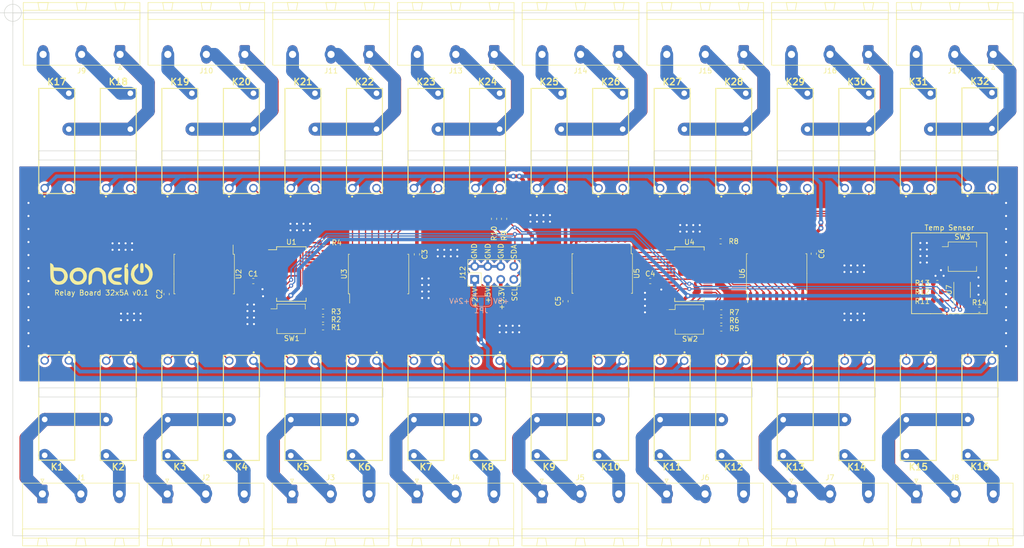
<source format=kicad_pcb>
(kicad_pcb (version 20171130) (host pcbnew "(5.1.6)-1")
  (title_block (title "relay board 32x5A") (rev 0.1))
  (layers (0 F.Cu signal) (31 B.Cu signal) (34 B.Paste user hide) (35 F.Paste user hide) (36 B.SilkS user) (37 F.SilkS user) (38 B.Mask user) (39 F.Mask user hide) (44 Edge.Cuts user))
  (net 0 "")
  (net 1 GND)
  (net 2 +3V3)
  (net 3 SDA)
  (net 4 SCL)
  (net 5 RELAY1)
  (net 6 RELAY2)
  (net 7 RELAY3)
  (net 8 RELAY4)
  (net 9 RELAY5)
  (net 10 RELAY6)
  (net 11 RELAY7)
  (net 12 RELAY8)
  (net 13 +24V)
  (net 14 "Net-(U4-Pad8)")
  (net 15 "Net-(U4-Pad7)")
  (net 16 "Net-(U4-Pad6)")
  (net 17 "Net-(U4-Pad5)")
  (net 18 "Net-(U4-Pad4)")
  (net 19 "Net-(U4-Pad3)")
  (net 20 "Net-(U4-Pad2)")
  (net 21 "Net-(U4-Pad1)")
  (net 22 +5V)
  (net 23 "Net-(U1-Pad28)")
  (net 24 "Net-(U1-Pad27)")
  (net 25 "Net-(U1-Pad26)")
  (net 26 "Net-(U1-Pad25)")
  (net 27 "Net-(U1-Pad24)")
  (net 28 "Net-(U1-Pad23)")
  (net 29 "Net-(U1-Pad22)")
  (net 30 "Net-(U1-Pad21)")
  (net 31 "Net-(U1-Pad20)")
  (net 32 "Net-(U1-Pad19)")
  (net 33 "Net-(U1-Pad14)")
  (net 34 "Net-(U1-Pad11)")
  (net 35 "Net-(U1-Pad8)")
  (net 36 "Net-(U1-Pad7)")
  (net 37 "Net-(U1-Pad6)")
  (net 38 "Net-(U1-Pad5)")
  (net 39 "Net-(U1-Pad4)")
  (net 40 "Net-(U1-Pad3)")
  (net 41 "Net-(U1-Pad2)")
  (net 42 "Net-(U1-Pad1)")
  (net 43 "Net-(U4-Pad11)")
  (net 44 "Net-(U4-Pad14)")
  (net 45 "Net-(U4-Pad19)")
  (net 46 "Net-(U4-Pad20)")
  (net 47 "Net-(U4-Pad21)")
  (net 48 "Net-(U4-Pad22)")
  (net 49 "Net-(U4-Pad23)")
  (net 50 "Net-(U4-Pad24)")
  (net 51 "Net-(U4-Pad25)")
  (net 52 "Net-(U4-Pad26)")
  (net 53 "Net-(U4-Pad27)")
  (net 54 "Net-(U4-Pad28)")
  (net 55 "Net-(J2-Pad2)")
  (net 56 "Net-(J2-Pad1)")
  (net 57 "Net-(J2-Pad3)")
  (net 58 "Net-(J3-Pad1)")
  (net 59 "Net-(J3-Pad2)")
  (net 60 "Net-(J3-Pad3)")
  (net 61 "Net-(R1-Pad1)")
  (net 62 "Net-(R2-Pad1)")
  (net 63 "Net-(R3-Pad1)")
  (net 64 "Net-(R4-Pad1)")
  (net 65 "Net-(R5-Pad1)")
  (net 66 "Net-(R6-Pad1)")
  (net 67 "Net-(R7-Pad1)")
  (net 68 "Net-(R8-Pad1)")
  (net 69 "Net-(R11-Pad1)")
  (net 70 "Net-(R13-Pad1)")
  (net 71 "Net-(R14-Pad2)")
  (net 72 "Net-(J1-Pad1)")
  (net 73 "Net-(J1-Pad2)")
  (net 74 "Net-(J1-Pad3)")
  (net 75 "Net-(J4-Pad3)")
  (net 76 "Net-(J4-Pad2)")
  (net 77 "Net-(J4-Pad1)")
  (net 78 "Net-(J5-Pad1)")
  (net 79 "Net-(J5-Pad2)")
  (net 80 "Net-(J5-Pad3)")
  (net 81 "Net-(J6-Pad1)")
  (net 82 "Net-(J6-Pad2)")
  (net 83 "Net-(J6-Pad3)")
  (net 84 "Net-(J7-Pad3)")
  (net 85 "Net-(J7-Pad2)")
  (net 86 "Net-(J7-Pad1)")
  (net 87 "Net-(J8-Pad1)")
  (net 88 "Net-(J8-Pad2)")
  (net 89 "Net-(J8-Pad3)")
  (net 90 "Net-(J9-Pad3)")
  (net 91 "Net-(J9-Pad2)")
  (net 92 "Net-(J9-Pad1)")
  (net 93 "Net-(J10-Pad1)")
  (net 94 "Net-(J10-Pad2)")
  (net 95 "Net-(J10-Pad3)")
  (net 96 "Net-(J11-Pad3)")
  (net 97 "Net-(J11-Pad2)")
  (net 98 "Net-(J11-Pad1)")
  (net 99 "Net-(J13-Pad3)")
  (net 100 "Net-(J13-Pad2)")
  (net 101 "Net-(J13-Pad1)")
  (net 102 "Net-(J14-Pad3)")
  (net 103 "Net-(J14-Pad2)")
  (net 104 "Net-(J14-Pad1)")
  (net 105 "Net-(J16-Pad3)")
  (net 106 "Net-(J16-Pad2)")
  (net 107 "Net-(J16-Pad1)")
  (net 108 "Net-(J17-Pad3)")
  (net 109 "Net-(J17-Pad2)")
  (net 110 "Net-(J17-Pad1)")
  (net 111 RELAY9)
  (net 112 RELAY10)
  (net 113 RELAY11)
  (net 114 RELAY12)
  (net 115 RELAY13)
  (net 116 RELAY14)
  (net 117 RELAY15)
  (net 118 RELAY16)
  (net 119 RELAY24)
  (net 120 RELAY23)
  (net 121 RELAY22)
  (net 122 RELAY21)
  (net 123 RELAY20)
  (net 124 RELAY19)
  (net 125 RELAY18)
  (net 126 RELAY17)
  (net 127 RELAY25)
  (net 128 RELAY26)
  (net 129 RELAY27)
  (net 130 RELAY28)
  (net 131 RELAY29)
  (net 132 RELAY30)
  (net 133 RELAY31)
  (net 134 RELAY32)
  (net 135 VCC)
  (net 136 "Net-(J15-Pad3)")
  (net 137 "Net-(J15-Pad2)")
  (net 138 "Net-(J15-Pad1)")
  (net 139 "Net-(R12-Pad1)")
  (module boneIO:PinHeader_2x04_P2.54mm_Vertical (layer F.Cu) (at 378.14 312.708 90)
    (fp_text reference J12 (at 1.27 -2.33 90) (layer F.SilkS))
    (fp_text value Conn_02x04_Odd_Even)
    (pad 1 thru_hole rect (at 0 0 90) (size 1.7 1.7) (drill 1) (layers *.Cu *.Mask) (net 13 +24V))
    (pad 2 thru_hole oval (at 2.54 0 90) (size 1.7 1.7) (drill 1) (layers *.Cu *.Mask) (net 1 GND))
    (pad 3 thru_hole oval (at 0 2.54 90) (size 1.7 1.7) (drill 1) (layers *.Cu *.Mask) (net 22 +5V))
    (pad 4 thru_hole oval (at 2.54 2.54 90) (size 1.7 1.7) (drill 1) (layers *.Cu *.Mask) (net 1 GND))
    (pad 5 thru_hole oval (at 0 5.08 90) (size 1.7 1.7) (drill 1) (layers *.Cu *.Mask) (net 2 +3V3))
    (pad 6 thru_hole oval (at 2.54 5.08 90) (size 1.7 1.7) (drill 1) (layers *.Cu *.Mask) (net 1 GND))
    (pad 7 thru_hole oval (at 0 7.62 90) (size 1.7 1.7) (drill 1) (layers *.Cu *.Mask) (net 4 SCL))
    (pad 8 thru_hole oval (at 2.54 7.62 90) (size 1.7 1.7) (drill 1) (layers *.Cu *.Mask) (net 3 SDA))
  )
  (module boneIO:HF46F (layer F.Cu) (at 380.644851 295.95 90)
    (fp_text reference K24 (at 21.7805 0) (layer F.SilkS) (effects (font (size 1.27 1.27) (thickness 0.254))))
    (fp_text value HF46F hide)
    (pad 4 thru_hole circle (at 19.55 2.35 90) (size 1.65 1.65) (drill 1.1) (layers *.Cu *.Mask) (net 100 "Net-(J13-Pad2)"))
    (pad 3 thru_hole circle (at 12.55 2.35 90) (size 1.65 1.65) (drill 1.1) (layers *.Cu *.Mask) (net 101 "Net-(J13-Pad1)"))
    (pad 2 thru_hole circle (at 1.05 2.35 90) (size 1.65 1.65) (drill 1.1) (layers *.Cu *.Mask) (net 119 RELAY24))
    (pad 1 thru_hole circle (at 1.05 -2.35 90) (size 1.65 1.65) (drill 1.1) (layers *.Cu *.Mask) (net 135 VCC))
  )
  (module boneIO:boneIO_LOGO (layer F.Cu) (at 305.412 311.6477)
    (fp_text reference G*** hide)
    (fp_text value LOGO hide)
  )
  (module boneIO:HF46F (layer F.Cu) (at 476.5864 295.8484 90)
    (fp_text reference K32 (at 21.7805 0) (layer F.SilkS) (effects (font (size 1.27 1.27) (thickness 0.254))))
    (fp_text value HF46F hide)
    (pad 4 thru_hole circle (at 19.55 2.35 90) (size 1.65 1.65) (drill 1.1) (layers *.Cu *.Mask) (net 109 "Net-(J17-Pad2)"))
    (pad 3 thru_hole circle (at 12.55 2.35 90) (size 1.65 1.65) (drill 1.1) (layers *.Cu *.Mask) (net 110 "Net-(J17-Pad1)"))
    (pad 2 thru_hole circle (at 1.05 2.35 90) (size 1.65 1.65) (drill 1.1) (layers *.Cu *.Mask) (net 134 RELAY32))
    (pad 1 thru_hole circle (at 1.05 -2.35 90) (size 1.65 1.65) (drill 1.1) (layers *.Cu *.Mask) (net 135 VCC))
  )
  (module boneIO:HF46F (layer F.Cu) (at 464.593702 295.95 90)
    (fp_text reference K31 (at 21.7805 0) (layer F.SilkS) (effects (font (size 1.27 1.27) (thickness 0.254))))
    (fp_text value HF46F hide)
    (pad 4 thru_hole circle (at 19.55 2.35 90) (size 1.65 1.65) (drill 1.1) (layers *.Cu *.Mask) (net 108 "Net-(J17-Pad3)"))
    (pad 3 thru_hole circle (at 12.55 2.35 90) (size 1.65 1.65) (drill 1.1) (layers *.Cu *.Mask) (net 110 "Net-(J17-Pad1)"))
    (pad 2 thru_hole circle (at 1.05 2.35 90) (size 1.65 1.65) (drill 1.1) (layers *.Cu *.Mask) (net 133 RELAY31))
    (pad 1 thru_hole circle (at 1.05 -2.35 90) (size 1.65 1.65) (drill 1.1) (layers *.Cu *.Mask) (net 135 VCC))
  )
  (module boneIO:HF46F (layer F.Cu) (at 452.601009 295.95 90)
    (fp_text reference K30 (at 21.7805 0) (layer F.SilkS) (effects (font (size 1.27 1.27) (thickness 0.254))))
    (fp_text value HF46F hide)
    (pad 4 thru_hole circle (at 19.55 2.35 90) (size 1.65 1.65) (drill 1.1) (layers *.Cu *.Mask) (net 106 "Net-(J16-Pad2)"))
    (pad 3 thru_hole circle (at 12.55 2.35 90) (size 1.65 1.65) (drill 1.1) (layers *.Cu *.Mask) (net 107 "Net-(J16-Pad1)"))
    (pad 2 thru_hole circle (at 1.05 2.35 90) (size 1.65 1.65) (drill 1.1) (layers *.Cu *.Mask) (net 132 RELAY30))
    (pad 1 thru_hole circle (at 1.05 -2.35 90) (size 1.65 1.65) (drill 1.1) (layers *.Cu *.Mask) (net 135 VCC))
  )
  (module boneIO:HF46F (layer F.Cu) (at 440.608316 295.95 90)
    (fp_text reference K29 (at 21.7805 0) (layer F.SilkS) (effects (font (size 1.27 1.27) (thickness 0.254))))
    (fp_text value HF46F hide)
    (pad 4 thru_hole circle (at 19.55 2.35 90) (size 1.65 1.65) (drill 1.1) (layers *.Cu *.Mask) (net 105 "Net-(J16-Pad3)"))
    (pad 3 thru_hole circle (at 12.55 2.35 90) (size 1.65 1.65) (drill 1.1) (layers *.Cu *.Mask) (net 107 "Net-(J16-Pad1)"))
    (pad 2 thru_hole circle (at 1.05 2.35 90) (size 1.65 1.65) (drill 1.1) (layers *.Cu *.Mask) (net 131 RELAY29))
    (pad 1 thru_hole circle (at 1.05 -2.35 90) (size 1.65 1.65) (drill 1.1) (layers *.Cu *.Mask) (net 135 VCC))
  )
  (module boneIO:HF46F (layer F.Cu) (at 428.615623 295.95 90)
    (fp_text reference K28 (at 21.7805 0) (layer F.SilkS) (effects (font (size 1.27 1.27) (thickness 0.254))))
    (fp_text value HF46F hide)
    (pad 4 thru_hole circle (at 19.55 2.35 90) (size 1.65 1.65) (drill 1.1) (layers *.Cu *.Mask) (net 137 "Net-(J15-Pad2)"))
    (pad 3 thru_hole circle (at 12.55 2.35 90) (size 1.65 1.65) (drill 1.1) (layers *.Cu *.Mask) (net 138 "Net-(J15-Pad1)"))
    (pad 2 thru_hole circle (at 1.05 2.35 90) (size 1.65 1.65) (drill 1.1) (layers *.Cu *.Mask) (net 130 RELAY28))
    (pad 1 thru_hole circle (at 1.05 -2.35 90) (size 1.65 1.65) (drill 1.1) (layers *.Cu *.Mask) (net 135 VCC))
  )
  (module boneIO:HF46F (layer F.Cu) (at 416.62293 295.95 90)
    (fp_text reference K27 (at 21.7805 0) (layer F.SilkS) (effects (font (size 1.27 1.27) (thickness 0.254))))
    (fp_text value HF46F hide)
    (pad 4 thru_hole circle (at 19.55 2.35 90) (size 1.65 1.65) (drill 1.1) (layers *.Cu *.Mask) (net 136 "Net-(J15-Pad3)"))
    (pad 3 thru_hole circle (at 12.55 2.35 90) (size 1.65 1.65) (drill 1.1) (layers *.Cu *.Mask) (net 138 "Net-(J15-Pad1)"))
    (pad 2 thru_hole circle (at 1.05 2.35 90) (size 1.65 1.65) (drill 1.1) (layers *.Cu *.Mask) (net 129 RELAY27))
    (pad 1 thru_hole circle (at 1.05 -2.35 90) (size 1.65 1.65) (drill 1.1) (layers *.Cu *.Mask) (net 135 VCC))
  )
  (module boneIO:HF46F (layer F.Cu) (at 404.630237 295.95 90)
    (fp_text reference K26 (at 21.7805 0) (layer F.SilkS) (effects (font (size 1.27 1.27) (thickness 0.254))))
    (fp_text value HF46F hide)
    (pad 4 thru_hole circle (at 19.55 2.35 90) (size 1.65 1.65) (drill 1.1) (layers *.Cu *.Mask) (net 103 "Net-(J14-Pad2)"))
    (pad 3 thru_hole circle (at 12.55 2.35 90) (size 1.65 1.65) (drill 1.1) (layers *.Cu *.Mask) (net 104 "Net-(J14-Pad1)"))
    (pad 2 thru_hole circle (at 1.05 2.35 90) (size 1.65 1.65) (drill 1.1) (layers *.Cu *.Mask) (net 128 RELAY26))
    (pad 1 thru_hole circle (at 1.05 -2.35 90) (size 1.65 1.65) (drill 1.1) (layers *.Cu *.Mask) (net 135 VCC))
  )
  (module boneIO:HF46F (layer F.Cu) (at 392.637544 295.95 90)
    (fp_text reference K25 (at 21.7805 0) (layer F.SilkS) (effects (font (size 1.27 1.27) (thickness 0.254))))
    (fp_text value HF46F hide)
    (pad 4 thru_hole circle (at 19.55 2.35 90) (size 1.65 1.65) (drill 1.1) (layers *.Cu *.Mask) (net 102 "Net-(J14-Pad3)"))
    (pad 3 thru_hole circle (at 12.55 2.35 90) (size 1.65 1.65) (drill 1.1) (layers *.Cu *.Mask) (net 104 "Net-(J14-Pad1)"))
    (pad 2 thru_hole circle (at 1.05 2.35 90) (size 1.65 1.65) (drill 1.1) (layers *.Cu *.Mask) (net 127 RELAY25))
    (pad 1 thru_hole circle (at 1.05 -2.35 90) (size 1.65 1.65) (drill 1.1) (layers *.Cu *.Mask) (net 135 VCC))
  )
  (module boneIO:HF46F (layer F.Cu) (at 368.652158 295.95 90)
    (fp_text reference K23 (at 21.7805 0) (layer F.SilkS) (effects (font (size 1.27 1.27) (thickness 0.254))))
    (fp_text value HF46F hide)
    (pad 4 thru_hole circle (at 19.55 2.35 90) (size 1.65 1.65) (drill 1.1) (layers *.Cu *.Mask) (net 99 "Net-(J13-Pad3)"))
    (pad 3 thru_hole circle (at 12.55 2.35 90) (size 1.65 1.65) (drill 1.1) (layers *.Cu *.Mask) (net 101 "Net-(J13-Pad1)"))
    (pad 2 thru_hole circle (at 1.05 2.35 90) (size 1.65 1.65) (drill 1.1) (layers *.Cu *.Mask) (net 120 RELAY23))
    (pad 1 thru_hole circle (at 1.05 -2.35 90) (size 1.65 1.65) (drill 1.1) (layers *.Cu *.Mask) (net 135 VCC))
  )
  (module boneIO:HF46F (layer F.Cu) (at 356.659465 295.95 90)
    (fp_text reference K22 (at 21.7805 0) (layer F.SilkS) (effects (font (size 1.27 1.27) (thickness 0.254))))
    (fp_text value HF46F hide)
    (pad 4 thru_hole circle (at 19.55 2.35 90) (size 1.65 1.65) (drill 1.1) (layers *.Cu *.Mask) (net 97 "Net-(J11-Pad2)"))
    (pad 3 thru_hole circle (at 12.55 2.35 90) (size 1.65 1.65) (drill 1.1) (layers *.Cu *.Mask) (net 98 "Net-(J11-Pad1)"))
    (pad 2 thru_hole circle (at 1.05 2.35 90) (size 1.65 1.65) (drill 1.1) (layers *.Cu *.Mask) (net 121 RELAY22))
    (pad 1 thru_hole circle (at 1.05 -2.35 90) (size 1.65 1.65) (drill 1.1) (layers *.Cu *.Mask) (net 135 VCC))
  )
  (module boneIO:HF46F (layer F.Cu) (at 344.666772 295.95 90)
    (fp_text reference K21 (at 21.7805 0) (layer F.SilkS) (effects (font (size 1.27 1.27) (thickness 0.254))))
    (fp_text value HF46F hide)
    (pad 4 thru_hole circle (at 19.55 2.35 90) (size 1.65 1.65) (drill 1.1) (layers *.Cu *.Mask) (net 96 "Net-(J11-Pad3)"))
    (pad 3 thru_hole circle (at 12.55 2.35 90) (size 1.65 1.65) (drill 1.1) (layers *.Cu *.Mask) (net 98 "Net-(J11-Pad1)"))
    (pad 2 thru_hole circle (at 1.05 2.35 90) (size 1.65 1.65) (drill 1.1) (layers *.Cu *.Mask) (net 122 RELAY21))
    (pad 1 thru_hole circle (at 1.05 -2.35 90) (size 1.65 1.65) (drill 1.1) (layers *.Cu *.Mask) (net 135 VCC))
  )
  (module boneIO:HF46F (layer F.Cu) (at 332.674079 295.95 90)
    (fp_text reference K20 (at 21.7805 0) (layer F.SilkS) (effects (font (size 1.27 1.27) (thickness 0.254))))
    (fp_text value HF46F hide)
    (pad 4 thru_hole circle (at 19.55 2.35 90) (size 1.65 1.65) (drill 1.1) (layers *.Cu *.Mask) (net 94 "Net-(J10-Pad2)"))
    (pad 3 thru_hole circle (at 12.55 2.35 90) (size 1.65 1.65) (drill 1.1) (layers *.Cu *.Mask) (net 93 "Net-(J10-Pad1)"))
    (pad 2 thru_hole circle (at 1.05 2.35 90) (size 1.65 1.65) (drill 1.1) (layers *.Cu *.Mask) (net 123 RELAY20))
    (pad 1 thru_hole circle (at 1.05 -2.35 90) (size 1.65 1.65) (drill 1.1) (layers *.Cu *.Mask) (net 135 VCC))
  )
  (module boneIO:HF46F (layer F.Cu) (at 320.681386 295.95 90)
    (fp_text reference K19 (at 21.7805 0) (layer F.SilkS) (effects (font (size 1.27 1.27) (thickness 0.254))))
    (fp_text value HF46F hide)
    (pad 4 thru_hole circle (at 19.55 2.35 90) (size 1.65 1.65) (drill 1.1) (layers *.Cu *.Mask) (net 95 "Net-(J10-Pad3)"))
    (pad 3 thru_hole circle (at 12.55 2.35 90) (size 1.65 1.65) (drill 1.1) (layers *.Cu *.Mask) (net 93 "Net-(J10-Pad1)"))
    (pad 2 thru_hole circle (at 1.05 2.35 90) (size 1.65 1.65) (drill 1.1) (layers *.Cu *.Mask) (net 124 RELAY19))
    (pad 1 thru_hole circle (at 1.05 -2.35 90) (size 1.65 1.65) (drill 1.1) (layers *.Cu *.Mask) (net 135 VCC))
  )
  (module boneIO:HF46F (layer F.Cu) (at 308.688693 295.95 90)
    (fp_text reference K18 (at 21.7805 0) (layer F.SilkS) (effects (font (size 1.27 1.27) (thickness 0.254))))
    (fp_text value HF46F hide)
    (pad 4 thru_hole circle (at 19.55 2.35 90) (size 1.65 1.65) (drill 1.1) (layers *.Cu *.Mask) (net 91 "Net-(J9-Pad2)"))
    (pad 3 thru_hole circle (at 12.55 2.35 90) (size 1.65 1.65) (drill 1.1) (layers *.Cu *.Mask) (net 92 "Net-(J9-Pad1)"))
    (pad 2 thru_hole circle (at 1.05 2.35 90) (size 1.65 1.65) (drill 1.1) (layers *.Cu *.Mask) (net 125 RELAY18))
    (pad 1 thru_hole circle (at 1.05 -2.35 90) (size 1.65 1.65) (drill 1.1) (layers *.Cu *.Mask) (net 135 VCC))
  )
  (module boneIO:HF46F (layer F.Cu) (at 296.696 295.95 90)
    (fp_text reference K17 (at 21.7805 0) (layer F.SilkS) (effects (font (size 1.27 1.27) (thickness 0.254))))
    (fp_text value HF46F hide)
    (pad 4 thru_hole circle (at 19.55 2.35 90) (size 1.65 1.65) (drill 1.1) (layers *.Cu *.Mask) (net 90 "Net-(J9-Pad3)"))
    (pad 3 thru_hole circle (at 12.55 2.35 90) (size 1.65 1.65) (drill 1.1) (layers *.Cu *.Mask) (net 92 "Net-(J9-Pad1)"))
    (pad 2 thru_hole circle (at 1.05 2.35 90) (size 1.65 1.65) (drill 1.1) (layers *.Cu *.Mask) (net 126 RELAY17))
    (pad 1 thru_hole circle (at 1.05 -2.35 90) (size 1.65 1.65) (drill 1.1) (layers *.Cu *.Mask) (net 135 VCC))
  )
  (module boneIO:HF46F (layer F.Cu) (at 476.5864 327.4602 270)
    (fp_text reference K16 (at 21.7805 0) (layer F.SilkS) (effects (font (size 1.27 1.27) (thickness 0.254))))
    (fp_text value HF46F hide)
    (pad 4 thru_hole circle (at 19.55 2.35 270) (size 1.65 1.65) (drill 1.1) (layers *.Cu *.Mask) (net 89 "Net-(J8-Pad3)"))
    (pad 3 thru_hole circle (at 12.55 2.35 270) (size 1.65 1.65) (drill 1.1) (layers *.Cu *.Mask) (net 87 "Net-(J8-Pad1)"))
    (pad 2 thru_hole circle (at 1.05 2.35 270) (size 1.65 1.65) (drill 1.1) (layers *.Cu *.Mask) (net 118 RELAY16))
    (pad 1 thru_hole circle (at 1.05 -2.35 270) (size 1.65 1.65) (drill 1.1) (layers *.Cu *.Mask) (net 135 VCC))
  )
  (module boneIO:HF46F (layer F.Cu) (at 464.593702 327.511 270)
    (fp_text reference K15 (at 21.7805 0) (layer F.SilkS) (effects (font (size 1.27 1.27) (thickness 0.254))))
    (fp_text value HF46F hide)
    (pad 4 thru_hole circle (at 19.55 2.35 270) (size 1.65 1.65) (drill 1.1) (layers *.Cu *.Mask) (net 88 "Net-(J8-Pad2)"))
    (pad 3 thru_hole circle (at 12.55 2.35 270) (size 1.65 1.65) (drill 1.1) (layers *.Cu *.Mask) (net 87 "Net-(J8-Pad1)"))
    (pad 2 thru_hole circle (at 1.05 2.35 270) (size 1.65 1.65) (drill 1.1) (layers *.Cu *.Mask) (net 117 RELAY15))
    (pad 1 thru_hole circle (at 1.05 -2.35 270) (size 1.65 1.65) (drill 1.1) (layers *.Cu *.Mask) (net 135 VCC))
  )
  (module boneIO:HF46F (layer F.Cu) (at 452.601009 327.511 270)
    (fp_text reference K14 (at 21.7805 0) (layer F.SilkS) (effects (font (size 1.27 1.27) (thickness 0.254))))
    (fp_text value HF46F hide)
    (pad 4 thru_hole circle (at 19.55 2.35 270) (size 1.65 1.65) (drill 1.1) (layers *.Cu *.Mask) (net 84 "Net-(J7-Pad3)"))
    (pad 3 thru_hole circle (at 12.55 2.35 270) (size 1.65 1.65) (drill 1.1) (layers *.Cu *.Mask) (net 86 "Net-(J7-Pad1)"))
    (pad 2 thru_hole circle (at 1.05 2.35 270) (size 1.65 1.65) (drill 1.1) (layers *.Cu *.Mask) (net 116 RELAY14))
    (pad 1 thru_hole circle (at 1.05 -2.35 270) (size 1.65 1.65) (drill 1.1) (layers *.Cu *.Mask) (net 135 VCC))
  )
  (module boneIO:HF46F (layer F.Cu) (at 428.615623 327.511 270)
    (fp_text reference K12 (at 21.7805 0) (layer F.SilkS) (effects (font (size 1.27 1.27) (thickness 0.254))))
    (fp_text value HF46F hide)
    (pad 4 thru_hole circle (at 19.55 2.35 270) (size 1.65 1.65) (drill 1.1) (layers *.Cu *.Mask) (net 83 "Net-(J6-Pad3)"))
    (pad 3 thru_hole circle (at 12.55 2.35 270) (size 1.65 1.65) (drill 1.1) (layers *.Cu *.Mask) (net 81 "Net-(J6-Pad1)"))
    (pad 2 thru_hole circle (at 1.05 2.35 270) (size 1.65 1.65) (drill 1.1) (layers *.Cu *.Mask) (net 114 RELAY12))
    (pad 1 thru_hole circle (at 1.05 -2.35 270) (size 1.65 1.65) (drill 1.1) (layers *.Cu *.Mask) (net 135 VCC))
  )
  (module boneIO:HF46F (layer F.Cu) (at 416.62293 327.511 270)
    (fp_text reference K11 (at 21.7805 0) (layer F.SilkS) (effects (font (size 1.27 1.27) (thickness 0.254))))
    (fp_text value HF46F hide)
    (pad 4 thru_hole circle (at 19.55 2.35 270) (size 1.65 1.65) (drill 1.1) (layers *.Cu *.Mask) (net 82 "Net-(J6-Pad2)"))
    (pad 3 thru_hole circle (at 12.55 2.35 270) (size 1.65 1.65) (drill 1.1) (layers *.Cu *.Mask) (net 81 "Net-(J6-Pad1)"))
    (pad 2 thru_hole circle (at 1.05 2.35 270) (size 1.65 1.65) (drill 1.1) (layers *.Cu *.Mask) (net 113 RELAY11))
    (pad 1 thru_hole circle (at 1.05 -2.35 270) (size 1.65 1.65) (drill 1.1) (layers *.Cu *.Mask) (net 135 VCC))
  )
  (module boneIO:HF46F (layer F.Cu) (at 404.630237 327.511 270)
    (fp_text reference K10 (at 21.7805 0) (layer F.SilkS) (effects (font (size 1.27 1.27) (thickness 0.254))))
    (fp_text value HF46F hide)
    (pad 4 thru_hole circle (at 19.55 2.35 270) (size 1.65 1.65) (drill 1.1) (layers *.Cu *.Mask) (net 80 "Net-(J5-Pad3)"))
    (pad 3 thru_hole circle (at 12.55 2.35 270) (size 1.65 1.65) (drill 1.1) (layers *.Cu *.Mask) (net 78 "Net-(J5-Pad1)"))
    (pad 2 thru_hole circle (at 1.05 2.35 270) (size 1.65 1.65) (drill 1.1) (layers *.Cu *.Mask) (net 112 RELAY10))
    (pad 1 thru_hole circle (at 1.05 -2.35 270) (size 1.65 1.65) (drill 1.1) (layers *.Cu *.Mask) (net 135 VCC))
  )
  (module boneIO:HF46F (layer F.Cu) (at 392.637544 327.511 270)
    (fp_text reference K9 (at 21.7805 0) (layer F.SilkS) (effects (font (size 1.27 1.27) (thickness 0.254))))
    (fp_text value HF46F hide)
    (pad 4 thru_hole circle (at 19.55 2.35 270) (size 1.65 1.65) (drill 1.1) (layers *.Cu *.Mask) (net 79 "Net-(J5-Pad2)"))
    (pad 3 thru_hole circle (at 12.55 2.35 270) (size 1.65 1.65) (drill 1.1) (layers *.Cu *.Mask) (net 78 "Net-(J5-Pad1)"))
    (pad 2 thru_hole circle (at 1.05 2.35 270) (size 1.65 1.65) (drill 1.1) (layers *.Cu *.Mask) (net 111 RELAY9))
    (pad 1 thru_hole circle (at 1.05 -2.35 270) (size 1.65 1.65) (drill 1.1) (layers *.Cu *.Mask) (net 135 VCC))
  )
  (module boneIO:HF46F (layer F.Cu) (at 380.644851 327.511 270)
    (fp_text reference K8 (at 21.7805 0) (layer F.SilkS) (effects (font (size 1.27 1.27) (thickness 0.254))))
    (fp_text value HF46F hide)
    (pad 4 thru_hole circle (at 19.55 2.35 270) (size 1.65 1.65) (drill 1.1) (layers *.Cu *.Mask) (net 75 "Net-(J4-Pad3)"))
    (pad 3 thru_hole circle (at 12.55 2.35 270) (size 1.65 1.65) (drill 1.1) (layers *.Cu *.Mask) (net 77 "Net-(J4-Pad1)"))
    (pad 2 thru_hole circle (at 1.05 2.35 270) (size 1.65 1.65) (drill 1.1) (layers *.Cu *.Mask) (net 12 RELAY8))
    (pad 1 thru_hole circle (at 1.05 -2.35 270) (size 1.65 1.65) (drill 1.1) (layers *.Cu *.Mask) (net 135 VCC))
  )
  (module boneIO:HF46F (layer F.Cu) (at 368.652158 327.511 270)
    (fp_text reference K7 (at 21.7805 0) (layer F.SilkS) (effects (font (size 1.27 1.27) (thickness 0.254))))
    (fp_text value HF46F hide)
    (pad 4 thru_hole circle (at 19.55 2.35 270) (size 1.65 1.65) (drill 1.1) (layers *.Cu *.Mask) (net 76 "Net-(J4-Pad2)"))
    (pad 3 thru_hole circle (at 12.55 2.35 270) (size 1.65 1.65) (drill 1.1) (layers *.Cu *.Mask) (net 77 "Net-(J4-Pad1)"))
    (pad 2 thru_hole circle (at 1.05 2.35 270) (size 1.65 1.65) (drill 1.1) (layers *.Cu *.Mask) (net 11 RELAY7))
    (pad 1 thru_hole circle (at 1.05 -2.35 270) (size 1.65 1.65) (drill 1.1) (layers *.Cu *.Mask) (net 135 VCC))
  )
  (module boneIO:HF46F (layer F.Cu) (at 440.608316 327.511 270)
    (fp_text reference K13 (at 21.7805 0) (layer F.SilkS) (effects (font (size 1.27 1.27) (thickness 0.254))))
    (fp_text value HF46F hide)
    (pad 4 thru_hole circle (at 19.55 2.35 270) (size 1.65 1.65) (drill 1.1) (layers *.Cu *.Mask) (net 85 "Net-(J7-Pad2)"))
    (pad 3 thru_hole circle (at 12.55 2.35 270) (size 1.65 1.65) (drill 1.1) (layers *.Cu *.Mask) (net 86 "Net-(J7-Pad1)"))
    (pad 2 thru_hole circle (at 1.05 2.35 270) (size 1.65 1.65) (drill 1.1) (layers *.Cu *.Mask) (net 115 RELAY13))
    (pad 1 thru_hole circle (at 1.05 -2.35 270) (size 1.65 1.65) (drill 1.1) (layers *.Cu *.Mask) (net 135 VCC))
  )
  (module boneIO:HF46F (layer F.Cu) (at 356.659465 327.511 270)
    (fp_text reference K6 (at 21.7805 0) (layer F.SilkS) (effects (font (size 1.27 1.27) (thickness 0.254))))
    (fp_text value HF46F hide)
    (pad 4 thru_hole circle (at 19.55 2.35 270) (size 1.65 1.65) (drill 1.1) (layers *.Cu *.Mask) (net 60 "Net-(J3-Pad3)"))
    (pad 3 thru_hole circle (at 12.55 2.35 270) (size 1.65 1.65) (drill 1.1) (layers *.Cu *.Mask) (net 58 "Net-(J3-Pad1)"))
    (pad 2 thru_hole circle (at 1.05 2.35 270) (size 1.65 1.65) (drill 1.1) (layers *.Cu *.Mask) (net 10 RELAY6))
    (pad 1 thru_hole circle (at 1.05 -2.35 270) (size 1.65 1.65) (drill 1.1) (layers *.Cu *.Mask) (net 135 VCC))
  )
  (module boneIO:HF46F (layer F.Cu) (at 344.666772 327.511 270)
    (fp_text reference K5 (at 21.7805 0) (layer F.SilkS) (effects (font (size 1.27 1.27) (thickness 0.254))))
    (fp_text value HF46F hide)
    (pad 4 thru_hole circle (at 19.55 2.35 270) (size 1.65 1.65) (drill 1.1) (layers *.Cu *.Mask) (net 59 "Net-(J3-Pad2)"))
    (pad 3 thru_hole circle (at 12.55 2.35 270) (size 1.65 1.65) (drill 1.1) (layers *.Cu *.Mask) (net 58 "Net-(J3-Pad1)"))
    (pad 2 thru_hole circle (at 1.05 2.35 270) (size 1.65 1.65) (drill 1.1) (layers *.Cu *.Mask) (net 9 RELAY5))
    (pad 1 thru_hole circle (at 1.05 -2.35 270) (size 1.65 1.65) (drill 1.1) (layers *.Cu *.Mask) (net 135 VCC))
  )
  (module boneIO:HF46F (layer F.Cu) (at 332.674079 327.511 270)
    (fp_text reference K4 (at 21.7805 0) (layer F.SilkS) (effects (font (size 1.27 1.27) (thickness 0.254))))
    (fp_text value HF46F hide)
    (pad 4 thru_hole circle (at 19.55 2.35 270) (size 1.65 1.65) (drill 1.1) (layers *.Cu *.Mask) (net 57 "Net-(J2-Pad3)"))
    (pad 3 thru_hole circle (at 12.55 2.35 270) (size 1.65 1.65) (drill 1.1) (layers *.Cu *.Mask) (net 56 "Net-(J2-Pad1)"))
    (pad 2 thru_hole circle (at 1.05 2.35 270) (size 1.65 1.65) (drill 1.1) (layers *.Cu *.Mask) (net 8 RELAY4))
    (pad 1 thru_hole circle (at 1.05 -2.35 270) (size 1.65 1.65) (drill 1.1) (layers *.Cu *.Mask) (net 135 VCC))
  )
  (module boneIO:HF46F (layer F.Cu) (at 320.681386 327.511 270)
    (fp_text reference K3 (at 21.7805 0) (layer F.SilkS) (effects (font (size 1.27 1.27) (thickness 0.254))))
    (fp_text value HF46F hide)
    (pad 4 thru_hole circle (at 19.55 2.35 270) (size 1.65 1.65) (drill 1.1) (layers *.Cu *.Mask) (net 55 "Net-(J2-Pad2)"))
    (pad 3 thru_hole circle (at 12.55 2.35 270) (size 1.65 1.65) (drill 1.1) (layers *.Cu *.Mask) (net 56 "Net-(J2-Pad1)"))
    (pad 2 thru_hole circle (at 1.05 2.35 270) (size 1.65 1.65) (drill 1.1) (layers *.Cu *.Mask) (net 7 RELAY3))
    (pad 1 thru_hole circle (at 1.05 -2.35 270) (size 1.65 1.65) (drill 1.1) (layers *.Cu *.Mask) (net 135 VCC))
  )
  (module boneIO:HF46F (layer F.Cu) (at 308.688693 327.511 270)
    (fp_text reference K2 (at 21.7805 0) (layer F.SilkS) (effects (font (size 1.27 1.27) (thickness 0.254))))
    (fp_text value HF46F hide)
    (pad 4 thru_hole circle (at 19.55 2.35 270) (size 1.65 1.65) (drill 1.1) (layers *.Cu *.Mask) (net 74 "Net-(J1-Pad3)"))
    (pad 3 thru_hole circle (at 12.55 2.35 270) (size 1.65 1.65) (drill 1.1) (layers *.Cu *.Mask) (net 72 "Net-(J1-Pad1)"))
    (pad 2 thru_hole circle (at 1.05 2.35 270) (size 1.65 1.65) (drill 1.1) (layers *.Cu *.Mask) (net 6 RELAY2))
    (pad 1 thru_hole circle (at 1.05 -2.35 270) (size 1.65 1.65) (drill 1.1) (layers *.Cu *.Mask) (net 135 VCC))
  )
  (module boneIO:HF46F (layer F.Cu) (at 296.696 327.4602 270)
    (fp_text reference K1 (at 21.8303 -0.0927 180) (layer F.SilkS) (effects (font (size 1.27 1.27) (thickness 0.254))))
    (fp_text value HF46F hide)
    (pad 4 thru_hole circle (at 19.55 2.35 270) (size 1.65 1.65) (drill 1.1) (layers *.Cu *.Mask) (net 73 "Net-(J1-Pad2)"))
    (pad 3 thru_hole circle (at 12.55 2.35 270) (size 1.65 1.65) (drill 1.1) (layers *.Cu *.Mask) (net 72 "Net-(J1-Pad1)"))
    (pad 2 thru_hole circle (at 1.05 2.35 270) (size 1.65 1.65) (drill 1.1) (layers *.Cu *.Mask) (net 5 RELAY1))
    (pad 1 thru_hole circle (at 1.05 -2.35 270) (size 1.65 1.65) (drill 1.1) (layers *.Cu *.Mask) (net 135 VCC))
  )
  (module Package_SO:MSOP-8_3x3mm_P0.65mm (layer F.Cu) (at 473.1155 314.7465 90)
    (fp_text reference U7 (at 0 -2.54 90) (layer F.SilkS))
    (fp_text value MCP9808_MSOP)
    (pad 1 smd roundrect (at -2.1125 -0.975 90) (size 1.625 0.4) (layers F.Cu F.Paste F.Mask) (net 3 SDA))
    (pad 2 smd roundrect (at -2.1125 -0.325 90) (size 1.625 0.4) (layers F.Cu F.Paste F.Mask) (net 4 SCL))
    (pad 3 smd roundrect (at -2.1125 0.325 90) (size 1.625 0.4) (layers F.Cu F.Paste F.Mask) (net 71 "Net-(R14-Pad2)"))
    (pad 4 smd roundrect (at -2.1125 0.975 90) (size 1.625 0.4) (layers F.Cu F.Paste F.Mask) (net 1 GND))
    (pad 5 smd roundrect (at 2.1125 0.975 90) (size 1.625 0.4) (layers F.Cu F.Paste F.Mask) (net 69 "Net-(R11-Pad1)"))
    (pad 6 smd roundrect (at 2.1125 0.325 90) (size 1.625 0.4) (layers F.Cu F.Paste F.Mask) (net 139 "Net-(R12-Pad1)"))
    (pad 7 smd roundrect (at 2.1125 -0.325 90) (size 1.625 0.4) (layers F.Cu F.Paste F.Mask) (net 70 "Net-(R13-Pad1)"))
    (pad 8 smd roundrect (at 2.1125 -0.975 90) (size 1.625 0.4) (layers F.Cu F.Paste F.Mask) (net 2 +3V3))
  )
  (module Package_SO:SOIC-18W_7.5x11.6mm_P1.27mm (layer F.Cu) (at 359.4124 311.6604 90)
    (fp_text reference U3 (at 0 -6.72 90) (layer F.SilkS))
    (fp_text value ULN2803A)
    (pad 1 smd roundrect (at -4.65 -5.08 90) (size 2.05 0.6) (layers F.Cu F.Paste F.Mask) (net 30 "Net-(U1-Pad21)"))
    (pad 2 smd roundrect (at -4.65 -3.81 90) (size 2.05 0.6) (layers F.Cu F.Paste F.Mask) (net 29 "Net-(U1-Pad22)"))
    (pad 3 smd roundrect (at -4.65 -2.54 90) (size 2.05 0.6) (layers F.Cu F.Paste F.Mask) (net 28 "Net-(U1-Pad23)"))
    (pad 4 smd roundrect (at -4.65 -1.27 90) (size 2.05 0.6) (layers F.Cu F.Paste F.Mask) (net 27 "Net-(U1-Pad24)"))
    (pad 5 smd roundrect (at -4.65 0 90) (size 2.05 0.6) (layers F.Cu F.Paste F.Mask) (net 26 "Net-(U1-Pad25)"))
    (pad 6 smd roundrect (at -4.65 1.27 90) (size 2.05 0.6) (layers F.Cu F.Paste F.Mask) (net 25 "Net-(U1-Pad26)"))
    (pad 7 smd roundrect (at -4.65 2.54 90) (size 2.05 0.6) (layers F.Cu F.Paste F.Mask) (net 24 "Net-(U1-Pad27)"))
    (pad 8 smd roundrect (at -4.65 3.81 90) (size 2.05 0.6) (layers F.Cu F.Paste F.Mask) (net 23 "Net-(U1-Pad28)"))
    (pad 9 smd roundrect (at -4.65 5.08 90) (size 2.05 0.6) (layers F.Cu F.Paste F.Mask) (net 1 GND))
    (pad 10 smd roundrect (at 4.65 5.08 90) (size 2.05 0.6) (layers F.Cu F.Paste F.Mask) (net 135 VCC))
    (pad 11 smd roundrect (at 4.65 3.81 90) (size 2.05 0.6) (layers F.Cu F.Paste F.Mask) (net 119 RELAY24))
    (pad 12 smd roundrect (at 4.65 2.54 90) (size 2.05 0.6) (layers F.Cu F.Paste F.Mask) (net 120 RELAY23))
    (pad 13 smd roundrect (at 4.65 1.27 90) (size 2.05 0.6) (layers F.Cu F.Paste F.Mask) (net 121 RELAY22))
    (pad 14 smd roundrect (at 4.65 0 90) (size 2.05 0.6) (layers F.Cu F.Paste F.Mask) (net 122 RELAY21))
    (pad 15 smd roundrect (at 4.65 -1.27 90) (size 2.05 0.6) (layers F.Cu F.Paste F.Mask) (net 123 RELAY20))
    (pad 16 smd roundrect (at 4.65 -2.54 90) (size 2.05 0.6) (layers F.Cu F.Paste F.Mask) (net 124 RELAY19))
    (pad 17 smd roundrect (at 4.65 -3.81 90) (size 2.05 0.6) (layers F.Cu F.Paste F.Mask) (net 125 RELAY18))
    (pad 18 smd roundrect (at 4.65 -5.08 90) (size 2.05 0.6) (layers F.Cu F.Paste F.Mask) (net 126 RELAY17))
  )
  (module Capacitor_SMD:C_0603_1608Metric (layer F.Cu) (at 335.003 313.032)
    (fp_text reference C1 (at -0.0254 -1.4224) (layer F.SilkS))
    (fp_text value 100nF)
    (pad 2 smd roundrect (at 0.7875 0) (size 0.875 0.95) (layers F.Cu F.Paste F.Mask) (net 2 +3V3))
    (pad 1 smd roundrect (at -0.7875 0) (size 0.875 0.95) (layers F.Cu F.Paste F.Mask) (net 1 GND))
  )
  (module Capacitor_SMD:C_0603_1608Metric (layer F.Cu) (at 318.112 315.572 270)
    (fp_text reference C2 (at 0 1.397 90) (layer F.SilkS))
    (fp_text value 100nF)
    (pad 2 smd roundrect (at 0.7875 0 270) (size 0.875 0.95) (layers F.Cu F.Paste F.Mask) (net 135 VCC))
    (pad 1 smd roundrect (at -0.7875 0 270) (size 0.875 0.95) (layers F.Cu F.Paste F.Mask) (net 1 GND))
  )
  (module Capacitor_SMD:C_0603_1608Metric (layer F.Cu) (at 366.88 307.825 90)
    (fp_text reference C3 (at 0 1.524 90) (layer F.SilkS))
    (fp_text value 100nF)
    (pad 1 smd roundrect (at -0.7875 0 90) (size 0.875 0.95) (layers F.Cu F.Paste F.Mask) (net 1 GND))
    (pad 2 smd roundrect (at 0.7875 0 90) (size 0.875 0.95) (layers F.Cu F.Paste F.Mask) (net 135 VCC))
  )
  (module Capacitor_SMD:C_0603_1608Metric (layer F.Cu) (at 412.346 313.032)
    (fp_text reference C4 (at 0 -1.43) (layer F.SilkS))
    (fp_text value 100nF)
    (pad 1 smd roundrect (at -0.7875 0) (size 0.875 0.95) (layers F.Cu F.Paste F.Mask) (net 1 GND))
    (pad 2 smd roundrect (at 0.7875 0) (size 0.875 0.95) (layers F.Cu F.Paste F.Mask) (net 2 +3V3))
  )
  (module Capacitor_SMD:C_0603_1608Metric (layer F.Cu) (at 395.836 316.969 90)
    (fp_text reference C5 (at 0 -1.43 90) (layer F.SilkS))
    (fp_text value 100nF)
    (pad 1 smd roundrect (at -0.7875 0 90) (size 0.875 0.95) (layers F.Cu F.Paste F.Mask) (net 1 GND))
    (pad 2 smd roundrect (at 0.7875 0 90) (size 0.875 0.95) (layers F.Cu F.Paste F.Mask) (net 135 VCC))
  )
  (module Capacitor_SMD:C_0603_1608Metric (layer F.Cu) (at 444.223 307.698 90)
    (fp_text reference C6 (at 0 1.524 90) (layer F.SilkS))
    (fp_text value 100nF)
    (pad 2 smd roundrect (at 0.7875 0 90) (size 0.875 0.95) (layers F.Cu F.Paste F.Mask) (net 135 VCC))
    (pad 1 smd roundrect (at -0.7875 0 90) (size 0.875 0.95) (layers F.Cu F.Paste F.Mask) (net 1 GND))
  )
  (module Button_Switch_SMD:SW_DIP_SPSTx03_Slide_KingTek_DSHP03TJ_W5.25mm_P1.27mm_JPin (layer F.Cu) (at 342.369 320.398)
    (fp_text reference SW1 (at 0.127 3.81) (layer F.SilkS))
    (fp_text value SW_DIP_x03)
    (pad 1 smd rect (at -2.625 -1.27) (size 2.65 0.76) (layers F.Cu F.Paste F.Mask) (net 2 +3V3))
    (pad 4 smd rect (at 2.625 1.27) (size 2.65 0.76) (layers F.Cu F.Paste F.Mask) (net 61 "Net-(R1-Pad1)"))
    (pad 2 smd rect (at -2.625 0) (size 2.65 0.76) (layers F.Cu F.Paste F.Mask) (net 2 +3V3))
    (pad 5 smd rect (at 2.625 0) (size 2.65 0.76) (layers F.Cu F.Paste F.Mask) (net 62 "Net-(R2-Pad1)"))
    (pad 3 smd rect (at -2.625 1.27) (size 2.65 0.76) (layers F.Cu F.Paste F.Mask) (net 2 +3V3))
    (pad 6 smd rect (at 2.625 -1.27) (size 2.65 0.76) (layers F.Cu F.Paste F.Mask) (net 63 "Net-(R3-Pad1)"))
  )
  (module Button_Switch_SMD:SW_DIP_SPSTx03_Slide_KingTek_DSHP03TJ_W5.25mm_P1.27mm_JPin (layer F.Cu) (at 419.966 320.525)
    (fp_text reference SW2 (at 0.127 3.81) (layer F.SilkS))
    (fp_text value SW_DIP_x03)
    (pad 6 smd rect (at 2.625 -1.27) (size 2.65 0.76) (layers F.Cu F.Paste F.Mask) (net 67 "Net-(R7-Pad1)"))
    (pad 3 smd rect (at -2.625 1.27) (size 2.65 0.76) (layers F.Cu F.Paste F.Mask) (net 2 +3V3))
    (pad 5 smd rect (at 2.625 0) (size 2.65 0.76) (layers F.Cu F.Paste F.Mask) (net 66 "Net-(R6-Pad1)"))
    (pad 2 smd rect (at -2.625 0) (size 2.65 0.76) (layers F.Cu F.Paste F.Mask) (net 2 +3V3))
    (pad 4 smd rect (at 2.625 1.27) (size 2.65 0.76) (layers F.Cu F.Paste F.Mask) (net 65 "Net-(R5-Pad1)"))
    (pad 1 smd rect (at -2.625 -1.27) (size 2.65 0.76) (layers F.Cu F.Paste F.Mask) (net 2 +3V3))
  )
  (module Button_Switch_SMD:SW_DIP_SPSTx03_Slide_KingTek_DSHP03TJ_W5.25mm_P1.27mm_JPin (layer F.Cu) (at 473.179 308.2695)
    (fp_text reference SW3 (at 0 -3.865) (layer F.SilkS))
    (fp_text value SW_DIP_x03)
    (pad 1 smd rect (at -2.625 -1.27) (size 2.65 0.76) (layers F.Cu F.Paste F.Mask) (net 2 +3V3))
    (pad 4 smd rect (at 2.625 1.27) (size 2.65 0.76) (layers F.Cu F.Paste F.Mask) (net 69 "Net-(R11-Pad1)"))
    (pad 2 smd rect (at -2.625 0) (size 2.65 0.76) (layers F.Cu F.Paste F.Mask) (net 2 +3V3))
    (pad 5 smd rect (at 2.625 0) (size 2.65 0.76) (layers F.Cu F.Paste F.Mask) (net 139 "Net-(R12-Pad1)"))
    (pad 3 smd rect (at -2.625 1.27) (size 2.65 0.76) (layers F.Cu F.Paste F.Mask) (net 2 +3V3))
    (pad 6 smd rect (at 2.625 -1.27) (size 2.65 0.76) (layers F.Cu F.Paste F.Mask) (net 70 "Net-(R13-Pad1)"))
  )
  (module Package_SO:SSOP-28_5.3x10.2mm_P0.65mm (layer F.Cu) (at 342.4198 311.6604)
    (fp_text reference U1 (at 0 -6.25) (layer F.SilkS))
    (fp_text value MCP23017_SS)
    (pad 1 smd rect (at -3.6 -4.225) (size 1.75 0.45) (layers F.Cu F.Paste F.Mask) (net 42 "Net-(U1-Pad1)"))
    (pad 2 smd rect (at -3.6 -3.575) (size 1.75 0.45) (layers F.Cu F.Paste F.Mask) (net 41 "Net-(U1-Pad2)"))
    (pad 3 smd rect (at -3.6 -2.925) (size 1.75 0.45) (layers F.Cu F.Paste F.Mask) (net 40 "Net-(U1-Pad3)"))
    (pad 4 smd rect (at -3.6 -2.275) (size 1.75 0.45) (layers F.Cu F.Paste F.Mask) (net 39 "Net-(U1-Pad4)"))
    (pad 5 smd rect (at -3.6 -1.625) (size 1.75 0.45) (layers F.Cu F.Paste F.Mask) (net 38 "Net-(U1-Pad5)"))
    (pad 6 smd rect (at -3.6 -0.975) (size 1.75 0.45) (layers F.Cu F.Paste F.Mask) (net 37 "Net-(U1-Pad6)"))
    (pad 7 smd rect (at -3.6 -0.325) (size 1.75 0.45) (layers F.Cu F.Paste F.Mask) (net 36 "Net-(U1-Pad7)"))
    (pad 8 smd rect (at -3.6 0.325) (size 1.75 0.45) (layers F.Cu F.Paste F.Mask) (net 35 "Net-(U1-Pad8)"))
    (pad 9 smd rect (at -3.6 0.975) (size 1.75 0.45) (layers F.Cu F.Paste F.Mask) (net 2 +3V3))
    (pad 10 smd rect (at -3.6 1.625) (size 1.75 0.45) (layers F.Cu F.Paste F.Mask) (net 1 GND))
    (pad 11 smd rect (at -3.6 2.275) (size 1.75 0.45) (layers F.Cu F.Paste F.Mask) (net 34 "Net-(U1-Pad11)"))
    (pad 12 smd rect (at -3.6 2.925) (size 1.75 0.45) (layers F.Cu F.Paste F.Mask) (net 4 SCL))
    (pad 13 smd rect (at -3.6 3.575) (size 1.75 0.45) (layers F.Cu F.Paste F.Mask) (net 3 SDA))
    (pad 14 smd rect (at -3.6 4.225) (size 1.75 0.45) (layers F.Cu F.Paste F.Mask) (net 33 "Net-(U1-Pad14)"))
    (pad 15 smd rect (at 3.6 4.225) (size 1.75 0.45) (layers F.Cu F.Paste F.Mask) (net 61 "Net-(R1-Pad1)"))
    (pad 16 smd rect (at 3.6 3.575) (size 1.75 0.45) (layers F.Cu F.Paste F.Mask) (net 62 "Net-(R2-Pad1)"))
    (pad 17 smd rect (at 3.6 2.925) (size 1.75 0.45) (layers F.Cu F.Paste F.Mask) (net 63 "Net-(R3-Pad1)"))
    (pad 18 smd rect (at 3.6 2.275) (size 1.75 0.45) (layers F.Cu F.Paste F.Mask) (net 64 "Net-(R4-Pad1)"))
    (pad 19 smd rect (at 3.6 1.625) (size 1.75 0.45) (layers F.Cu F.Paste F.Mask) (net 32 "Net-(U1-Pad19)"))
    (pad 20 smd rect (at 3.6 0.975) (size 1.75 0.45) (layers F.Cu F.Paste F.Mask) (net 31 "Net-(U1-Pad20)"))
    (pad 21 smd rect (at 3.6 0.325) (size 1.75 0.45) (layers F.Cu F.Paste F.Mask) (net 30 "Net-(U1-Pad21)"))
    (pad 22 smd rect (at 3.6 -0.325) (size 1.75 0.45) (layers F.Cu F.Paste F.Mask) (net 29 "Net-(U1-Pad22)"))
    (pad 23 smd rect (at 3.6 -0.975) (size 1.75 0.45) (layers F.Cu F.Paste F.Mask) (net 28 "Net-(U1-Pad23)"))
    (pad 24 smd rect (at 3.6 -1.625) (size 1.75 0.45) (layers F.Cu F.Paste F.Mask) (net 27 "Net-(U1-Pad24)"))
    (pad 25 smd rect (at 3.6 -2.275) (size 1.75 0.45) (layers F.Cu F.Paste F.Mask) (net 26 "Net-(U1-Pad25)"))
    (pad 26 smd rect (at 3.6 -2.925) (size 1.75 0.45) (layers F.Cu F.Paste F.Mask) (net 25 "Net-(U1-Pad26)"))
    (pad 27 smd rect (at 3.6 -3.575) (size 1.75 0.45) (layers F.Cu F.Paste F.Mask) (net 24 "Net-(U1-Pad27)"))
    (pad 28 smd rect (at 3.6 -4.225) (size 1.75 0.45) (layers F.Cu F.Paste F.Mask) (net 23 "Net-(U1-Pad28)"))
  )
  (module Package_SO:SSOP-28_5.3x10.2mm_P0.65mm (layer F.Cu) (at 419.9914 311.6858)
    (fp_text reference U4 (at 0 -6.25) (layer F.SilkS))
    (fp_text value MCP23017_SS)
    (pad 28 smd rect (at 3.6 -4.225) (size 1.75 0.45) (layers F.Cu F.Paste F.Mask) (net 54 "Net-(U4-Pad28)"))
    (pad 27 smd rect (at 3.6 -3.575) (size 1.75 0.45) (layers F.Cu F.Paste F.Mask) (net 53 "Net-(U4-Pad27)"))
    (pad 26 smd rect (at 3.6 -2.925) (size 1.75 0.45) (layers F.Cu F.Paste F.Mask) (net 52 "Net-(U4-Pad26)"))
    (pad 25 smd rect (at 3.6 -2.275) (size 1.75 0.45) (layers F.Cu F.Paste F.Mask) (net 51 "Net-(U4-Pad25)"))
    (pad 24 smd rect (at 3.6 -1.625) (size 1.75 0.45) (layers F.Cu F.Paste F.Mask) (net 50 "Net-(U4-Pad24)"))
    (pad 23 smd rect (at 3.6 -0.975) (size 1.75 0.45) (layers F.Cu F.Paste F.Mask) (net 49 "Net-(U4-Pad23)"))
    (pad 22 smd rect (at 3.6 -0.325) (size 1.75 0.45) (layers F.Cu F.Paste F.Mask) (net 48 "Net-(U4-Pad22)"))
    (pad 21 smd rect (at 3.6 0.325) (size 1.75 0.45) (layers F.Cu F.Paste F.Mask) (net 47 "Net-(U4-Pad21)"))
    (pad 20 smd rect (at 3.6 0.975) (size 1.75 0.45) (layers F.Cu F.Paste F.Mask) (net 46 "Net-(U4-Pad20)"))
    (pad 19 smd rect (at 3.6 1.625) (size 1.75 0.45) (layers F.Cu F.Paste F.Mask) (net 45 "Net-(U4-Pad19)"))
    (pad 18 smd rect (at 3.6 2.275) (size 1.75 0.45) (layers F.Cu F.Paste F.Mask) (net 68 "Net-(R8-Pad1)"))
    (pad 17 smd rect (at 3.6 2.925) (size 1.75 0.45) (layers F.Cu F.Paste F.Mask) (net 67 "Net-(R7-Pad1)"))
    (pad 16 smd rect (at 3.6 3.575) (size 1.75 0.45) (layers F.Cu F.Paste F.Mask) (net 66 "Net-(R6-Pad1)"))
    (pad 15 smd rect (at 3.6 4.225) (size 1.75 0.45) (layers F.Cu F.Paste F.Mask) (net 65 "Net-(R5-Pad1)"))
    (pad 14 smd rect (at -3.6 4.225) (size 1.75 0.45) (layers F.Cu F.Paste F.Mask) (net 44 "Net-(U4-Pad14)"))
    (pad 13 smd rect (at -3.6 3.575) (size 1.75 0.45) (layers F.Cu F.Paste F.Mask) (net 3 SDA))
    (pad 12 smd rect (at -3.6 2.925) (size 1.75 0.45) (layers F.Cu F.Paste F.Mask) (net 4 SCL))
    (pad 11 smd rect (at -3.6 2.275) (size 1.75 0.45) (layers F.Cu F.Paste F.Mask) (net 43 "Net-(U4-Pad11)"))
    (pad 10 smd rect (at -3.6 1.625) (size 1.75 0.45) (layers F.Cu F.Paste F.Mask) (net 1 GND))
    (pad 9 smd rect (at -3.6 0.975) (size 1.75 0.45) (layers F.Cu F.Paste F.Mask) (net 2 +3V3))
    (pad 8 smd rect (at -3.6 0.325) (size 1.75 0.45) (layers F.Cu F.Paste F.Mask) (net 14 "Net-(U4-Pad8)"))
    (pad 7 smd rect (at -3.6 -0.325) (size 1.75 0.45) (layers F.Cu F.Paste F.Mask) (net 15 "Net-(U4-Pad7)"))
    (pad 6 smd rect (at -3.6 -0.975) (size 1.75 0.45) (layers F.Cu F.Paste F.Mask) (net 16 "Net-(U4-Pad6)"))
    (pad 5 smd rect (at -3.6 -1.625) (size 1.75 0.45) (layers F.Cu F.Paste F.Mask) (net 17 "Net-(U4-Pad5)"))
    (pad 4 smd rect (at -3.6 -2.275) (size 1.75 0.45) (layers F.Cu F.Paste F.Mask) (net 18 "Net-(U4-Pad4)"))
    (pad 3 smd rect (at -3.6 -2.925) (size 1.75 0.45) (layers F.Cu F.Paste F.Mask) (net 19 "Net-(U4-Pad3)"))
    (pad 2 smd rect (at -3.6 -3.575) (size 1.75 0.45) (layers F.Cu F.Paste F.Mask) (net 20 "Net-(U4-Pad2)"))
    (pad 1 smd rect (at -3.6 -4.225) (size 1.75 0.45) (layers F.Cu F.Paste F.Mask) (net 21 "Net-(U4-Pad1)"))
  )
  (module Resistor_SMD:R_0603_1608Metric (layer F.Cu) (at 348.592 322.049)
    (fp_text reference R1 (at 2.54 0) (layer F.SilkS))
    (fp_text value 10k)
    (pad 2 smd roundrect (at 0.7875 0) (size 0.875 0.95) (layers F.Cu F.Paste F.Mask) (net 1 GND))
    (pad 1 smd roundrect (at -0.7875 0) (size 0.875 0.95) (layers F.Cu F.Paste F.Mask) (net 61 "Net-(R1-Pad1)"))
  )
  (module Resistor_SMD:R_0603_1608Metric (layer F.Cu) (at 348.592 320.525)
    (fp_text reference R2 (at 2.54 0.010201) (layer F.SilkS))
    (fp_text value 10k)
    (pad 1 smd roundrect (at -0.7875 0) (size 0.875 0.95) (layers F.Cu F.Paste F.Mask) (net 62 "Net-(R2-Pad1)"))
    (pad 2 smd roundrect (at 0.7875 0) (size 0.875 0.95) (layers F.Cu F.Paste F.Mask) (net 1 GND))
  )
  (module Resistor_SMD:R_0603_1608Metric (layer F.Cu) (at 348.719 305.539 180)
    (fp_text reference R4 (at -2.54 0) (layer F.SilkS))
    (fp_text value 4.7k)
    (pad 2 smd roundrect (at 0.7875 0 180) (size 0.875 0.95) (layers F.Cu F.Paste F.Mask) (net 2 +3V3))
    (pad 1 smd roundrect (at -0.7875 0 180) (size 0.875 0.95) (layers F.Cu F.Paste F.Mask) (net 64 "Net-(R4-Pad1)"))
  )
  (module Resistor_SMD:R_0603_1608Metric (layer F.Cu) (at 348.592 319.001)
    (fp_text reference R3 (at 2.54 0) (layer F.SilkS))
    (fp_text value 10k)
    (pad 2 smd roundrect (at 0.7875 0) (size 0.875 0.95) (layers F.Cu F.Paste F.Mask) (net 1 GND))
    (pad 1 smd roundrect (at -0.7875 0) (size 0.875 0.95) (layers F.Cu F.Paste F.Mask) (net 63 "Net-(R3-Pad1)"))
  )
  (module Resistor_SMD:R_0603_1608Metric (layer F.Cu) (at 426.189 322.2776)
    (fp_text reference R5 (at 2.54 0) (layer F.SilkS))
    (fp_text value 10k)
    (pad 1 smd roundrect (at -0.7875 0) (size 0.875 0.95) (layers F.Cu F.Paste F.Mask) (net 65 "Net-(R5-Pad1)"))
    (pad 2 smd roundrect (at 0.7875 0) (size 0.875 0.95) (layers F.Cu F.Paste F.Mask) (net 1 GND))
  )
  (module Resistor_SMD:R_0603_1608Metric (layer F.Cu) (at 426.189 320.7028)
    (fp_text reference R6 (at 2.54 0) (layer F.SilkS))
    (fp_text value 10k)
    (pad 1 smd roundrect (at -0.7875 0) (size 0.875 0.95) (layers F.Cu F.Paste F.Mask) (net 66 "Net-(R6-Pad1)"))
    (pad 2 smd roundrect (at 0.7875 0) (size 0.875 0.95) (layers F.Cu F.Paste F.Mask) (net 1 GND))
  )
  (module Resistor_SMD:R_0603_1608Metric (layer F.Cu) (at 426.062 305.285 180)
    (fp_text reference R8 (at -2.54 0) (layer F.SilkS))
    (fp_text value 4.7k)
    (pad 1 smd roundrect (at -0.7875 0 180) (size 0.875 0.95) (layers F.Cu F.Paste F.Mask) (net 68 "Net-(R8-Pad1)"))
    (pad 2 smd roundrect (at 0.7875 0 180) (size 0.875 0.95) (layers F.Cu F.Paste F.Mask) (net 2 +3V3))
  )
  (module Resistor_SMD:R_0603_1608Metric (layer F.Cu) (at 426.189 319.128)
    (fp_text reference R7 (at 2.54 0) (layer F.SilkS))
    (fp_text value 10k)
    (pad 2 smd roundrect (at 0.7875 0) (size 0.875 0.95) (layers F.Cu F.Paste F.Mask) (net 1 GND))
    (pad 1 smd roundrect (at -0.7875 0) (size 0.875 0.95) (layers F.Cu F.Paste F.Mask) (net 67 "Net-(R7-Pad1)"))
  )
  (module Resistor_SMD:R_0603_1608Metric (layer F.Cu) (at 383.8726 300.8908 90)
    (fp_text reference R9 (at -3.302 0.0254 90) (layer F.SilkS))
    (fp_text value 4.7k)
    (pad 2 smd roundrect (at 0.7875 0 90) (size 0.875 0.95) (layers F.Cu F.Paste F.Mask) (net 2 +3V3))
    (pad 1 smd roundrect (at -0.7875 0 90) (size 0.875 0.95) (layers F.Cu F.Paste F.Mask) (net 4 SCL))
  )
  (module Resistor_SMD:R_0603_1608Metric (layer F.Cu) (at 468.2895 316.842 180)
    (fp_text reference R11 (at 2.921 -0.127) (layer F.SilkS))
    (fp_text value 10k)
    (pad 2 smd roundrect (at 0.7875 0 180) (size 0.875 0.95) (layers F.Cu F.Paste F.Mask) (net 1 GND))
    (pad 1 smd roundrect (at -0.7875 0 180) (size 0.875 0.95) (layers F.Cu F.Paste F.Mask) (net 69 "Net-(R11-Pad1)"))
  )
  (module Resistor_SMD:R_0603_1608Metric (layer F.Cu) (at 468.2895 315.1275 180)
    (fp_text reference R12 (at 2.921 0 180) (layer F.SilkS))
    (fp_text value 10k)
    (pad 1 smd roundrect (at -0.7875 0 180) (size 0.875 0.95) (layers F.Cu F.Paste F.Mask) (net 139 "Net-(R12-Pad1)"))
    (pad 2 smd roundrect (at 0.7875 0 180) (size 0.875 0.95) (layers F.Cu F.Paste F.Mask) (net 1 GND))
  )
  (module Resistor_SMD:R_0603_1608Metric (layer F.Cu) (at 381.9168 300.8908 90)
    (fp_text reference R10 (at -2.8448 0 90) (layer F.SilkS))
    (fp_text value 4.7k)
    (pad 1 smd roundrect (at -0.7875 0 90) (size 0.875 0.95) (layers F.Cu F.Paste F.Mask) (net 3 SDA))
    (pad 2 smd roundrect (at 0.7875 0 90) (size 0.875 0.95) (layers F.Cu F.Paste F.Mask) (net 2 +3V3))
  )
  (module Resistor_SMD:R_0603_1608Metric (layer F.Cu) (at 468.2895 313.413 180)
    (fp_text reference R13 (at 2.921 0) (layer F.SilkS))
    (fp_text value 10k)
    (pad 2 smd roundrect (at 0.7875 0 180) (size 0.875 0.95) (layers F.Cu F.Paste F.Mask) (net 1 GND))
    (pad 1 smd roundrect (at -0.7875 0 180) (size 0.875 0.95) (layers F.Cu F.Paste F.Mask) (net 70 "Net-(R13-Pad1)"))
  )
  (module Resistor_SMD:R_0603_1608Metric (layer F.Cu) (at 476.481 318.62 180)
    (fp_text reference R14 (at -0.0255 1.397 180) (layer F.SilkS))
    (fp_text value 4.7k)
    (pad 1 smd roundrect (at -0.7875 0 180) (size 0.875 0.95) (layers F.Cu F.Paste F.Mask) (net 2 +3V3))
    (pad 2 smd roundrect (at 0.7875 0 180) (size 0.875 0.95) (layers F.Cu F.Paste F.Mask) (net 71 "Net-(R14-Pad2)"))
  )
  (module Package_SO:SOIC-18W_7.5x11.6mm_P1.27mm (layer F.Cu) (at 325.4272 311.6604 270)
    (fp_text reference U2 (at 0 -6.72 90) (layer F.SilkS))
    (fp_text value ULN2803A)
    (pad 18 smd roundrect (at 4.65 -5.08 270) (size 2.05 0.6) (layers F.Cu F.Paste F.Mask) (net 12 RELAY8))
    (pad 17 smd roundrect (at 4.65 -3.81 270) (size 2.05 0.6) (layers F.Cu F.Paste F.Mask) (net 11 RELAY7))
    (pad 16 smd roundrect (at 4.65 -2.54 270) (size 2.05 0.6) (layers F.Cu F.Paste F.Mask) (net 10 RELAY6))
    (pad 15 smd roundrect (at 4.65 -1.27 270) (size 2.05 0.6) (layers F.Cu F.Paste F.Mask) (net 9 RELAY5))
    (pad 14 smd roundrect (at 4.65 0 270) (size 2.05 0.6) (layers F.Cu F.Paste F.Mask) (net 8 RELAY4))
    (pad 13 smd roundrect (at 4.65 1.27 270) (size 2.05 0.6) (layers F.Cu F.Paste F.Mask) (net 7 RELAY3))
    (pad 12 smd roundrect (at 4.65 2.54 270) (size 2.05 0.6) (layers F.Cu F.Paste F.Mask) (net 6 RELAY2))
    (pad 11 smd roundrect (at 4.65 3.81 270) (size 2.05 0.6) (layers F.Cu F.Paste F.Mask) (net 5 RELAY1))
    (pad 10 smd roundrect (at 4.65 5.08 270) (size 2.05 0.6) (layers F.Cu F.Paste F.Mask) (net 135 VCC))
    (pad 9 smd roundrect (at -4.65 5.08 270) (size 2.05 0.6) (layers F.Cu F.Paste F.Mask) (net 1 GND))
    (pad 8 smd roundrect (at -4.65 3.81 270) (size 2.05 0.6) (layers F.Cu F.Paste F.Mask) (net 35 "Net-(U1-Pad8)"))
    (pad 7 smd roundrect (at -4.65 2.54 270) (size 2.05 0.6) (layers F.Cu F.Paste F.Mask) (net 36 "Net-(U1-Pad7)"))
    (pad 6 smd roundrect (at -4.65 1.27 270) (size 2.05 0.6) (layers F.Cu F.Paste F.Mask) (net 37 "Net-(U1-Pad6)"))
    (pad 5 smd roundrect (at -4.65 0 270) (size 2.05 0.6) (layers F.Cu F.Paste F.Mask) (net 38 "Net-(U1-Pad5)"))
    (pad 4 smd roundrect (at -4.65 -1.27 270) (size 2.05 0.6) (layers F.Cu F.Paste F.Mask) (net 39 "Net-(U1-Pad4)"))
    (pad 3 smd roundrect (at -4.65 -2.54 270) (size 2.05 0.6) (layers F.Cu F.Paste F.Mask) (net 40 "Net-(U1-Pad3)"))
    (pad 2 smd roundrect (at -4.65 -3.81 270) (size 2.05 0.6) (layers F.Cu F.Paste F.Mask) (net 41 "Net-(U1-Pad2)"))
    (pad 1 smd roundrect (at -4.65 -5.08 270) (size 2.05 0.6) (layers F.Cu F.Paste F.Mask) (net 42 "Net-(U1-Pad1)"))
  )
  (module Package_SO:SOIC-18W_7.5x11.6mm_P1.27mm (layer F.Cu) (at 402.9988 311.5588 270)
    (fp_text reference U5 (at 0 -6.72 90) (layer F.SilkS))
    (fp_text value ULN2803A)
    (pad 1 smd roundrect (at -4.65 -5.08 270) (size 2.05 0.6) (layers F.Cu F.Paste F.Mask) (net 21 "Net-(U4-Pad1)"))
    (pad 2 smd roundrect (at -4.65 -3.81 270) (size 2.05 0.6) (layers F.Cu F.Paste F.Mask) (net 20 "Net-(U4-Pad2)"))
    (pad 3 smd roundrect (at -4.65 -2.54 270) (size 2.05 0.6) (layers F.Cu F.Paste F.Mask) (net 19 "Net-(U4-Pad3)"))
    (pad 4 smd roundrect (at -4.65 -1.27 270) (size 2.05 0.6) (layers F.Cu F.Paste F.Mask) (net 18 "Net-(U4-Pad4)"))
    (pad 5 smd roundrect (at -4.65 0 270) (size 2.05 0.6) (layers F.Cu F.Paste F.Mask) (net 17 "Net-(U4-Pad5)"))
    (pad 6 smd roundrect (at -4.65 1.27 270) (size 2.05 0.6) (layers F.Cu F.Paste F.Mask) (net 16 "Net-(U4-Pad6)"))
    (pad 7 smd roundrect (at -4.65 2.54 270) (size 2.05 0.6) (layers F.Cu F.Paste F.Mask) (net 15 "Net-(U4-Pad7)"))
    (pad 8 smd roundrect (at -4.65 3.81 270) (size 2.05 0.6) (layers F.Cu F.Paste F.Mask) (net 14 "Net-(U4-Pad8)"))
    (pad 9 smd roundrect (at -4.65 5.08 270) (size 2.05 0.6) (layers F.Cu F.Paste F.Mask) (net 1 GND))
    (pad 10 smd roundrect (at 4.65 5.08 270) (size 2.05 0.6) (layers F.Cu F.Paste F.Mask) (net 135 VCC))
    (pad 11 smd roundrect (at 4.65 3.81 270) (size 2.05 0.6) (layers F.Cu F.Paste F.Mask) (net 111 RELAY9))
    (pad 12 smd roundrect (at 4.65 2.54 270) (size 2.05 0.6) (layers F.Cu F.Paste F.Mask) (net 112 RELAY10))
    (pad 13 smd roundrect (at 4.65 1.27 270) (size 2.05 0.6) (layers F.Cu F.Paste F.Mask) (net 113 RELAY11))
    (pad 14 smd roundrect (at 4.65 0 270) (size 2.05 0.6) (layers F.Cu F.Paste F.Mask) (net 114 RELAY12))
    (pad 15 smd roundrect (at 4.65 -1.27 270) (size 2.05 0.6) (layers F.Cu F.Paste F.Mask) (net 115 RELAY13))
    (pad 16 smd roundrect (at 4.65 -2.54 270) (size 2.05 0.6) (layers F.Cu F.Paste F.Mask) (net 116 RELAY14))
    (pad 17 smd roundrect (at 4.65 -3.81 270) (size 2.05 0.6) (layers F.Cu F.Paste F.Mask) (net 117 RELAY15))
    (pad 18 smd roundrect (at 4.65 -5.08 270) (size 2.05 0.6) (layers F.Cu F.Paste F.Mask) (net 118 RELAY16))
  )
  (module Package_SO:SOIC-18W_7.5x11.6mm_P1.27mm (layer F.Cu) (at 436.984 311.5588 90)
    (fp_text reference U6 (at 0 -6.72 90) (layer F.SilkS))
    (fp_text value ULN2803A)
    (pad 18 smd roundrect (at 4.65 -5.08 90) (size 2.05 0.6) (layers F.Cu F.Paste F.Mask) (net 127 RELAY25))
    (pad 17 smd roundrect (at 4.65 -3.81 90) (size 2.05 0.6) (layers F.Cu F.Paste F.Mask) (net 128 RELAY26))
    (pad 16 smd roundrect (at 4.65 -2.54 90) (size 2.05 0.6) (layers F.Cu F.Paste F.Mask) (net 129 RELAY27))
    (pad 15 smd roundrect (at 4.65 -1.27 90) (size 2.05 0.6) (layers F.Cu F.Paste F.Mask) (net 130 RELAY28))
    (pad 14 smd roundrect (at 4.65 0 90) (size 2.05 0.6) (layers F.Cu F.Paste F.Mask) (net 131 RELAY29))
    (pad 13 smd roundrect (at 4.65 1.27 90) (size 2.05 0.6) (layers F.Cu F.Paste F.Mask) (net 132 RELAY30))
    (pad 12 smd roundrect (at 4.65 2.54 90) (size 2.05 0.6) (layers F.Cu F.Paste F.Mask) (net 133 RELAY31))
    (pad 11 smd roundrect (at 4.65 3.81 90) (size 2.05 0.6) (layers F.Cu F.Paste F.Mask) (net 134 RELAY32))
    (pad 10 smd roundrect (at 4.65 5.08 90) (size 2.05 0.6) (layers F.Cu F.Paste F.Mask) (net 135 VCC))
    (pad 9 smd roundrect (at -4.65 5.08 90) (size 2.05 0.6) (layers F.Cu F.Paste F.Mask) (net 1 GND))
    (pad 8 smd roundrect (at -4.65 3.81 90) (size 2.05 0.6) (layers F.Cu F.Paste F.Mask) (net 54 "Net-(U4-Pad28)"))
    (pad 7 smd roundrect (at -4.65 2.54 90) (size 2.05 0.6) (layers F.Cu F.Paste F.Mask) (net 53 "Net-(U4-Pad27)"))
    (pad 6 smd roundrect (at -4.65 1.27 90) (size 2.05 0.6) (layers F.Cu F.Paste F.Mask) (net 52 "Net-(U4-Pad26)"))
    (pad 5 smd roundrect (at -4.65 0 90) (size 2.05 0.6) (layers F.Cu F.Paste F.Mask) (net 51 "Net-(U4-Pad25)"))
    (pad 4 smd roundrect (at -4.65 -1.27 90) (size 2.05 0.6) (layers F.Cu F.Paste F.Mask) (net 50 "Net-(U4-Pad24)"))
    (pad 3 smd roundrect (at -4.65 -2.54 90) (size 2.05 0.6) (layers F.Cu F.Paste F.Mask) (net 49 "Net-(U4-Pad23)"))
    (pad 2 smd roundrect (at -4.65 -3.81 90) (size 2.05 0.6) (layers F.Cu F.Paste F.Mask) (net 48 "Net-(U4-Pad22)"))
    (pad 1 smd roundrect (at -4.65 -5.08 90) (size 2.05 0.6) (layers F.Cu F.Paste F.Mask) (net 47 "Net-(U4-Pad21)"))
  )
  (module Connector_Phoenix_GMSTB:PhoenixContact_GMSTBA_2,5_3-G_1x03_P7.50mm_Horizontal (layer F.Cu) (at 293.8992 354.5544)
    (fp_text reference J1 (at 7.5 -3.2) (layer F.SilkS))
    (fp_text value Screw_Terminal_01x03)
    (pad 1 thru_hole roundrect (at 0 0) (size 2 3.6) (drill 1.4) (layers *.Cu *.Mask) (roundrect_rratio 0.125) (net 72 "Net-(J1-Pad1)"))
    (pad 2 thru_hole oval (at 7.5 0) (size 2 3.6) (drill 1.4) (layers *.Cu *.Mask) (net 73 "Net-(J1-Pad2)"))
    (pad 3 thru_hole oval (at 15 0) (size 2 3.6) (drill 1.4) (layers *.Cu *.Mask) (net 74 "Net-(J1-Pad3)"))
  )
  (module Connector_Phoenix_GMSTB:PhoenixContact_GMSTBA_2,5_3-G_1x03_P7.50mm_Horizontal (layer F.Cu) (at 318.227028 354.5544)
    (fp_text reference J2 (at 7.5 -3.2) (layer F.SilkS))
    (fp_text value Screw_Terminal_01x03)
    (pad 1 thru_hole roundrect (at 0 0) (size 2 3.6) (drill 1.4) (layers *.Cu *.Mask) (roundrect_rratio 0.125) (net 56 "Net-(J2-Pad1)"))
    (pad 2 thru_hole oval (at 7.5 0) (size 2 3.6) (drill 1.4) (layers *.Cu *.Mask) (net 55 "Net-(J2-Pad2)"))
    (pad 3 thru_hole oval (at 15 0) (size 2 3.6) (drill 1.4) (layers *.Cu *.Mask) (net 57 "Net-(J2-Pad3)"))
  )
  (module Connector_Phoenix_GMSTB:PhoenixContact_GMSTBA_2,5_3-G_1x03_P7.50mm_Horizontal (layer F.Cu) (at 342.554856 354.5544)
    (fp_text reference J3 (at 7.5 -3.2) (layer F.SilkS))
    (fp_text value Screw_Terminal_01x03)
    (pad 3 thru_hole oval (at 15 0) (size 2 3.6) (drill 1.4) (layers *.Cu *.Mask) (net 60 "Net-(J3-Pad3)"))
    (pad 2 thru_hole oval (at 7.5 0) (size 2 3.6) (drill 1.4) (layers *.Cu *.Mask) (net 59 "Net-(J3-Pad2)"))
    (pad 1 thru_hole roundrect (at 0 0) (size 2 3.6) (drill 1.4) (layers *.Cu *.Mask) (roundrect_rratio 0.125) (net 58 "Net-(J3-Pad1)"))
  )
  (module Connector_Phoenix_GMSTB:PhoenixContact_GMSTBA_2,5_3-G_1x03_P7.50mm_Horizontal (layer F.Cu) (at 366.882684 354.5544)
    (fp_text reference J4 (at 7.5 -3.2) (layer F.SilkS))
    (fp_text value Screw_Terminal_01x03)
    (pad 3 thru_hole oval (at 15 0) (size 2 3.6) (drill 1.4) (layers *.Cu *.Mask) (net 75 "Net-(J4-Pad3)"))
    (pad 2 thru_hole oval (at 7.5 0) (size 2 3.6) (drill 1.4) (layers *.Cu *.Mask) (net 76 "Net-(J4-Pad2)"))
    (pad 1 thru_hole roundrect (at 0 0) (size 2 3.6) (drill 1.4) (layers *.Cu *.Mask) (roundrect_rratio 0.125) (net 77 "Net-(J4-Pad1)"))
  )
  (module Connector_Phoenix_GMSTB:PhoenixContact_GMSTBA_2,5_3-G_1x03_P7.50mm_Horizontal (layer F.Cu) (at 391.210512 354.5544)
    (fp_text reference J5 (at 7.5 -3.2) (layer F.SilkS))
    (fp_text value Screw_Terminal_01x03)
    (pad 1 thru_hole roundrect (at 0 0) (size 2 3.6) (drill 1.4) (layers *.Cu *.Mask) (roundrect_rratio 0.125) (net 78 "Net-(J5-Pad1)"))
    (pad 2 thru_hole oval (at 7.5 0) (size 2 3.6) (drill 1.4) (layers *.Cu *.Mask) (net 79 "Net-(J5-Pad2)"))
    (pad 3 thru_hole oval (at 15 0) (size 2 3.6) (drill 1.4) (layers *.Cu *.Mask) (net 80 "Net-(J5-Pad3)"))
  )
  (module Connector_Phoenix_GMSTB:PhoenixContact_GMSTBA_2,5_3-G_1x03_P7.50mm_Horizontal (layer F.Cu) (at 415.53834 354.5544)
    (fp_text reference J6 (at 7.5 -3.2) (layer F.SilkS))
    (fp_text value Screw_Terminal_01x03)
    (pad 1 thru_hole roundrect (at 0 0) (size 2 3.6) (drill 1.4) (layers *.Cu *.Mask) (roundrect_rratio 0.125) (net 81 "Net-(J6-Pad1)"))
    (pad 2 thru_hole oval (at 7.5 0) (size 2 3.6) (drill 1.4) (layers *.Cu *.Mask) (net 82 "Net-(J6-Pad2)"))
    (pad 3 thru_hole oval (at 15 0) (size 2 3.6) (drill 1.4) (layers *.Cu *.Mask) (net 83 "Net-(J6-Pad3)"))
  )
  (module Connector_Phoenix_GMSTB:PhoenixContact_GMSTBA_2,5_3-G_1x03_P7.50mm_Horizontal (layer F.Cu) (at 439.866168 354.5544)
    (fp_text reference J7 (at 7.5 -3.2) (layer F.SilkS))
    (fp_text value Screw_Terminal_01x03)
    (pad 3 thru_hole oval (at 15 0) (size 2 3.6) (drill 1.4) (layers *.Cu *.Mask) (net 84 "Net-(J7-Pad3)"))
    (pad 2 thru_hole oval (at 7.5 0) (size 2 3.6) (drill 1.4) (layers *.Cu *.Mask) (net 85 "Net-(J7-Pad2)"))
    (pad 1 thru_hole roundrect (at 0 0) (size 2 3.6) (drill 1.4) (layers *.Cu *.Mask) (roundrect_rratio 0.125) (net 86 "Net-(J7-Pad1)"))
  )
  (module Connector_Phoenix_GMSTB:PhoenixContact_GMSTBA_2,5_3-G_1x03_P7.50mm_Horizontal (layer F.Cu) (at 464.194 354.5544)
    (fp_text reference J8 (at 7.5 -3.2) (layer F.SilkS))
    (fp_text value Screw_Terminal_01x03)
    (pad 1 thru_hole roundrect (at 0 0) (size 2 3.6) (drill 1.4) (layers *.Cu *.Mask) (roundrect_rratio 0.125) (net 87 "Net-(J8-Pad1)"))
    (pad 2 thru_hole oval (at 7.5 0) (size 2 3.6) (drill 1.4) (layers *.Cu *.Mask) (net 88 "Net-(J8-Pad2)"))
    (pad 3 thru_hole oval (at 15 0) (size 2 3.6) (drill 1.4) (layers *.Cu *.Mask) (net 89 "Net-(J8-Pad3)"))
  )
  (module Connector_Phoenix_GMSTB:PhoenixContact_GMSTBA_2,5_3-G_1x03_P7.50mm_Horizontal (layer F.Cu) (at 309.0376 268.8172 180)
    (fp_text reference J9 (at 7.5 -3.2) (layer F.SilkS))
    (fp_text value Screw_Terminal_01x03)
    (pad 3 thru_hole oval (at 15 0 180) (size 2 3.6) (drill 1.4) (layers *.Cu *.Mask) (net 90 "Net-(J9-Pad3)"))
    (pad 2 thru_hole oval (at 7.5 0 180) (size 2 3.6) (drill 1.4) (layers *.Cu *.Mask) (net 91 "Net-(J9-Pad2)"))
    (pad 1 thru_hole roundrect (at 0 0 180) (size 2 3.6) (drill 1.4) (layers *.Cu *.Mask) (roundrect_rratio 0.125) (net 92 "Net-(J9-Pad1)"))
  )
  (module Connector_Phoenix_GMSTB:PhoenixContact_GMSTBA_2,5_3-G_1x03_P7.50mm_Horizontal (layer F.Cu) (at 333.343657 268.8172 180)
    (fp_text reference J10 (at 7.5 -3.2) (layer F.SilkS))
    (fp_text value Screw_Terminal_01x03)
    (pad 1 thru_hole roundrect (at 0 0 180) (size 2 3.6) (drill 1.4) (layers *.Cu *.Mask) (roundrect_rratio 0.125) (net 93 "Net-(J10-Pad1)"))
    (pad 2 thru_hole oval (at 7.5 0 180) (size 2 3.6) (drill 1.4) (layers *.Cu *.Mask) (net 94 "Net-(J10-Pad2)"))
    (pad 3 thru_hole oval (at 15 0 180) (size 2 3.6) (drill 1.4) (layers *.Cu *.Mask) (net 95 "Net-(J10-Pad3)"))
  )
  (module Connector_Phoenix_GMSTB:PhoenixContact_GMSTBA_2,5_3-G_1x03_P7.50mm_Horizontal (layer F.Cu) (at 357.649714 268.8172 180)
    (fp_text reference J11 (at 7.5 -3.2) (layer F.SilkS))
    (fp_text value Screw_Terminal_01x03)
    (pad 3 thru_hole oval (at 15 0 180) (size 2 3.6) (drill 1.4) (layers *.Cu *.Mask) (net 96 "Net-(J11-Pad3)"))
    (pad 2 thru_hole oval (at 7.5 0 180) (size 2 3.6) (drill 1.4) (layers *.Cu *.Mask) (net 97 "Net-(J11-Pad2)"))
    (pad 1 thru_hole roundrect (at 0 0 180) (size 2 3.6) (drill 1.4) (layers *.Cu *.Mask) (roundrect_rratio 0.125) (net 98 "Net-(J11-Pad1)"))
  )
  (module Connector_Phoenix_GMSTB:PhoenixContact_GMSTBA_2,5_3-G_1x03_P7.50mm_Horizontal (layer F.Cu) (at 381.955771 268.8172 180)
    (fp_text reference J13 (at 7.5 -3.2) (layer F.SilkS))
    (fp_text value Screw_Terminal_01x03)
    (pad 1 thru_hole roundrect (at 0 0 180) (size 2 3.6) (drill 1.4) (layers *.Cu *.Mask) (roundrect_rratio 0.125) (net 101 "Net-(J13-Pad1)"))
    (pad 2 thru_hole oval (at 7.5 0 180) (size 2 3.6) (drill 1.4) (layers *.Cu *.Mask) (net 100 "Net-(J13-Pad2)"))
    (pad 3 thru_hole oval (at 15 0 180) (size 2 3.6) (drill 1.4) (layers *.Cu *.Mask) (net 99 "Net-(J13-Pad3)"))
  )
  (module Connector_Phoenix_GMSTB:PhoenixContact_GMSTBA_2,5_3-G_1x03_P7.50mm_Horizontal (layer F.Cu) (at 406.261828 268.8172 180)
    (fp_text reference J14 (at 7.5 -3.2) (layer F.SilkS))
    (fp_text value Screw_Terminal_01x03)
    (pad 3 thru_hole oval (at 15 0 180) (size 2 3.6) (drill 1.4) (layers *.Cu *.Mask) (net 102 "Net-(J14-Pad3)"))
    (pad 2 thru_hole oval (at 7.5 0 180) (size 2 3.6) (drill 1.4) (layers *.Cu *.Mask) (net 103 "Net-(J14-Pad2)"))
    (pad 1 thru_hole roundrect (at 0 0 180) (size 2 3.6) (drill 1.4) (layers *.Cu *.Mask) (roundrect_rratio 0.125) (net 104 "Net-(J14-Pad1)"))
  )
  (module Connector_Phoenix_GMSTB:PhoenixContact_GMSTBA_2,5_3-G_1x03_P7.50mm_Horizontal (layer F.Cu) (at 430.567885 268.8172 180)
    (fp_text reference J15 (at 7.5 -3.2) (layer F.SilkS))
    (fp_text value Screw_Terminal_01x03)
    (pad 3 thru_hole oval (at 15 0 180) (size 2 3.6) (drill 1.4) (layers *.Cu *.Mask) (net 136 "Net-(J15-Pad3)"))
    (pad 2 thru_hole oval (at 7.5 0 180) (size 2 3.6) (drill 1.4) (layers *.Cu *.Mask) (net 137 "Net-(J15-Pad2)"))
    (pad 1 thru_hole roundrect (at 0 0 180) (size 2 3.6) (drill 1.4) (layers *.Cu *.Mask) (roundrect_rratio 0.125) (net 138 "Net-(J15-Pad1)"))
  )
  (module Connector_Phoenix_GMSTB:PhoenixContact_GMSTBA_2,5_3-G_1x03_P7.50mm_Horizontal (layer F.Cu) (at 454.873942 268.8172 180)
    (fp_text reference J16 (at 7.5 -3.2) (layer F.SilkS))
    (fp_text value Screw_Terminal_01x03)
    (pad 3 thru_hole oval (at 15 0 180) (size 2 3.6) (drill 1.4) (layers *.Cu *.Mask) (net 105 "Net-(J16-Pad3)"))
    (pad 2 thru_hole oval (at 7.5 0 180) (size 2 3.6) (drill 1.4) (layers *.Cu *.Mask) (net 106 "Net-(J16-Pad2)"))
    (pad 1 thru_hole roundrect (at 0 0 180) (size 2 3.6) (drill 1.4) (layers *.Cu *.Mask) (roundrect_rratio 0.125) (net 107 "Net-(J16-Pad1)"))
  )
  (module Connector_Phoenix_GMSTB:PhoenixContact_GMSTBA_2,5_3-G_1x03_P7.50mm_Horizontal (layer F.Cu) (at 479.18 268.8172 180)
    (fp_text reference J17 (at 7.5 -3.2) (layer F.SilkS))
    (fp_text value Screw_Terminal_01x03)
    (pad 3 thru_hole oval (at 15 0 180) (size 2 3.6) (drill 1.4) (layers *.Cu *.Mask) (net 108 "Net-(J17-Pad3)"))
    (pad 2 thru_hole oval (at 7.5 0 180) (size 2 3.6) (drill 1.4) (layers *.Cu *.Mask) (net 109 "Net-(J17-Pad2)"))
    (pad 1 thru_hole roundrect (at 0 0 180) (size 2 3.6) (drill 1.4) (layers *.Cu *.Mask) (roundrect_rratio 0.125) (net 110 "Net-(J17-Pad1)"))
  )
  (module Jumper:SolderJumper-3_P1.3mm_Bridged12_RoundedPad1.0x1.5mm (layer B.Cu) (at 379.4022 316.969)
    (fp_text reference JP1 (at 0 1.8) (layer B.SilkS) (effects (justify mirror)))
    (fp_text value SolderJumper_3_Open)
    (fp_poly (pts (xy -0.9 0.3) (xy -0.4 0.3) (xy -0.4 -0.3) (xy -0.9 -0.3)) (layer B.Cu) (width 0))
    (pad 3 smd custom (at 1.3 0) (size 1 0.5) (layers B.Cu B.Mask) (net 22 +5V) (options (clearance outline) (anchor rect)) (primitives (gr_circle (center 0 -0.25) (end 0.5 -0.25) (width 0)) (gr_circle (center 0 0.25) (end 0.5 0.25) (width 0)) (gr_poly (pts (xy -0.55 0.75) (xy 0 0.75) (xy 0 -0.75) (xy -0.55 -0.75)) (width 0))))
    (pad 2 smd rect (at 0 0) (size 1 1.5) (layers B.Cu B.Mask) (net 135 VCC))
    (pad 1 smd custom (at -1.3 0) (size 1 0.5) (layers B.Cu B.Mask) (net 13 +24V) (options (clearance outline) (anchor rect)) (primitives (gr_circle (center 0 -0.25) (end 0.5 -0.25) (width 0)) (gr_circle (center 0 0.25) (end 0.5 0.25) (width 0)) (gr_poly (pts (xy 0.55 0.75) (xy 0 0.75) (xy 0 -0.75) (xy 0.55 -0.75)) (width 0))))
  )
  (gr_text SDA (at 385.803 307.317 90) (layer F.SilkS) (effects (font (size 1 1))))
  (gr_line (start 463.273 319.382) (end 466.956 319.382) (layer F.SilkS) (width 0.15))
  (gr_line (start 463.273 303.634) (end 463.273 319.382) (layer F.SilkS) (width 0.15))
  (gr_line (start 466.956 303.634) (end 463.273 303.634) (layer F.SilkS) (width 0.15))
  (gr_text "Temp Sensor" (at 470.639 302.618) (layer F.SilkS) (effects (font (size 1 1))))
  (gr_line (start 466.956 319.382) (end 478.005 319.382) (layer F.SilkS) (width 0.15))
  (gr_line (start 478.005 303.634) (end 478.005 319.382) (layer F.SilkS) (width 0.15))
  (gr_line (start 466.956 303.634) (end 478.005 303.634) (layer F.SilkS) (width 0.15))
  (gr_text +5V (at 383.3138 316.9436) (layer B.SilkS) (effects (font (size 1 1)) (justify mirror)))
  (gr_text +24V (at 375.1858 316.9436) (layer B.SilkS) (effects (font (size 1 1)) (justify mirror)))
  (gr_text +24V (at 378.183 316.334 90) (layer F.SilkS) (effects (font (size 1 1))))
  (gr_text +5V (at 380.723 315.826 90) (layer F.SilkS) (effects (font (size 1 1))))
  (gr_text +3.3V (at 383.39 316.461 90) (layer F.SilkS) (effects (font (size 1 1))))
  (gr_text SCL (at 385.93 315.572 90) (layer F.SilkS) (effects (font (size 1 1))))
  (gr_text GND (at 383.263 307.19 90) (layer F.SilkS) (effects (font (size 1 1))))
  (gr_text GND (at 380.723 307.19 90) (layer F.SilkS) (effects (font (size 1 1))))
  (gr_text "GND\n" (at 378.056 307.19 90) (layer F.SilkS) (effects (font (size 1 1))))
  (gr_text "Relay Board 32x5A v0.1" (at 305.412 315.318) (layer F.SilkS) (effects (font (size 1 1))))
  (gr_line (start 408.2185 333.86) (end 408.2185 335.638) (layer Edge.Cuts) (width 0.1))
  (gr_line (start 360.276 335.638) (end 341.226 335.638) (layer Edge.Cuts) (width 0.1))
  (gr_line (start 317.223 333.86) (end 336.273 333.86) (layer Edge.Cuts) (width 0.1))
  (gr_line (start 365.1655 333.86) (end 384.2155 333.86) (layer Edge.Cuts) (width 0.1))
  (gr_line (start 360.276 333.86) (end 360.276 335.638) (layer Edge.Cuts) (width 0.1))
  (gr_line (start 312.27 335.638) (end 293.22 335.638) (layer Edge.Cuts) (width 0.1))
  (gr_line (start 341.226 333.86) (end 360.276 333.86) (layer Edge.Cuts) (width 0.1))
  (gr_line (start 389.1685 333.86) (end 408.2185 333.86) (layer Edge.Cuts) (width 0.1))
  (gr_line (start 365.1655 333.86) (end 365.1655 335.638) (layer Edge.Cuts) (width 0.1))
  (gr_line (start 336.273 333.86) (end 336.273 335.638) (layer Edge.Cuts) (width 0.1))
  (gr_line (start 341.226 333.86) (end 341.226 335.638) (layer Edge.Cuts) (width 0.1))
  (gr_line (start 317.223 333.86) (end 317.223 335.638) (layer Edge.Cuts) (width 0.1))
  (gr_line (start 336.273 335.638) (end 317.223 335.638) (layer Edge.Cuts) (width 0.1))
  (gr_line (start 384.2155 333.86) (end 384.2155 335.638) (layer Edge.Cuts) (width 0.1))
  (gr_line (start 293.22 333.86) (end 293.22 335.638) (layer Edge.Cuts) (width 0.1))
  (gr_line (start 408.2185 335.638) (end 389.1685 335.638) (layer Edge.Cuts) (width 0.1))
  (gr_line (start 312.27 333.86) (end 312.27 335.638) (layer Edge.Cuts) (width 0.1))
  (gr_line (start 293.22 333.86) (end 312.27 333.86) (layer Edge.Cuts) (width 0.1))
  (gr_line (start 413.1715 333.86) (end 432.2215 333.86) (layer Edge.Cuts) (width 0.1))
  (gr_line (start 384.2155 335.638) (end 365.1655 335.638) (layer Edge.Cuts) (width 0.1))
  (gr_line (start 389.1685 333.86) (end 389.1685 335.638) (layer Edge.Cuts) (width 0.1))
  (gr_line (start 432.2215 333.86) (end 432.2215 335.638) (layer Edge.Cuts) (width 0.1))
  (gr_line (start 480.164 335.638) (end 461.114 335.638) (layer Edge.Cuts) (width 0.1))
  (gr_line (start 480.164 333.86) (end 480.164 335.638) (layer Edge.Cuts) (width 0.1))
  (gr_line (start 461.114 333.86) (end 461.114 335.638) (layer Edge.Cuts) (width 0.1))
  (gr_line (start 413.1715 333.86) (end 413.1715 335.638) (layer Edge.Cuts) (width 0.1))
  (gr_line (start 432.2215 335.638) (end 413.1715 335.638) (layer Edge.Cuts) (width 0.1))
  (gr_line (start 437.1745 333.86) (end 437.1745 335.638) (layer Edge.Cuts) (width 0.1))
  (gr_line (start 456.2245 333.86) (end 456.2245 335.638) (layer Edge.Cuts) (width 0.1))
  (gr_line (start 461.114 333.86) (end 480.164 333.86) (layer Edge.Cuts) (width 0.1))
  (gr_line (start 456.2245 335.638) (end 437.1745 335.638) (layer Edge.Cuts) (width 0.1))
  (gr_line (start 437.1745 333.86) (end 456.2245 333.86) (layer Edge.Cuts) (width 0.1))
  (gr_line (start 480.1005 289.41) (end 461.0505 289.41) (layer Edge.Cuts) (width 0.1))
  (gr_line (start 461.0505 287.632) (end 461.0505 289.41) (layer Edge.Cuts) (width 0.1))
  (gr_line (start 480.1005 287.632) (end 480.1005 289.41) (layer Edge.Cuts) (width 0.1))
  (gr_line (start 461.0505 287.632) (end 480.1005 287.632) (layer Edge.Cuts) (width 0.1))
  (gr_line (start 456.161 289.41) (end 437.111 289.41) (layer Edge.Cuts) (width 0.1))
  (gr_line (start 437.111 287.632) (end 437.111 289.41) (layer Edge.Cuts) (width 0.1))
  (gr_line (start 456.161 287.632) (end 456.161 289.41) (layer Edge.Cuts) (width 0.1))
  (gr_line (start 437.111 287.632) (end 456.161 287.632) (layer Edge.Cuts) (width 0.1))
  (gr_line (start 432.158 289.41) (end 413.108 289.41) (layer Edge.Cuts) (width 0.1))
  (gr_line (start 413.108 287.632) (end 413.108 289.41) (layer Edge.Cuts) (width 0.1))
  (gr_line (start 432.158 287.632) (end 432.158 289.41) (layer Edge.Cuts) (width 0.1))
  (gr_line (start 413.108 287.632) (end 432.158 287.632) (layer Edge.Cuts) (width 0.1))
  (gr_line (start 408.155 289.41) (end 389.105 289.41) (layer Edge.Cuts) (width 0.1))
  (gr_line (start 389.105 287.632) (end 389.105 289.41) (layer Edge.Cuts) (width 0.1))
  (gr_line (start 408.155 287.632) (end 408.155 289.41) (layer Edge.Cuts) (width 0.1))
  (gr_line (start 389.105 287.632) (end 408.155 287.632) (layer Edge.Cuts) (width 0.1))
  (gr_line (start 384.152 289.41) (end 365.102 289.41) (layer Edge.Cuts) (width 0.1))
  (gr_line (start 365.102 287.632) (end 365.102 289.41) (layer Edge.Cuts) (width 0.1))
  (gr_line (start 384.152 287.632) (end 384.152 289.41) (layer Edge.Cuts) (width 0.1))
  (gr_line (start 365.102 287.632) (end 384.152 287.632) (layer Edge.Cuts) (width 0.1))
  (gr_line (start 360.2125 289.41) (end 341.1625 289.41) (layer Edge.Cuts) (width 0.1))
  (gr_line (start 341.1625 287.632) (end 341.1625 289.41) (layer Edge.Cuts) (width 0.1))
  (gr_line (start 360.2125 287.632) (end 360.2125 289.41) (layer Edge.Cuts) (width 0.1))
  (gr_line (start 341.1625 287.632) (end 360.2125 287.632) (layer Edge.Cuts) (width 0.1))
  (gr_line (start 336.2095 289.41) (end 317.1595 289.41) (layer Edge.Cuts) (width 0.1))
  (gr_line (start 317.1595 287.632) (end 317.1595 289.41) (layer Edge.Cuts) (width 0.1))
  (gr_line (start 336.2095 287.632) (end 336.2095 289.41) (layer Edge.Cuts) (width 0.1))
  (gr_line (start 317.1595 287.632) (end 336.2095 287.632) (layer Edge.Cuts) (width 0.1))
  (gr_line (start 293.1565 287.632) (end 293.1565 289.41) (layer Edge.Cuts) (width 0.1))
  (gr_line (start 312.2065 289.41) (end 293.1565 289.41) (layer Edge.Cuts) (width 0.1))
  (gr_line (start 312.2065 287.632) (end 312.2065 289.41) (layer Edge.Cuts) (width 0.1))
  (gr_line (start 293.1565 287.632) (end 312.2065 287.632) (layer Edge.Cuts) (width 0.1))
  (gr_line (start 288.14 362.708) (end 288.14 260.708) (layer Edge.Cuts) (width 0.1))
  (gr_line (start 485.14 362.708) (end 288.14 362.708) (layer Edge.Cuts) (width 0.1))
  (gr_line (start 485.14 260.708) (end 485.14 362.708) (layer Edge.Cuts) (width 0.1))
  (gr_line (start 288.14 260.708) (end 485.14 260.708) (layer Edge.Cuts) (width 0.1))
  (target plus (at 288.14 260.708) (size 5) (width 0.1) (layer Edge.Cuts))
  (via (at 335.13 318.874) (size 0.8) (drill 0.4) (layers F.Cu B.Cu) (net 1))
  (via (at 333.86 320.144) (size 0.8) (drill 0.4) (layers F.Cu B.Cu) (net 1))
  (via (at 335.13 317.604) (size 0.8) (drill 0.4) (layers F.Cu B.Cu) (net 1))
  (via (at 335.13 320.144) (size 0.8) (drill 0.4) (layers F.Cu B.Cu) (net 1))
  (via (at 333.86 317.604) (size 0.8) (drill 0.4) (layers F.Cu B.Cu) (net 1))
  (via (at 335.13 321.414) (size 0.8) (drill 0.4) (layers F.Cu B.Cu) (net 1))
  (via (at 333.86 318.874) (size 0.8) (drill 0.4) (layers F.Cu B.Cu) (net 1))
  (via (at 333.86 321.414) (size 0.8) (drill 0.4) (layers F.Cu B.Cu) (net 1))
  (via (at 344.782 303.126) (size 0.8) (drill 0.4) (layers F.Cu B.Cu) (net 1))
  (via (at 343.512 301.856) (size 0.8) (drill 0.4) (layers F.Cu B.Cu) (net 1))
  (via (at 346.052 303.126) (size 0.8) (drill 0.4) (layers F.Cu B.Cu) (net 1))
  (via (at 343.512 303.126) (size 0.8) (drill 0.4) (layers F.Cu B.Cu) (net 1))
  (via (at 346.052 301.856) (size 0.8) (drill 0.4) (layers F.Cu B.Cu) (net 1))
  (via (at 342.242 303.126) (size 0.8) (drill 0.4) (layers F.Cu B.Cu) (net 1))
  (via (at 344.782 301.856) (size 0.8) (drill 0.4) (layers F.Cu B.Cu) (net 1))
  (via (at 342.242 301.856) (size 0.8) (drill 0.4) (layers F.Cu B.Cu) (net 1))
  (via (at 452.732 311.254) (size 0.8) (drill 0.4) (layers F.Cu B.Cu) (net 1))
  (via (at 451.462 309.984) (size 0.8) (drill 0.4) (layers F.Cu B.Cu) (net 1))
  (via (at 454.002 311.254) (size 0.8) (drill 0.4) (layers F.Cu B.Cu) (net 1))
  (via (at 451.462 311.254) (size 0.8) (drill 0.4) (layers F.Cu B.Cu) (net 1))
  (via (at 454.002 309.984) (size 0.8) (drill 0.4) (layers F.Cu B.Cu) (net 1))
  (via (at 450.192 311.254) (size 0.8) (drill 0.4) (layers F.Cu B.Cu) (net 1))
  (via (at 452.732 309.984) (size 0.8) (drill 0.4) (layers F.Cu B.Cu) (net 1))
  (via (at 450.192 309.984) (size 0.8) (drill 0.4) (layers F.Cu B.Cu) (net 1))
  (via (at 420.728 303.38) (size 0.8) (drill 0.4) (layers F.Cu B.Cu) (net 1))
  (via (at 419.458 302.11) (size 0.8) (drill 0.4) (layers F.Cu B.Cu) (net 1))
  (via (at 421.998 303.38) (size 0.8) (drill 0.4) (layers F.Cu B.Cu) (net 1))
  (via (at 419.458 303.38) (size 0.8) (drill 0.4) (layers F.Cu B.Cu) (net 1))
  (via (at 421.998 302.11) (size 0.8) (drill 0.4) (layers F.Cu B.Cu) (net 1))
  (via (at 418.188 303.38) (size 0.8) (drill 0.4) (layers F.Cu B.Cu) (net 1))
  (via (at 420.728 302.11) (size 0.8) (drill 0.4) (layers F.Cu B.Cu) (net 1))
  (via (at 418.188 302.11) (size 0.8) (drill 0.4) (layers F.Cu B.Cu) (net 1))
  (via (at 481.688 325.732) (size 0.8) (drill 0.4) (layers F.Cu B.Cu) (net 1))
  (via (at 481.688 318.112) (size 0.8) (drill 0.4) (layers F.Cu B.Cu) (net 1))
  (via (at 481.688 315.572) (size 0.8) (drill 0.4) (layers F.Cu B.Cu) (net 1))
  (via (at 481.688 300.332) (size 0.8) (drill 0.4) (layers F.Cu B.Cu) (net 1))
  (via (at 481.688 302.872) (size 0.8) (drill 0.4) (layers F.Cu B.Cu) (net 1))
  (via (at 481.688 310.492) (size 0.8) (drill 0.4) (layers F.Cu B.Cu) (net 1))
  (via (at 481.688 313.032) (size 0.8) (drill 0.4) (layers F.Cu B.Cu) (net 1))
  (via (at 481.688 307.952) (size 0.8) (drill 0.4) (layers F.Cu B.Cu) (net 1))
  (via (at 481.688 320.652) (size 0.8) (drill 0.4) (layers F.Cu B.Cu) (net 1))
  (via (at 481.688 305.412) (size 0.8) (drill 0.4) (layers F.Cu B.Cu) (net 1))
  (via (at 481.688 323.192) (size 0.8) (drill 0.4) (layers F.Cu B.Cu) (net 1))
  (via (at 481.688 297.792) (size 0.8) (drill 0.4) (layers F.Cu B.Cu) (net 1))
  (via (at 307.571 306.936) (size 0.8) (drill 0.4) (layers F.Cu B.Cu) (net 1))
  (via (at 310.111 305.666) (size 0.8) (drill 0.4) (layers F.Cu B.Cu) (net 1))
  (via (at 308.841 306.936) (size 0.8) (drill 0.4) (layers F.Cu B.Cu) (net 1))
  (via (at 308.841 305.666) (size 0.8) (drill 0.4) (layers F.Cu B.Cu) (net 1))
  (via (at 311.381 306.936) (size 0.8) (drill 0.4) (layers F.Cu B.Cu) (net 1))
  (via (at 310.111 306.936) (size 0.8) (drill 0.4) (layers F.Cu B.Cu) (net 1))
  (via (at 307.571 305.666) (size 0.8) (drill 0.4) (layers F.Cu B.Cu) (net 1))
  (via (at 311.381 305.666) (size 0.8) (drill 0.4) (layers F.Cu B.Cu) (net 1))
  (via (at 383.009 323.0142) (size 0.8) (drill 0.4) (layers F.Cu B.Cu) (net 1))
  (via (at 385.549 321.7442) (size 0.8) (drill 0.4) (layers F.Cu B.Cu) (net 1))
  (via (at 384.279 323.0142) (size 0.8) (drill 0.4) (layers F.Cu B.Cu) (net 1))
  (via (at 384.279 321.7442) (size 0.8) (drill 0.4) (layers F.Cu B.Cu) (net 1))
  (via (at 386.819 323.0142) (size 0.8) (drill 0.4) (layers F.Cu B.Cu) (net 1))
  (via (at 385.549 323.0142) (size 0.8) (drill 0.4) (layers F.Cu B.Cu) (net 1))
  (via (at 383.009 321.7442) (size 0.8) (drill 0.4) (layers F.Cu B.Cu) (net 1))
  (via (at 386.819 321.7442) (size 0.8) (drill 0.4) (layers F.Cu B.Cu) (net 1))
  (via (at 450.192 320.652) (size 0.8) (drill 0.4) (layers F.Cu B.Cu) (net 1))
  (via (at 452.732 319.382) (size 0.8) (drill 0.4) (layers F.Cu B.Cu) (net 1))
  (via (at 451.462 320.652) (size 0.8) (drill 0.4) (layers F.Cu B.Cu) (net 1))
  (via (at 451.462 319.382) (size 0.8) (drill 0.4) (layers F.Cu B.Cu) (net 1))
  (via (at 454.002 320.652) (size 0.8) (drill 0.4) (layers F.Cu B.Cu) (net 1))
  (via (at 452.732 320.652) (size 0.8) (drill 0.4) (layers F.Cu B.Cu) (net 1))
  (via (at 450.192 319.382) (size 0.8) (drill 0.4) (layers F.Cu B.Cu) (net 1))
  (via (at 454.002 319.382) (size 0.8) (drill 0.4) (layers F.Cu B.Cu) (net 1))
  (via (at 374.754 306.936) (size 0.8) (drill 0.4) (layers F.Cu B.Cu) (net 1))
  (via (at 372.214 308.206) (size 0.8) (drill 0.4) (layers F.Cu B.Cu) (net 1))
  (via (at 373.484 306.936) (size 0.8) (drill 0.4) (layers F.Cu B.Cu) (net 1))
  (via (at 373.484 308.206) (size 0.8) (drill 0.4) (layers F.Cu B.Cu) (net 1))
  (via (at 370.944 306.936) (size 0.8) (drill 0.4) (layers F.Cu B.Cu) (net 1))
  (via (at 372.214 306.936) (size 0.8) (drill 0.4) (layers F.Cu B.Cu) (net 1))
  (via (at 374.754 308.206) (size 0.8) (drill 0.4) (layers F.Cu B.Cu) (net 1))
  (via (at 370.944 308.206) (size 0.8) (drill 0.4) (layers F.Cu B.Cu) (net 1))
  (via (at 309.222 320.652) (size 0.8) (drill 0.4) (layers F.Cu B.Cu) (net 1))
  (via (at 311.762 319.382) (size 0.8) (drill 0.4) (layers F.Cu B.Cu) (net 1))
  (via (at 310.492 320.652) (size 0.8) (drill 0.4) (layers F.Cu B.Cu) (net 1))
  (via (at 310.492 319.382) (size 0.8) (drill 0.4) (layers F.Cu B.Cu) (net 1))
  (via (at 313.032 320.652) (size 0.8) (drill 0.4) (layers F.Cu B.Cu) (net 1))
  (via (at 311.762 320.652) (size 0.8) (drill 0.4) (layers F.Cu B.Cu) (net 1))
  (via (at 309.222 319.382) (size 0.8) (drill 0.4) (layers F.Cu B.Cu) (net 1))
  (via (at 313.032 319.382) (size 0.8) (drill 0.4) (layers F.Cu B.Cu) (net 1))
  (via (at 464.9875 305.6025) (size 0.8) (drill 0.4) (layers F.Cu B.Cu) (net 1))
  (via (at 466.2575 308.1425) (size 0.8) (drill 0.4) (layers F.Cu B.Cu) (net 1))
  (via (at 464.9875 306.8725) (size 0.8) (drill 0.4) (layers F.Cu B.Cu) (net 1))
  (via (at 466.2575 306.8725) (size 0.8) (drill 0.4) (layers F.Cu B.Cu) (net 1))
  (via (at 464.9875 309.4125) (size 0.8) (drill 0.4) (layers F.Cu B.Cu) (net 1))
  (via (at 464.9875 308.1425) (size 0.8) (drill 0.4) (layers F.Cu B.Cu) (net 1))
  (via (at 466.2575 305.6025) (size 0.8) (drill 0.4) (layers F.Cu B.Cu) (net 1))
  (via (at 466.2575 309.4125) (size 0.8) (drill 0.4) (layers F.Cu B.Cu) (net 1))
  (via (at 291.188 297.792) (size 0.8) (drill 0.4) (layers F.Cu B.Cu) (net 1))
  (via (at 367.896 312.524) (size 0.8) (drill 0.4) (layers F.Cu B.Cu) (net 1))
  (via (at 369.166 312.524) (size 0.8) (drill 0.4) (layers F.Cu B.Cu) (net 1))
  (via (at 367.896 313.794) (size 0.8) (drill 0.4) (layers F.Cu B.Cu) (net 1))
  (via (at 369.166 313.794) (size 0.8) (drill 0.4) (layers F.Cu B.Cu) (net 1))
  (via (at 367.896 315.064) (size 0.8) (drill 0.4) (layers F.Cu B.Cu) (net 1))
  (via (at 369.166 315.064) (size 0.8) (drill 0.4) (layers F.Cu B.Cu) (net 1))
  (via (at 367.896 316.334) (size 0.8) (drill 0.4) (layers F.Cu B.Cu) (net 1))
  (via (at 369.166 316.334) (size 0.8) (drill 0.4) (layers F.Cu B.Cu) (net 1))
  (via (at 411.33 315.318) (size 0.8) (drill 0.4) (layers F.Cu B.Cu) (net 1))
  (via (at 411.33 316.588) (size 0.8) (drill 0.4) (layers F.Cu B.Cu) (net 1))
  (via (at 411.33 317.858) (size 0.8) (drill 0.4) (layers F.Cu B.Cu) (net 1))
  (via (at 411.33 319.128) (size 0.8) (drill 0.4) (layers F.Cu B.Cu) (net 1))
  (via (at 414.505 314.683) (size 0.8) (drill 0.4) (layers F.Cu B.Cu) (net 1))
  (segment (start 414.505 314.0722) (end 414.505 314.683) (width 0.25) (layer F.Cu) (net 1))
  (segment (start 415.2664 313.3108) (end 414.505 314.0722) (width 0.25) (layer F.Cu) (net 1))
  (segment (start 416.3914 313.3108) (end 415.2664 313.3108) (width 0.25) (layer F.Cu) (net 1))
  (via (at 291.188 300.332) (size 0.8) (drill 0.4) (layers F.Cu B.Cu) (net 1))
  (via (at 291.188 302.872) (size 0.8) (drill 0.4) (layers F.Cu B.Cu) (net 1))
  (via (at 291.188 305.412) (size 0.8) (drill 0.4) (layers F.Cu B.Cu) (net 1))
  (via (at 291.188 307.952) (size 0.8) (drill 0.4) (layers F.Cu B.Cu) (net 1))
  (via (at 291.188 310.492) (size 0.8) (drill 0.4) (layers F.Cu B.Cu) (net 1))
  (via (at 291.188 313.032) (size 0.8) (drill 0.4) (layers F.Cu B.Cu) (net 1))
  (via (at 291.188 315.572) (size 0.8) (drill 0.4) (layers F.Cu B.Cu) (net 1))
  (via (at 291.188 318.112) (size 0.8) (drill 0.4) (layers F.Cu B.Cu) (net 1))
  (via (at 291.188 320.652) (size 0.8) (drill 0.4) (layers F.Cu B.Cu) (net 1))
  (via (at 291.188 323.192) (size 0.8) (drill 0.4) (layers F.Cu B.Cu) (net 1))
  (via (at 291.188 325.732) (size 0.8) (drill 0.4) (layers F.Cu B.Cu) (net 1))
  (via (at 336.79 314.608) (size 0.8) (drill 0.4) (layers F.Cu B.Cu) (net 1))
  (segment (start 337.358915 313.2854) (end 338.8198 313.2854) (width 0.25) (layer F.Cu) (net 1))
  (segment (start 336.781 313.863315) (end 337.358915 313.2854) (width 0.25) (layer F.Cu) (net 1))
  (segment (start 336.781 314.429) (end 336.781 313.863315) (width 0.25) (layer F.Cu) (net 1))
  (via (at 389.0034 301.4369) (size 0.8) (drill 0.4) (layers F.Cu B.Cu) (net 1))
  (via (at 389.0034 300.1669) (size 0.8) (drill 0.4) (layers F.Cu B.Cu) (net 1))
  (via (at 392.8134 301.4369) (size 0.8) (drill 0.4) (layers F.Cu B.Cu) (net 1))
  (via (at 392.8134 300.1669) (size 0.8) (drill 0.4) (layers F.Cu B.Cu) (net 1))
  (via (at 391.5434 300.1669) (size 0.8) (drill 0.4) (layers F.Cu B.Cu) (net 1))
  (via (at 390.2734 300.1669) (size 0.8) (drill 0.4) (layers F.Cu B.Cu) (net 1))
  (via (at 391.5434 301.4369) (size 0.8) (drill 0.4) (layers F.Cu B.Cu) (net 1))
  (via (at 390.2734 301.4369) (size 0.8) (drill 0.4) (layers F.Cu B.Cu) (net 1))
  (via (at 469 310.898) (size 0.8) (drill 0.4) (layers F.Cu B.Cu) (net 1))
  (via (at 476.3159 315.6863) (size 0.8) (drill 0.4) (layers F.Cu B.Cu) (net 1))
  (segment (start 476.3159 316.4356) (end 476.3159 315.6863) (width 0.25) (layer F.Cu) (net 1))
  (segment (start 474.0905 316.859) (end 475.8925 316.859) (width 0.25) (layer F.Cu) (net 1))
  (segment (start 475.8925 316.859) (end 476.3159 316.4356) (width 0.25) (layer F.Cu) (net 1))
  (via (at 336.9 315.988) (size 0.8) (drill 0.4) (layers F.Cu B.Cu) (net 1))
  (via (at 467.94 312.008) (size 0.8) (drill 0.4) (layers F.Cu B.Cu) (net 1))
  (via (at 469.52 312.008) (size 0.8) (drill 0.4) (layers F.Cu B.Cu) (net 1))
  (via (at 476.31 313.958) (size 0.8) (drill 0.4) (layers F.Cu B.Cu) (net 1))
  (via (at 476.31 312.318) (size 0.8) (drill 0.4) (layers F.Cu B.Cu) (net 1))
  (via (at 470.131 318.62) (size 1) (drill 0.5) (layers F.Cu B.Cu) (net 2))
  (via (at 389.3336 304.904) (size 1) (drill 0.5) (layers F.Cu B.Cu) (net 2))
  (segment (start 338.060002 319.128) (end 339.744 319.128) (width 0.7) (layer F.Cu) (net 2))
  (segment (start 335.7905 313.032) (end 335.7905 316.858498) (width 0.7) (layer F.Cu) (net 2))
  (segment (start 335.7905 316.858498) (end 338.060002 319.128) (width 0.7) (layer F.Cu) (net 2))
  (segment (start 339.744 321.668) (end 339.744 319.128) (width 0.7) (layer F.Cu) (net 2))
  (segment (start 413.1335 313.032) (end 413.1335 317.7565) (width 0.7) (layer F.Cu) (net 2))
  (segment (start 414.632 319.255) (end 417.341 319.255) (width 0.7) (layer F.Cu) (net 2))
  (segment (start 413.1335 317.7565) (end 414.632 319.255) (width 0.7) (layer F.Cu) (net 2))
  (segment (start 413.1335 313.032) (end 414.124 313.032) (width 0.3) (layer F.Cu) (net 2))
  (segment (start 414.4952 312.6608) (end 416.3914 312.6608) (width 0.3) (layer F.Cu) (net 2))
  (segment (start 414.124 313.032) (end 414.4952 312.6608) (width 0.3) (layer F.Cu) (net 2))
  (segment (start 416.3914 312.6608) (end 420.62419 312.6608) (width 0.3) (layer F.Cu) (net 2))
  (segment (start 420.62419 312.6608) (end 421.52299 311.762) (width 0.3) (layer F.Cu) (net 2))
  (segment (start 423.410433 305.285) (end 425.2745 305.285) (width 0.3) (layer F.Cu) (net 2))
  (segment (start 421.52299 311.762) (end 421.52299 307.172443) (width 0.3) (layer F.Cu) (net 2))
  (segment (start 421.52299 307.172443) (end 423.410433 305.285) (width 0.3) (layer F.Cu) (net 2))
  (segment (start 417.341 319.255) (end 417.341 321.795) (width 0.7) (layer F.Cu) (net 2))
  (segment (start 383.22 312.708) (end 383.22 314.513) (width 0.7) (layer F.Cu) (net 2))
  (segment (start 383.22 314.513) (end 383.644 314.937) (width 0.7) (layer F.Cu) (net 2))
  (segment (start 383.644 314.937) (end 387.454 314.937) (width 0.7) (layer F.Cu) (net 2))
  (segment (start 341.385998 312.651) (end 338.8354 312.651) (width 0.3) (layer F.Cu) (net 2))
  (segment (start 345.380236 305.539) (end 344.17999 306.739245) (width 0.3) (layer F.Cu) (net 2))
  (segment (start 338.8354 312.651) (end 338.8198 312.6354) (width 0.3) (layer F.Cu) (net 2))
  (segment (start 347.9315 305.539) (end 345.380236 305.539) (width 0.3) (layer F.Cu) (net 2))
  (segment (start 344.17999 306.739245) (end 344.17999 311.34801) (width 0.3) (layer F.Cu) (net 2))
  (segment (start 344.17999 311.34801) (end 343.512 312.016) (width 0.3) (layer F.Cu) (net 2))
  (segment (start 342.020998 312.016) (end 341.385998 312.651) (width 0.3) (layer F.Cu) (net 2))
  (segment (start 343.512 312.016) (end 342.020998 312.016) (width 0.3) (layer F.Cu) (net 2))
  (segment (start 417.341 319.255) (end 417.341 318.197) (width 0.7) (layer F.Cu) (net 2))
  (via (at 419.69 315.898) (size 1) (drill 0.5) (layers F.Cu B.Cu) (net 2))
  (segment (start 466.575 318.62) (end 470.131 318.62) (width 0.7) (layer F.Cu) (net 2))
  (segment (start 465.6225 317.6675) (end 466.575 318.62) (width 0.7) (layer F.Cu) (net 2))
  (segment (start 465.6225 312.7) (end 465.6225 317.6675) (width 0.7) (layer F.Cu) (net 2))
  (segment (start 470.554 309.7935) (end 470.554 312.185) (width 0.3) (layer F.Cu) (net 2))
  (segment (start 471.003 312.634) (end 472.1405 312.634) (width 0.3) (layer F.Cu) (net 2))
  (segment (start 470.554 312.185) (end 471.003 312.634) (width 0.3) (layer F.Cu) (net 2))
  (segment (start 468.783 309.5395) (end 465.6225 312.7) (width 0.7) (layer F.Cu) (net 2))
  (segment (start 470.554 309.5395) (end 468.783 309.5395) (width 0.7) (layer F.Cu) (net 2))
  (segment (start 470.554 306.9995) (end 470.554 309.5395) (width 0.7) (layer F.Cu) (net 2))
  (segment (start 470.131 319.509) (end 470.131 318.62) (width 0.3) (layer F.Cu) (net 2))
  (segment (start 470.7025 320.0805) (end 470.131 319.509) (width 0.3) (layer F.Cu) (net 2))
  (segment (start 477.2685 318.62) (end 477.2685 319.4073) (width 0.3) (layer F.Cu) (net 2))
  (segment (start 476.5953 320.0805) (end 470.7025 320.0805) (width 0.3) (layer F.Cu) (net 2))
  (segment (start 477.2685 319.4073) (end 476.5953 320.0805) (width 0.3) (layer F.Cu) (net 2))
  (via (at 342.3 315.828) (size 1) (drill 0.5) (layers F.Cu B.Cu) (net 2))
  (segment (start 389.3336 313.0574) (end 387.454 314.937) (width 0.7) (layer F.Cu) (net 2))
  (segment (start 389.3336 304.904) (end 389.3336 313.0574) (width 0.7) (layer F.Cu) (net 2))
  (segment (start 389.3336 304.4543) (end 389.3336 304.904) (width 0.7) (layer F.Cu) (net 2))
  (segment (start 381.9168 300.1033) (end 383.8726 300.1033) (width 0.7) (layer F.Cu) (net 2))
  (segment (start 383.8726 300.1033) (end 385.2949 300.1033) (width 0.7) (layer F.Cu) (net 2))
  (segment (start 389.3336 304.142) (end 389.3336 304.904) (width 0.7) (layer F.Cu) (net 2))
  (segment (start 385.2949 300.1033) (end 389.3336 304.142) (width 0.7) (layer F.Cu) (net 2))
  (segment (start 417.391 318.197) (end 419.69 315.898) (width 0.7) (layer F.Cu) (net 2))
  (segment (start 417.341 318.197) (end 417.391 318.197) (width 0.7) (layer F.Cu) (net 2))
  (segment (start 408.696 304.904) (end 408.504 304.904) (width 0.7) (layer B.Cu) (net 2))
  (segment (start 419.69 315.898) (end 408.696 304.904) (width 0.7) (layer B.Cu) (net 2))
  (segment (start 389.3336 304.904) (end 408.504 304.904) (width 0.7) (layer B.Cu) (net 2))
  (segment (start 467.409 315.898) (end 468.4445 316.9335) (width 0.7) (layer B.Cu) (net 2))
  (segment (start 419.69 315.898) (end 467.409 315.898) (width 0.7) (layer B.Cu) (net 2))
  (segment (start 468.4445 316.9335) (end 470.131 318.62) (width 0.7) (layer B.Cu) (net 2))
  (segment (start 344.17999 313.25799) (end 344.19 313.268) (width 0.25) (layer F.Cu) (net 2))
  (segment (start 344.17999 313.25301) (end 344.17999 313.25799) (width 0.25) (layer F.Cu) (net 2))
  (segment (start 344.19 313.268) (end 344.19 313.938) (width 0.25) (layer F.Cu) (net 2))
  (segment (start 342.3 315.828) (end 344.19 313.938) (width 0.3) (layer F.Cu) (net 2))
  (segment (start 344.17999 313.92799) (end 344.19 313.938) (width 0.3) (layer F.Cu) (net 2))
  (segment (start 344.17999 312.95799) (end 344.17999 313.92799) (width 0.3) (layer F.Cu) (net 2))
  (segment (start 344.17999 313.25301) (end 344.17999 312.95799) (width 0.3) (layer F.Cu) (net 2))
  (segment (start 344.17999 312.95799) (end 344.17999 311.34801) (width 0.3) (layer F.Cu) (net 2))
  (segment (start 343.769011 314.358989) (end 342.3 315.828) (width 0.7) (layer B.Cu) (net 2))
  (segment (start 343.769011 310.810007) (end 343.769011 314.358989) (width 0.7) (layer B.Cu) (net 2))
  (segment (start 349.667019 304.911999) (end 343.769011 310.810007) (width 0.7) (layer B.Cu) (net 2))
  (segment (start 389.325601 304.911999) (end 349.667019 304.911999) (width 0.7) (layer B.Cu) (net 2))
  (segment (start 389.3336 304.904) (end 389.325601 304.911999) (width 0.7) (layer B.Cu) (net 2))
  (segment (start 340.439 317.689) (end 342.3 315.828) (width 0.7) (layer F.Cu) (net 2))
  (segment (start 339.744 318.384) (end 340.439 317.689) (width 0.7) (layer F.Cu) (net 2))
  (segment (start 339.744 319.128) (end 339.744 318.384) (width 0.7) (layer F.Cu) (net 2))
  (via (at 385.9808 303.8626) (size 0.8) (drill 0.4) (layers F.Cu B.Cu) (net 3))
  (via (at 419.966 314.556) (size 0.8) (drill 0.4) (layers F.Cu B.Cu) (net 3))
  (via (at 471.401 318.62) (size 0.8) (drill 0.4) (layers F.Cu B.Cu) (net 3))
  (segment (start 417.412812 315.2608) (end 416.3914 315.2608) (width 0.25) (layer F.Cu) (net 3))
  (segment (start 418.117612 314.556) (end 417.412812 315.2608) (width 0.25) (layer F.Cu) (net 3))
  (segment (start 419.966 314.556) (end 418.117612 314.556) (width 0.25) (layer F.Cu) (net 3))
  (segment (start 341.0546 315.2354) (end 338.8198 315.2354) (width 0.25) (layer F.Cu) (net 3))
  (segment (start 342.369 313.921) (end 341.0546 315.2354) (width 0.25) (layer F.Cu) (net 3))
  (via (at 342.369 313.921) (size 0.8) (drill 0.4) (layers F.Cu B.Cu) (net 3))
  (segment (start 343.094001 310.530409) (end 349.387421 304.236989) (width 0.25) (layer B.Cu) (net 3))
  (segment (start 343.094001 313.195999) (end 343.094001 310.530409) (width 0.25) (layer B.Cu) (net 3))
  (segment (start 342.369 313.921) (end 343.094001 313.195999) (width 0.25) (layer B.Cu) (net 3))
  (segment (start 419.908998 314.556) (end 419.966 314.556) (width 0.25) (layer B.Cu) (net 3))
  (segment (start 472.1405 317.8805) (end 471.401 318.62) (width 0.25) (layer F.Cu) (net 3))
  (segment (start 472.1405 316.859) (end 472.1405 317.8805) (width 0.25) (layer F.Cu) (net 3))
  (segment (start 467.337 314.556) (end 471.401 318.62) (width 0.25) (layer B.Cu) (net 3))
  (segment (start 419.966 314.556) (end 467.337 314.556) (width 0.25) (layer B.Cu) (net 3))
  (segment (start 385.606411 304.236989) (end 385.9808 303.8626) (width 0.25) (layer B.Cu) (net 3))
  (segment (start 349.387421 304.236989) (end 385.606411 304.236989) (width 0.25) (layer B.Cu) (net 3))
  (segment (start 381.9168 301.6783) (end 381.9168 302.4656) (width 0.25) (layer F.Cu) (net 3))
  (segment (start 383.3138 303.8626) (end 385.9808 303.8626) (width 0.25) (layer F.Cu) (net 3))
  (segment (start 381.9168 302.4656) (end 383.3138 303.8626) (width 0.25) (layer F.Cu) (net 3))
  (segment (start 385.9808 309.9472) (end 385.76 310.168) (width 0.25) (layer F.Cu) (net 3))
  (segment (start 385.9808 303.8626) (end 385.9808 309.9472) (width 0.25) (layer F.Cu) (net 3))
  (segment (start 409.215598 303.8626) (end 409.701299 304.348301) (width 0.25) (layer B.Cu) (net 3))
  (segment (start 385.9808 303.8626) (end 409.215598 303.8626) (width 0.25) (layer B.Cu) (net 3))
  (segment (start 409.621998 304.269) (end 409.701299 304.348301) (width 0.25) (layer B.Cu) (net 3))
  (segment (start 409.701299 304.348301) (end 419.908998 314.556) (width 0.25) (layer B.Cu) (net 3))
  (via (at 419.966 313.54) (size 0.8) (drill 0.4) (layers F.Cu B.Cu) (net 4))
  (segment (start 417.426402 314.6108) (end 416.3914 314.6108) (width 0.25) (layer F.Cu) (net 4))
  (segment (start 418.497202 313.54) (end 417.426402 314.6108) (width 0.25) (layer F.Cu) (net 4))
  (segment (start 419.966 313.54) (end 418.497202 313.54) (width 0.25) (layer F.Cu) (net 4))
  (segment (start 338.8198 314.5854) (end 340.5616 314.5854) (width 0.25) (layer F.Cu) (net 4))
  (segment (start 340.5616 314.5854) (end 342.369 312.778) (width 0.25) (layer F.Cu) (net 4))
  (via (at 342.369 312.778) (size 0.8) (drill 0.4) (layers F.Cu B.Cu) (net 4))
  (segment (start 420.531685 313.54) (end 421.097675 314.10599) (width 0.25) (layer B.Cu) (net 4))
  (segment (start 419.966 313.54) (end 420.531685 313.54) (width 0.25) (layer B.Cu) (net 4))
  (via (at 472.7345 318.62) (size 0.8) (drill 0.4) (layers F.Cu B.Cu) (net 4))
  (segment (start 472.7905 318.564) (end 472.7345 318.62) (width 0.25) (layer F.Cu) (net 4))
  (segment (start 472.7905 316.859) (end 472.7905 318.564) (width 0.25) (layer F.Cu) (net 4))
  (segment (start 468.22049 314.10599) (end 472.7345 318.62) (width 0.25) (layer B.Cu) (net 4))
  (segment (start 421.097675 314.10599) (end 468.22049 314.10599) (width 0.25) (layer B.Cu) (net 4))
  (segment (start 342.369 310.619) (end 349.201021 303.786979) (width 0.25) (layer B.Cu) (net 4))
  (segment (start 342.369 312.778) (end 342.369 310.619) (width 0.25) (layer B.Cu) (net 4))
  (segment (start 387.3778 304.015) (end 385.9554 302.5926) (width 0.25) (layer F.Cu) (net 4))
  (segment (start 387.3778 311.0902) (end 387.3778 304.015) (width 0.25) (layer F.Cu) (net 4))
  (segment (start 385.76 312.708) (end 387.3778 311.0902) (width 0.25) (layer F.Cu) (net 4))
  (via (at 385.9554 302.5926) (size 0.8) (drill 0.4) (layers F.Cu B.Cu) (net 4))
  (segment (start 385.0411 301.6783) (end 385.9554 302.5926) (width 0.25) (layer F.Cu) (net 4))
  (segment (start 383.8726 301.6783) (end 385.0411 301.6783) (width 0.25) (layer F.Cu) (net 4))
  (segment (start 349.201021 303.786979) (end 384.253021 303.786979) (width 0.25) (layer B.Cu) (net 4))
  (segment (start 385.4474 302.5926) (end 385.9554 302.5926) (width 0.25) (layer B.Cu) (net 4))
  (segment (start 384.253021 303.786979) (end 385.4474 302.5926) (width 0.25) (layer B.Cu) (net 4))
  (segment (start 419.529408 313.54) (end 419.966 313.54) (width 0.25) (layer B.Cu) (net 4))
  (segment (start 409.401998 303.41259) (end 419.529408 313.54) (width 0.25) (layer B.Cu) (net 4))
  (segment (start 387.3524 303.41259) (end 409.401998 303.41259) (width 0.25) (layer B.Cu) (net 4))
  (segment (start 386.53241 302.5926) (end 387.3524 303.41259) (width 0.25) (layer B.Cu) (net 4))
  (segment (start 385.9554 302.5926) (end 386.53241 302.5926) (width 0.25) (layer B.Cu) (net 4))
  (segment (start 299.1562 323.7) (end 294.346 328.5102) (width 0.25) (layer F.Cu) (net 5))
  (segment (start 319.14 323.7) (end 299.1562 323.7) (width 0.25) (layer F.Cu) (net 5))
  (segment (start 321.6172 316.3104) (end 321.6172 321.2228) (width 0.25) (layer F.Cu) (net 5))
  (segment (start 321.6172 321.2228) (end 319.14 323.7) (width 0.25) (layer F.Cu) (net 5))
  (segment (start 322.8872 316.3104) (end 322.8872 317.3354) (width 0.25) (layer F.Cu) (net 6))
  (segment (start 310.749683 324.15001) (end 306.338693 328.561) (width 0.25) (layer F.Cu) (net 6))
  (segment (start 320.69799 324.15001) (end 310.749683 324.15001) (width 0.25) (layer F.Cu) (net 6))
  (segment (start 322.8872 316.3104) (end 322.8872 321.9608) (width 0.25) (layer F.Cu) (net 6))
  (segment (start 322.8872 321.9608) (end 320.69799 324.15001) (width 0.25) (layer F.Cu) (net 6))
  (segment (start 324.1572 322.735186) (end 318.331386 328.561) (width 0.25) (layer F.Cu) (net 7))
  (segment (start 324.1572 316.3104) (end 324.1572 322.735186) (width 0.25) (layer F.Cu) (net 7))
  (segment (start 325.4272 323.664121) (end 330.324079 328.561) (width 0.25) (layer F.Cu) (net 8))
  (segment (start 325.4272 316.3104) (end 325.4272 323.664121) (width 0.25) (layer F.Cu) (net 8))
  (segment (start 326.6972 323.2652) (end 326.6972 316.3104) (width 0.25) (layer F.Cu) (net 9))
  (segment (start 329.799 326.367) (end 326.6972 323.2652) (width 0.25) (layer F.Cu) (net 9))
  (segment (start 342.316772 328.561) (end 340.122772 326.367) (width 0.25) (layer F.Cu) (net 9))
  (segment (start 340.122772 326.367) (end 329.799 326.367) (width 0.25) (layer F.Cu) (net 9))
  (segment (start 327.9672 322.5352) (end 327.9672 316.3104) (width 0.25) (layer F.Cu) (net 10))
  (segment (start 354.309465 328.561) (end 351.665455 325.91699) (width 0.25) (layer F.Cu) (net 10))
  (segment (start 331.34899 325.91699) (end 327.9672 322.5352) (width 0.25) (layer F.Cu) (net 10))
  (segment (start 351.665455 325.91699) (end 331.34899 325.91699) (width 0.25) (layer F.Cu) (net 10))
  (segment (start 332.89898 325.46698) (end 329.2372 321.8052) (width 0.25) (layer F.Cu) (net 11))
  (segment (start 329.2372 321.8052) (end 329.2372 316.3104) (width 0.25) (layer F.Cu) (net 11))
  (segment (start 366.302158 328.561) (end 363.208138 325.46698) (width 0.25) (layer F.Cu) (net 11))
  (segment (start 363.208138 325.46698) (end 332.89898 325.46698) (width 0.25) (layer F.Cu) (net 11))
  (segment (start 330.5072 321.0752) (end 330.5072 316.3104) (width 0.25) (layer F.Cu) (net 12))
  (segment (start 334.44897 325.01697) (end 330.5072 321.0752) (width 0.25) (layer F.Cu) (net 12))
  (segment (start 378.294851 328.561) (end 374.750821 325.01697) (width 0.25) (layer F.Cu) (net 12))
  (segment (start 374.750821 325.01697) (end 334.44897 325.01697) (width 0.25) (layer F.Cu) (net 12))
  (segment (start 378.14 316.9312) (end 378.1022 316.969) (width 0.7) (layer B.Cu) (net 13))
  (segment (start 378.14 312.708) (end 378.14 316.9312) (width 0.7) (layer B.Cu) (net 13))
  (segment (start 403.2658 312.0108) (end 416.3914 312.0108) (width 0.25) (layer F.Cu) (net 14))
  (segment (start 399.1888 307.9338) (end 403.2658 312.0108) (width 0.25) (layer F.Cu) (net 14))
  (segment (start 399.1888 306.9088) (end 399.1888 307.9338) (width 0.25) (layer F.Cu) (net 14))
  (segment (start 400.4588 307.9338) (end 403.8858 311.3608) (width 0.25) (layer F.Cu) (net 15))
  (segment (start 403.8858 311.3608) (end 416.3914 311.3608) (width 0.25) (layer F.Cu) (net 15))
  (segment (start 400.4588 306.9088) (end 400.4588 307.9338) (width 0.25) (layer F.Cu) (net 15))
  (segment (start 404.5058 310.7108) (end 416.3914 310.7108) (width 0.25) (layer F.Cu) (net 16))
  (segment (start 401.7288 307.9338) (end 404.5058 310.7108) (width 0.25) (layer F.Cu) (net 16))
  (segment (start 401.7288 306.9088) (end 401.7288 307.9338) (width 0.25) (layer F.Cu) (net 16))
  (segment (start 405.1258 310.0608) (end 416.3914 310.0608) (width 0.25) (layer F.Cu) (net 17))
  (segment (start 402.9988 307.9338) (end 405.1258 310.0608) (width 0.25) (layer F.Cu) (net 17))
  (segment (start 402.9988 306.9088) (end 402.9988 307.9338) (width 0.25) (layer F.Cu) (net 17))
  (segment (start 405.7458 309.4108) (end 416.3914 309.4108) (width 0.25) (layer F.Cu) (net 18))
  (segment (start 404.2688 307.9338) (end 405.7458 309.4108) (width 0.25) (layer F.Cu) (net 18))
  (segment (start 404.2688 306.9088) (end 404.2688 307.9338) (width 0.25) (layer F.Cu) (net 18))
  (segment (start 406.3658 308.7608) (end 416.3914 308.7608) (width 0.25) (layer F.Cu) (net 19))
  (segment (start 405.5388 307.9338) (end 406.3658 308.7608) (width 0.25) (layer F.Cu) (net 19))
  (segment (start 405.5388 306.9088) (end 405.5388 307.9338) (width 0.25) (layer F.Cu) (net 19))
  (segment (start 415.2664 308.1108) (end 416.3914 308.1108) (width 0.25) (layer F.Cu) (net 20))
  (segment (start 415.11839 308.25881) (end 415.2664 308.1108) (width 0.25) (layer F.Cu) (net 20))
  (segment (start 406.8088 307.9338) (end 407.13381 308.25881) (width 0.25) (layer F.Cu) (net 20))
  (segment (start 407.13381 308.25881) (end 415.11839 308.25881) (width 0.25) (layer F.Cu) (net 20))
  (segment (start 406.8088 306.9088) (end 406.8088 307.9338) (width 0.25) (layer F.Cu) (net 20))
  (segment (start 408.6308 307.4608) (end 408.0788 306.9088) (width 0.25) (layer F.Cu) (net 21))
  (segment (start 416.3914 307.4608) (end 408.6308 307.4608) (width 0.25) (layer F.Cu) (net 21))
  (segment (start 380.68 316.9468) (end 380.7022 316.969) (width 0.7) (layer B.Cu) (net 22))
  (segment (start 380.68 312.708) (end 380.68 316.9468) (width 0.7) (layer B.Cu) (net 22))
  (segment (start 347.64487 307.4354) (end 346.0198 307.4354) (width 0.25) (layer F.Cu) (net 23))
  (segment (start 350.8534 310.64393) (end 347.64487 307.4354) (width 0.25) (layer F.Cu) (net 23))
  (segment (start 358.58093 310.64393) (end 350.8534 310.64393) (width 0.25) (layer F.Cu) (net 23))
  (segment (start 363.2224 316.3104) (end 363.2224 315.2854) (width 0.25) (layer F.Cu) (net 23))
  (segment (start 363.2224 315.2854) (end 358.58093 310.64393) (width 0.25) (layer F.Cu) (net 23))
  (segment (start 361.9524 315.2854) (end 357.76094 311.09394) (width 0.25) (layer F.Cu) (net 24))
  (segment (start 361.9524 316.3104) (end 361.9524 315.2854) (width 0.25) (layer F.Cu) (net 24))
  (segment (start 357.76094 311.09394) (end 350.667 311.09394) (width 0.25) (layer F.Cu) (net 24))
  (segment (start 347.65846 308.0854) (end 346.0198 308.0854) (width 0.25) (layer F.Cu) (net 24))
  (segment (start 350.667 311.09394) (end 347.65846 308.0854) (width 0.25) (layer F.Cu) (net 24))
  (segment (start 347.67205 308.7354) (end 346.0198 308.7354) (width 0.25) (layer F.Cu) (net 25))
  (segment (start 350.4806 311.54395) (end 347.67205 308.7354) (width 0.25) (layer F.Cu) (net 25))
  (segment (start 356.94095 311.54395) (end 350.4806 311.54395) (width 0.25) (layer F.Cu) (net 25))
  (segment (start 360.6824 315.2854) (end 356.94095 311.54395) (width 0.25) (layer F.Cu) (net 25))
  (segment (start 360.6824 316.3104) (end 360.6824 315.2854) (width 0.25) (layer F.Cu) (net 25))
  (segment (start 347.68564 309.3854) (end 346.0198 309.3854) (width 0.25) (layer F.Cu) (net 26))
  (segment (start 350.2942 311.99396) (end 347.68564 309.3854) (width 0.25) (layer F.Cu) (net 26))
  (segment (start 356.12096 311.99396) (end 350.2942 311.99396) (width 0.25) (layer F.Cu) (net 26))
  (segment (start 359.4124 315.2854) (end 356.12096 311.99396) (width 0.25) (layer F.Cu) (net 26))
  (segment (start 359.4124 316.3104) (end 359.4124 315.2854) (width 0.25) (layer F.Cu) (net 26))
  (segment (start 358.1424 315.2854) (end 355.30097 312.44397) (width 0.25) (layer F.Cu) (net 27))
  (segment (start 358.1424 316.3104) (end 358.1424 315.2854) (width 0.25) (layer F.Cu) (net 27))
  (segment (start 347.69923 310.0354) (end 346.0198 310.0354) (width 0.25) (layer F.Cu) (net 27))
  (segment (start 350.1078 312.44397) (end 347.69923 310.0354) (width 0.25) (layer F.Cu) (net 27))
  (segment (start 355.30097 312.44397) (end 350.1078 312.44397) (width 0.25) (layer F.Cu) (net 27))
  (segment (start 356.8724 315.2854) (end 354.48098 312.89398) (width 0.25) (layer F.Cu) (net 28))
  (segment (start 356.8724 316.3104) (end 356.8724 315.2854) (width 0.25) (layer F.Cu) (net 28))
  (segment (start 347.71282 310.6854) (end 346.0198 310.6854) (width 0.25) (layer F.Cu) (net 28))
  (segment (start 349.9214 312.89398) (end 347.71282 310.6854) (width 0.25) (layer F.Cu) (net 28))
  (segment (start 354.48098 312.89398) (end 349.9214 312.89398) (width 0.25) (layer F.Cu) (net 28))
  (segment (start 347.72641 311.3354) (end 346.0198 311.3354) (width 0.25) (layer F.Cu) (net 29))
  (segment (start 349.735 313.34399) (end 347.72641 311.3354) (width 0.25) (layer F.Cu) (net 29))
  (segment (start 353.66099 313.34399) (end 349.735 313.34399) (width 0.25) (layer F.Cu) (net 29))
  (segment (start 355.6024 316.3104) (end 355.6024 315.2854) (width 0.25) (layer F.Cu) (net 29))
  (segment (start 355.6024 315.2854) (end 353.66099 313.34399) (width 0.25) (layer F.Cu) (net 29))
  (segment (start 354.3324 316.3104) (end 354.3324 314.8354) (width 0.25) (layer F.Cu) (net 30))
  (segment (start 354.3324 314.8354) (end 353.291 313.794) (width 0.25) (layer F.Cu) (net 30))
  (segment (start 353.291 313.794) (end 349.354 313.794) (width 0.25) (layer F.Cu) (net 30))
  (segment (start 347.5454 311.9854) (end 346.0198 311.9854) (width 0.25) (layer F.Cu) (net 30))
  (segment (start 349.354 313.794) (end 347.5454 311.9854) (width 0.25) (layer F.Cu) (net 30))
  (segment (start 321.6172 308.0354) (end 321.6172 307.0104) (width 0.25) (layer F.Cu) (net 35))
  (segment (start 325.5672 311.9854) (end 321.6172 308.0354) (width 0.25) (layer F.Cu) (net 35))
  (segment (start 338.8198 311.9854) (end 325.5672 311.9854) (width 0.25) (layer F.Cu) (net 35))
  (segment (start 322.8872 308.0354) (end 322.8872 307.0104) (width 0.25) (layer F.Cu) (net 36))
  (segment (start 326.1872 311.3354) (end 322.8872 308.0354) (width 0.25) (layer F.Cu) (net 36))
  (segment (start 338.8198 311.3354) (end 326.1872 311.3354) (width 0.25) (layer F.Cu) (net 36))
  (segment (start 324.1572 308.0354) (end 324.1572 307.0104) (width 0.25) (layer F.Cu) (net 37))
  (segment (start 326.8072 310.6854) (end 324.1572 308.0354) (width 0.25) (layer F.Cu) (net 37))
  (segment (start 338.8198 310.6854) (end 326.8072 310.6854) (width 0.25) (layer F.Cu) (net 37))
  (segment (start 325.4272 308.0354) (end 325.4272 307.0104) (width 0.25) (layer F.Cu) (net 38))
  (segment (start 327.4272 310.0354) (end 325.4272 308.0354) (width 0.25) (layer F.Cu) (net 38))
  (segment (start 338.8198 310.0354) (end 327.4272 310.0354) (width 0.25) (layer F.Cu) (net 38))
  (segment (start 326.6972 307.437168) (end 326.6972 307.0104) (width 0.25) (layer F.Cu) (net 39))
  (segment (start 326.6972 308.0282) (end 326.6972 307.0104) (width 0.25) (layer F.Cu) (net 39))
  (segment (start 338.8198 309.3854) (end 328.0544 309.3854) (width 0.25) (layer F.Cu) (net 39))
  (segment (start 328.0544 309.3854) (end 326.6972 308.0282) (width 0.25) (layer F.Cu) (net 39))
  (segment (start 327.9672 308.0354) (end 327.9672 307.0104) (width 0.25) (layer F.Cu) (net 40))
  (segment (start 328.74222 308.81042) (end 327.9672 308.0354) (width 0.25) (layer F.Cu) (net 40))
  (segment (start 338.74478 308.81042) (end 328.74222 308.81042) (width 0.25) (layer F.Cu) (net 40))
  (segment (start 338.8198 308.7354) (end 338.74478 308.81042) (width 0.25) (layer F.Cu) (net 40))
  (segment (start 337.784798 308.0854) (end 338.8198 308.0854) (width 0.25) (layer F.Cu) (net 41))
  (segment (start 337.509788 308.36041) (end 337.784798 308.0854) (width 0.25) (layer F.Cu) (net 41))
  (segment (start 329.56221 308.36041) (end 337.509788 308.36041) (width 0.25) (layer F.Cu) (net 41))
  (segment (start 329.2372 308.0354) (end 329.56221 308.36041) (width 0.25) (layer F.Cu) (net 41))
  (segment (start 329.2372 307.0104) (end 329.2372 308.0354) (width 0.25) (layer F.Cu) (net 41))
  (segment (start 330.9322 307.4354) (end 330.5072 307.0104) (width 0.25) (layer F.Cu) (net 42))
  (segment (start 338.8198 307.4354) (end 330.9322 307.4354) (width 0.25) (layer F.Cu) (net 42))
  (segment (start 431.904 316.2088) (end 431.904 314.937) (width 0.25) (layer F.Cu) (net 47))
  (segment (start 431.904 314.937) (end 431.142 314.175) (width 0.25) (layer F.Cu) (net 47))
  (segment (start 431.142 314.175) (end 428.348 314.175) (width 0.25) (layer F.Cu) (net 47))
  (segment (start 426.1838 312.0108) (end 423.5914 312.0108) (width 0.25) (layer F.Cu) (net 47))
  (segment (start 428.348 314.175) (end 426.1838 312.0108) (width 0.25) (layer F.Cu) (net 47))
  (segment (start 433.174 315.1838) (end 431.71519 313.72499) (width 0.25) (layer F.Cu) (net 48))
  (segment (start 433.174 316.2088) (end 433.174 315.1838) (width 0.25) (layer F.Cu) (net 48))
  (segment (start 431.71519 313.72499) (end 428.5344 313.72499) (width 0.25) (layer F.Cu) (net 48))
  (segment (start 426.17021 311.3608) (end 423.5914 311.3608) (width 0.25) (layer F.Cu) (net 48))
  (segment (start 428.5344 313.72499) (end 426.17021 311.3608) (width 0.25) (layer F.Cu) (net 48))
  (segment (start 428.7208 313.27498) (end 426.15662 310.7108) (width 0.25) (layer F.Cu) (net 49))
  (segment (start 432.53518 313.27498) (end 428.7208 313.27498) (width 0.25) (layer F.Cu) (net 49))
  (segment (start 434.444 316.2088) (end 434.444 315.1838) (width 0.25) (layer F.Cu) (net 49))
  (segment (start 426.15662 310.7108) (end 423.5914 310.7108) (width 0.25) (layer F.Cu) (net 49))
  (segment (start 434.444 315.1838) (end 432.53518 313.27498) (width 0.25) (layer F.Cu) (net 49))
  (segment (start 426.14303 310.0608) (end 423.5914 310.0608) (width 0.25) (layer F.Cu) (net 50))
  (segment (start 435.714 315.1838) (end 433.355171 312.824971) (width 0.25) (layer F.Cu) (net 50))
  (segment (start 435.714 316.2088) (end 435.714 315.1838) (width 0.25) (layer F.Cu) (net 50))
  (segment (start 433.355171 312.824971) (end 430.38 312.82497) (width 0.25) (layer F.Cu) (net 50))
  (segment (start 430.38 312.82497) (end 428.9072 312.82497) (width 0.25) (layer F.Cu) (net 50))
  (segment (start 428.9072 312.82497) (end 426.14303 310.0608) (width 0.25) (layer F.Cu) (net 50))
  (segment (start 429.093601 312.374961) (end 426.12944 309.4108) (width 0.25) (layer F.Cu) (net 51))
  (segment (start 436.984 316.2088) (end 436.984 315.1838) (width 0.25) (layer F.Cu) (net 51))
  (segment (start 426.12944 309.4108) (end 423.5914 309.4108) (width 0.25) (layer F.Cu) (net 51))
  (segment (start 434.175161 312.374961) (end 429.093601 312.374961) (width 0.25) (layer F.Cu) (net 51))
  (segment (start 436.984 315.1838) (end 434.175161 312.374961) (width 0.25) (layer F.Cu) (net 51))
  (segment (start 438.254 315.1838) (end 434.9592 311.889) (width 0.25) (layer F.Cu) (net 52))
  (segment (start 438.254 316.2088) (end 438.254 315.1838) (width 0.25) (layer F.Cu) (net 52))
  (segment (start 434.9592 311.889) (end 429.24405 311.889) (width 0.25) (layer F.Cu) (net 52))
  (segment (start 426.11585 308.7608) (end 423.5914 308.7608) (width 0.25) (layer F.Cu) (net 52))
  (segment (start 429.24405 311.889) (end 426.11585 308.7608) (width 0.25) (layer F.Cu) (net 52))
  (segment (start 439.524 315.1838) (end 435.77919 311.43899) (width 0.25) (layer F.Cu) (net 53))
  (segment (start 439.524 316.2088) (end 439.524 315.1838) (width 0.25) (layer F.Cu) (net 53))
  (segment (start 435.77919 311.43899) (end 429.43045 311.43899) (width 0.25) (layer F.Cu) (net 53))
  (segment (start 426.10226 308.1108) (end 423.5914 308.1108) (width 0.25) (layer F.Cu) (net 53))
  (segment (start 429.43045 311.43899) (end 426.10226 308.1108) (width 0.25) (layer F.Cu) (net 53))
  (segment (start 426.08867 307.4608) (end 423.5914 307.4608) (width 0.25) (layer F.Cu) (net 54))
  (segment (start 429.61685 310.98898) (end 426.08867 307.4608) (width 0.25) (layer F.Cu) (net 54))
  (segment (start 440.794 315.1838) (end 436.59918 310.98898) (width 0.25) (layer F.Cu) (net 54))
  (segment (start 436.59918 310.98898) (end 429.61685 310.98898) (width 0.25) (layer F.Cu) (net 54))
  (segment (start 440.794 316.2088) (end 440.794 315.1838) (width 0.25) (layer F.Cu) (net 54))
  (segment (start 325.727028 354.456642) (end 318.331386 347.061) (width 2.5) (layer B.Cu) (net 55))
  (segment (start 325.727028 354.5544) (end 325.727028 354.456642) (width 2.5) (layer B.Cu) (net 55))
  (segment (start 314.831378 343.561008) (end 318.331386 340.061) (width 2.5) (layer B.Cu) (net 56))
  (segment (start 314.831378 351.15875) (end 314.831378 343.561008) (width 2.5) (layer B.Cu) (net 56))
  (segment (start 318.227028 354.5544) (end 314.831378 351.15875) (width 2.5) (layer B.Cu) (net 56))
  (segment (start 318.331386 340.061) (end 330.324079 340.061) (width 2.5) (layer B.Cu) (net 56))
  (segment (start 318.227028 354.5544) (end 314.81 351.137372) (width 2.5) (layer F.Cu) (net 56))
  (segment (start 314.81 343.582386) (end 318.331386 340.061) (width 2.5) (layer F.Cu) (net 56))
  (segment (start 314.81 351.137372) (end 314.81 343.582386) (width 2.5) (layer F.Cu) (net 56))
  (segment (start 318.331386 340.061) (end 330.324079 340.061) (width 2.5) (layer F.Cu) (net 56))
  (segment (start 333.227028 349.963949) (end 330.324079 347.061) (width 2.5) (layer B.Cu) (net 57))
  (segment (start 333.227028 354.5544) (end 333.227028 349.963949) (width 2.5) (layer B.Cu) (net 57))
  (segment (start 338.816764 343.561008) (end 342.316772 340.061) (width 2.5) (layer B.Cu) (net 58))
  (segment (start 338.816764 350.816308) (end 338.816764 343.561008) (width 2.5) (layer B.Cu) (net 58))
  (segment (start 342.554856 354.5544) (end 338.816764 350.816308) (width 2.5) (layer B.Cu) (net 58))
  (segment (start 342.316772 340.061) (end 354.309465 340.061) (width 2.5) (layer B.Cu) (net 58))
  (segment (start 342.554856 354.5544) (end 338.94 350.939544) (width 2.5) (layer F.Cu) (net 58))
  (segment (start 338.94 343.437772) (end 342.316772 340.061) (width 2.5) (layer F.Cu) (net 58))
  (segment (start 338.94 350.939544) (end 338.94 343.437772) (width 2.5) (layer F.Cu) (net 58))
  (segment (start 342.316772 340.061) (end 354.309465 340.061) (width 2.5) (layer F.Cu) (net 58))
  (segment (start 349.810172 354.5544) (end 342.316772 347.061) (width 2.5) (layer B.Cu) (net 59))
  (segment (start 350.054856 354.5544) (end 349.810172 354.5544) (width 2.5) (layer B.Cu) (net 59))
  (segment (start 357.554856 350.306391) (end 354.309465 347.061) (width 2.5) (layer B.Cu) (net 60))
  (segment (start 357.554856 354.5544) (end 357.554856 350.306391) (width 2.5) (layer B.Cu) (net 60))
  (segment (start 347.4235 321.668) (end 347.8045 322.049) (width 0.25) (layer F.Cu) (net 61))
  (segment (start 344.994 321.668) (end 347.4235 321.668) (width 0.25) (layer F.Cu) (net 61))
  (segment (start 343.419 321.668) (end 344.994 321.668) (width 0.25) (layer F.Cu) (net 61))
  (segment (start 342.89399 321.14299) (end 343.419 321.668) (width 0.25) (layer F.Cu) (net 61))
  (segment (start 342.893989 317.886211) (end 342.89399 321.14299) (width 0.25) (layer F.Cu) (net 61))
  (segment (start 344.8948 315.8854) (end 342.893989 317.886211) (width 0.25) (layer F.Cu) (net 61))
  (segment (start 346.0198 315.8854) (end 344.8948 315.8854) (width 0.25) (layer F.Cu) (net 61))
  (segment (start 347.6775 320.398) (end 347.8045 320.525) (width 0.25) (layer F.Cu) (net 62))
  (segment (start 344.994 320.398) (end 347.6775 320.398) (width 0.25) (layer F.Cu) (net 62))
  (segment (start 343.343999 318.487999) (end 345.059008 316.77299) (width 0.25) (layer F.Cu) (net 62))
  (segment (start 343.343999 320.322999) (end 343.343999 318.487999) (width 0.25) (layer F.Cu) (net 62))
  (segment (start 344.994 320.398) (end 343.419 320.398) (width 0.25) (layer F.Cu) (net 62))
  (segment (start 343.419 320.398) (end 343.343999 320.322999) (width 0.25) (layer F.Cu) (net 62))
  (segment (start 345.059008 316.77299) (end 347.5166 316.77299) (width 0.25) (layer F.Cu) (net 62))
  (segment (start 347.5166 316.77299) (end 348.211 316.07859) (width 0.25) (layer F.Cu) (net 62))
  (segment (start 348.211 316.07859) (end 348.211 315.572) (width 0.25) (layer F.Cu) (net 62))
  (segment (start 347.8744 315.2354) (end 346.0198 315.2354) (width 0.25) (layer F.Cu) (net 62))
  (segment (start 348.211 315.572) (end 347.8744 315.2354) (width 0.25) (layer F.Cu) (net 62))
  (segment (start 347.6775 319.128) (end 347.8045 319.001) (width 0.25) (layer F.Cu) (net 63))
  (segment (start 344.994 319.128) (end 347.6775 319.128) (width 0.25) (layer F.Cu) (net 63))
  (segment (start 344.994 319.128) (end 344.994 318.535) (width 0.25) (layer F.Cu) (net 63))
  (segment (start 344.994 318.535) (end 346.306 317.223) (width 0.25) (layer F.Cu) (net 63))
  (segment (start 346.306 317.223) (end 347.703 317.223) (width 0.25) (layer F.Cu) (net 63))
  (segment (start 347.703 317.223) (end 348.719 316.207) (width 0.25) (layer F.Cu) (net 63))
  (segment (start 348.719 316.207) (end 348.719 315.318) (width 0.25) (layer F.Cu) (net 63))
  (segment (start 347.9864 314.5854) (end 346.0198 314.5854) (width 0.25) (layer F.Cu) (net 63))
  (segment (start 348.719 315.318) (end 347.9864 314.5854) (width 0.25) (layer F.Cu) (net 63))
  (segment (start 348.70649 306.33901) (end 345.25199 306.33901) (width 0.25) (layer F.Cu) (net 64))
  (segment (start 349.5065 305.539) (end 348.70649 306.33901) (width 0.25) (layer F.Cu) (net 64))
  (segment (start 345.25199 306.33901) (end 344.655 306.936) (width 0.25) (layer F.Cu) (net 64))
  (segment (start 344.984798 313.9354) (end 346.0198 313.9354) (width 0.25) (layer F.Cu) (net 64))
  (segment (start 344.655 313.605602) (end 344.984798 313.9354) (width 0.25) (layer F.Cu) (net 64))
  (segment (start 344.655 306.936) (end 344.655 313.605602) (width 0.25) (layer F.Cu) (net 64))
  (segment (start 422.845 322.049) (end 422.591 321.795) (width 0.25) (layer F.Cu) (net 65))
  (segment (start 421.64959 321.795) (end 422.591 321.795) (width 0.25) (layer F.Cu) (net 65))
  (segment (start 420.277991 320.423401) (end 421.64959 321.795) (width 0.25) (layer F.Cu) (net 65))
  (segment (start 420.27799 318.09921) (end 420.277991 320.423401) (width 0.25) (layer F.Cu) (net 65))
  (segment (start 422.4664 315.9108) (end 420.27799 318.09921) (width 0.25) (layer F.Cu) (net 65))
  (segment (start 423.5914 315.9108) (end 422.4664 315.9108) (width 0.25) (layer F.Cu) (net 65))
  (segment (start 423.0736 322.2776) (end 422.591 321.795) (width 0.25) (layer F.Cu) (net 65))
  (segment (start 425.4015 322.2776) (end 423.0736 322.2776) (width 0.25) (layer F.Cu) (net 65))
  (segment (start 422.718 320.652) (end 422.591 320.525) (width 0.25) (layer F.Cu) (net 66))
  (segment (start 425.554 315.699) (end 425.1158 315.2608) (width 0.25) (layer F.Cu) (net 66))
  (segment (start 425.554 316.334) (end 425.554 315.699) (width 0.25) (layer F.Cu) (net 66))
  (segment (start 421.016 320.525) (end 420.728 320.237) (width 0.25) (layer F.Cu) (net 66))
  (segment (start 420.728 318.827998) (end 422.459998 317.096) (width 0.25) (layer F.Cu) (net 66))
  (segment (start 425.1158 315.2608) (end 423.5914 315.2608) (width 0.25) (layer F.Cu) (net 66))
  (segment (start 422.591 320.525) (end 421.016 320.525) (width 0.25) (layer F.Cu) (net 66))
  (segment (start 424.792 317.096) (end 425.554 316.334) (width 0.25) (layer F.Cu) (net 66))
  (segment (start 420.728 320.237) (end 420.728 318.827998) (width 0.25) (layer F.Cu) (net 66))
  (segment (start 422.459998 317.096) (end 424.792 317.096) (width 0.25) (layer F.Cu) (net 66))
  (segment (start 422.7688 320.7028) (end 422.591 320.525) (width 0.25) (layer F.Cu) (net 66))
  (segment (start 425.4015 320.7028) (end 422.7688 320.7028) (width 0.25) (layer F.Cu) (net 66))
  (segment (start 422.718 319.128) (end 422.591 319.255) (width 0.25) (layer F.Cu) (net 67))
  (segment (start 426.004009 316.520401) (end 424.9784 317.54601) (width 0.25) (layer F.Cu) (net 67))
  (segment (start 426.00401 315.5126) (end 426.004009 316.520401) (width 0.25) (layer F.Cu) (net 67))
  (segment (start 423.5914 314.6108) (end 425.10221 314.6108) (width 0.25) (layer F.Cu) (net 67))
  (segment (start 425.10221 314.6108) (end 426.00401 315.5126) (width 0.25) (layer F.Cu) (net 67))
  (segment (start 424.29999 317.54601) (end 422.591 319.255) (width 0.25) (layer F.Cu) (net 67))
  (segment (start 424.9784 317.54601) (end 424.29999 317.54601) (width 0.25) (layer F.Cu) (net 67))
  (segment (start 425.4015 319.128) (end 422.718 319.128) (width 0.25) (layer F.Cu) (net 67))
  (segment (start 422.4664 313.9608) (end 423.5914 313.9608) (width 0.25) (layer F.Cu) (net 68))
  (segment (start 421.998 313.4924) (end 422.4664 313.9608) (width 0.25) (layer F.Cu) (net 68))
  (segment (start 426.8495 305.285) (end 426.8495 305.8945) (width 0.25) (layer F.Cu) (net 68))
  (segment (start 426.443 306.301) (end 423.066198 306.301) (width 0.25) (layer F.Cu) (net 68))
  (segment (start 426.8495 305.8945) (end 426.443 306.301) (width 0.25) (layer F.Cu) (net 68))
  (segment (start 423.066198 306.301) (end 421.998 307.369198) (width 0.25) (layer F.Cu) (net 68))
  (segment (start 421.998 307.369198) (end 421.998 313.4924) (width 0.25) (layer F.Cu) (net 68))
  (segment (start 474.0905 314.15391) (end 472.6669 315.57751) (width 0.25) (layer F.Cu) (net 69))
  (segment (start 474.0905 312.634) (end 474.0905 314.15391) (width 0.25) (layer F.Cu) (net 69))
  (segment (start 472.6669 315.57751) (end 471.71299 315.57751) (width 0.25) (layer F.Cu) (net 69))
  (segment (start 470.4485 316.842) (end 469.077 316.842) (width 0.25) (layer F.Cu) (net 69))
  (segment (start 471.71299 315.57751) (end 470.4485 316.842) (width 0.25) (layer F.Cu) (net 69))
  (segment (start 474.0905 312.634) (end 474.0905 311.0664) (width 0.25) (layer F.Cu) (net 69))
  (segment (start 474.0905 311.0664) (end 474.4109 310.746) (width 0.25) (layer F.Cu) (net 69))
  (segment (start 474.4109 310.746) (end 475.2999 310.746) (width 0.25) (layer F.Cu) (net 69))
  (segment (start 475.804 310.2419) (end 475.804 309.5395) (width 0.25) (layer F.Cu) (net 69))
  (segment (start 475.2999 310.746) (end 475.804 310.2419) (width 0.25) (layer F.Cu) (net 69))
  (segment (start 472.7905 312.634) (end 472.7905 314.18109) (width 0.25) (layer F.Cu) (net 70))
  (segment (start 472.7905 314.18109) (end 472.2941 314.67749) (width 0.25) (layer F.Cu) (net 70))
  (segment (start 472.2941 314.67749) (end 471.33199 314.67749) (width 0.25) (layer F.Cu) (net 70))
  (segment (start 470.0675 313.413) (end 469.077 313.413) (width 0.25) (layer F.Cu) (net 70))
  (segment (start 471.33199 314.67749) (end 470.0675 313.413) (width 0.25) (layer F.Cu) (net 70))
  (segment (start 472.7905 312.634) (end 472.7905 307.6928) (width 0.25) (layer F.Cu) (net 70))
  (segment (start 473.4838 306.9995) (end 475.804 306.9995) (width 0.25) (layer F.Cu) (net 70))
  (segment (start 472.7905 307.6928) (end 473.4838 306.9995) (width 0.25) (layer F.Cu) (net 70))
  (segment (start 473.4405 318.0179) (end 473.4405 316.859) (width 0.25) (layer F.Cu) (net 71))
  (segment (start 475.6935 318.62) (end 474.0426 318.62) (width 0.25) (layer F.Cu) (net 71))
  (segment (start 474.0426 318.62) (end 473.4405 318.0179) (width 0.25) (layer F.Cu) (net 71))
  (segment (start 290.845992 343.510208) (end 294.346 340.0102) (width 2.5) (layer B.Cu) (net 72))
  (segment (start 290.845992 351.501192) (end 290.845992 343.510208) (width 2.5) (layer B.Cu) (net 72))
  (segment (start 293.8992 354.5544) (end 290.845992 351.501192) (width 2.5) (layer B.Cu) (net 72))
  (segment (start 306.287893 340.0102) (end 306.338693 340.061) (width 2.5) (layer B.Cu) (net 72))
  (segment (start 294.346 340.0102) (end 306.287893 340.0102) (width 2.5) (layer B.Cu) (net 72))
  (segment (start 293.8992 354.5544) (end 290.68 351.3352) (width 2.5) (layer F.Cu) (net 72))
  (segment (start 290.68 343.6762) (end 294.346 340.0102) (width 2.5) (layer F.Cu) (net 72))
  (segment (start 290.68 351.3352) (end 290.68 343.6762) (width 2.5) (layer F.Cu) (net 72))
  (segment (start 306.287893 340.0102) (end 306.338693 340.061) (width 2.5) (layer F.Cu) (net 72))
  (segment (start 294.346 340.0102) (end 306.287893 340.0102) (width 2.5) (layer F.Cu) (net 72))
  (segment (start 301.3992 354.0634) (end 294.346 347.0102) (width 2.5) (layer B.Cu) (net 73))
  (segment (start 301.3992 354.5544) (end 301.3992 354.0634) (width 2.5) (layer B.Cu) (net 73))
  (segment (start 308.8992 349.621507) (end 306.338693 347.061) (width 2.5) (layer B.Cu) (net 74))
  (segment (start 308.8992 354.5544) (end 308.8992 349.621507) (width 2.5) (layer B.Cu) (net 74))
  (segment (start 381.882684 350.648833) (end 378.294851 347.061) (width 2.5) (layer B.Cu) (net 75))
  (segment (start 381.882684 354.5544) (end 381.882684 350.648833) (width 2.5) (layer B.Cu) (net 75))
  (segment (start 373.795558 354.5544) (end 366.302158 347.061) (width 2.5) (layer B.Cu) (net 76))
  (segment (start 374.382684 354.5544) (end 373.795558 354.5544) (width 2.5) (layer B.Cu) (net 76))
  (segment (start 362.80215 343.561008) (end 366.302158 340.061) (width 2.5) (layer B.Cu) (net 77))
  (segment (start 362.80215 350.473866) (end 362.80215 343.561008) (width 2.5) (layer B.Cu) (net 77))
  (segment (start 366.882684 354.5544) (end 362.80215 350.473866) (width 2.5) (layer B.Cu) (net 77))
  (segment (start 366.302158 340.061) (end 378.294851 340.061) (width 2.5) (layer B.Cu) (net 77))
  (segment (start 366.882684 354.5544) (end 362.816 350.487716) (width 2.5) (layer F.Cu) (net 77))
  (segment (start 362.816 343.547158) (end 366.302158 340.061) (width 2.5) (layer F.Cu) (net 77))
  (segment (start 362.816 350.487716) (end 362.816 343.547158) (width 2.5) (layer F.Cu) (net 77))
  (segment (start 366.302158 340.061) (end 378.294851 340.061) (width 2.5) (layer F.Cu) (net 77))
  (segment (start 386.787536 343.561008) (end 390.287544 340.061) (width 2.5) (layer B.Cu) (net 78))
  (segment (start 386.787536 350.131424) (end 386.787536 343.561008) (width 2.5) (layer B.Cu) (net 78))
  (segment (start 391.210512 354.5544) (end 386.787536 350.131424) (width 2.5) (layer B.Cu) (net 78))
  (segment (start 390.287544 340.061) (end 402.280237 340.061) (width 2.5) (layer B.Cu) (net 78))
  (segment (start 391.210512 354.5544) (end 386.692 350.035888) (width 2.5) (layer F.Cu) (net 78))
  (segment (start 386.692 343.656544) (end 390.287544 340.061) (width 2.5) (layer F.Cu) (net 78))
  (segment (start 386.692 350.035888) (end 386.692 343.656544) (width 2.5) (layer F.Cu) (net 78))
  (segment (start 390.287544 340.061) (end 402.280237 340.061) (width 2.5) (layer F.Cu) (net 78))
  (segment (start 397.780944 354.5544) (end 390.287544 347.061) (width 2.5) (layer B.Cu) (net 79))
  (segment (start 398.710512 354.5544) (end 397.780944 354.5544) (width 2.5) (layer B.Cu) (net 79))
  (segment (start 406.210512 350.991275) (end 402.280237 347.061) (width 2.5) (layer B.Cu) (net 80))
  (segment (start 406.210512 354.5544) (end 406.210512 350.991275) (width 2.5) (layer B.Cu) (net 80))
  (segment (start 410.772922 343.561008) (end 414.27293 340.061) (width 2.5) (layer B.Cu) (net 81))
  (segment (start 410.772922 349.788982) (end 410.772922 343.561008) (width 2.5) (layer B.Cu) (net 81))
  (segment (start 415.53834 354.5544) (end 410.772922 349.788982) (width 2.5) (layer B.Cu) (net 81))
  (segment (start 414.27293 340.061) (end 426.265623 340.061) (width 2.5) (layer B.Cu) (net 81))
  (segment (start 415.53834 354.5544) (end 410.822 349.83806) (width 2.5) (layer F.Cu) (net 81))
  (segment (start 410.822 343.51193) (end 414.27293 340.061) (width 2.5) (layer F.Cu) (net 81))
  (segment (start 410.822 349.83806) (end 410.822 343.51193) (width 2.5) (layer F.Cu) (net 81))
  (segment (start 414.27293 340.061) (end 426.265623 340.061) (width 2.5) (layer F.Cu) (net 81))
  (segment (start 421.76633 354.5544) (end 414.27293 347.061) (width 2.5) (layer B.Cu) (net 82))
  (segment (start 423.03834 354.5544) (end 421.76633 354.5544) (width 2.5) (layer B.Cu) (net 82))
  (segment (start 430.53834 351.333717) (end 426.265623 347.061) (width 2.5) (layer B.Cu) (net 83))
  (segment (start 430.53834 354.5544) (end 430.53834 351.333717) (width 2.5) (layer B.Cu) (net 83))
  (segment (start 454.866168 351.676159) (end 450.251009 347.061) (width 2.5) (layer B.Cu) (net 84))
  (segment (start 454.866168 354.5544) (end 454.866168 351.676159) (width 2.5) (layer B.Cu) (net 84))
  (segment (start 445.751716 354.5544) (end 438.258316 347.061) (width 2.5) (layer B.Cu) (net 85))
  (segment (start 447.366168 354.5544) (end 445.751716 354.5544) (width 2.5) (layer B.Cu) (net 85))
  (segment (start 434.758308 343.561008) (end 438.258316 340.061) (width 2.5) (layer B.Cu) (net 86))
  (segment (start 434.758308 349.44654) (end 434.758308 343.561008) (width 2.5) (layer B.Cu) (net 86))
  (segment (start 439.866168 354.5544) (end 434.758308 349.44654) (width 2.5) (layer B.Cu) (net 86))
  (segment (start 438.258316 340.061) (end 450.251009 340.061) (width 2.5) (layer B.Cu) (net 86))
  (segment (start 439.866168 354.5544) (end 434.698 349.386232) (width 2.5) (layer F.Cu) (net 86))
  (segment (start 434.698 343.621316) (end 438.258316 340.061) (width 2.5) (layer F.Cu) (net 86))
  (segment (start 434.698 349.386232) (end 434.698 343.621316) (width 2.5) (layer F.Cu) (net 86))
  (segment (start 438.258316 340.061) (end 450.251009 340.061) (width 2.5) (layer F.Cu) (net 86))
  (segment (start 462.243702 340.061) (end 474.1856 340.061) (width 2.5) (layer B.Cu) (net 87))
  (segment (start 474.1856 340.061) (end 474.2364 340.0102) (width 2.5) (layer B.Cu) (net 87))
  (segment (start 458.743692 349.104092) (end 458.743692 343.56101) (width 2.5) (layer B.Cu) (net 87))
  (segment (start 458.743692 343.56101) (end 462.243702 340.061) (width 2.5) (layer B.Cu) (net 87))
  (segment (start 464.194 354.5544) (end 458.743692 349.104092) (width 2.5) (layer B.Cu) (net 87))
  (segment (start 464.194 354.5544) (end 458.828 349.1884) (width 2.5) (layer F.Cu) (net 87))
  (segment (start 458.828 343.476702) (end 462.243702 340.061) (width 2.5) (layer F.Cu) (net 87))
  (segment (start 458.828 349.1884) (end 458.828 343.476702) (width 2.5) (layer F.Cu) (net 87))
  (segment (start 474.1856 340.061) (end 474.2364 340.0102) (width 2.5) (layer F.Cu) (net 87))
  (segment (start 462.243702 340.061) (end 474.1856 340.061) (width 2.5) (layer F.Cu) (net 87))
  (segment (start 464.2006 347.061) (end 462.243702 347.061) (width 2.5) (layer B.Cu) (net 88))
  (segment (start 471.694 354.5544) (end 464.2006 347.061) (width 2.5) (layer B.Cu) (net 88))
  (segment (start 479.194 351.9678) (end 474.2364 347.0102) (width 2.5) (layer B.Cu) (net 89))
  (segment (start 479.194 354.5544) (end 479.194 351.9678) (width 2.5) (layer B.Cu) (net 89))
  (segment (start 294.0376 271.3916) (end 299.046 276.4) (width 2.5) (layer B.Cu) (net 90))
  (segment (start 294.0376 268.8172) (end 294.0376 271.3916) (width 2.5) (layer B.Cu) (net 90))
  (segment (start 309.1204 276.4) (end 311.038693 276.4) (width 2.5) (layer B.Cu) (net 91))
  (segment (start 301.5376 268.8172) (end 309.1204 276.4) (width 2.5) (layer B.Cu) (net 91))
  (segment (start 299.046 283.4) (end 311.038693 283.4) (width 2.5) (layer B.Cu) (net 92))
  (segment (start 314.538703 279.89999) (end 311.038693 283.4) (width 2.5) (layer B.Cu) (net 92))
  (segment (start 309.0376 268.8172) (end 314.538703 274.318303) (width 2.5) (layer B.Cu) (net 92))
  (segment (start 314.538703 274.318303) (end 314.538703 279.89999) (width 2.5) (layer B.Cu) (net 92))
  (segment (start 299.046 283.4) (end 311.038693 283.4) (width 2.5) (layer F.Cu) (net 92))
  (segment (start 314.556 279.882693) (end 311.038693 283.4) (width 2.5) (layer F.Cu) (net 92))
  (segment (start 314.556 274.3356) (end 314.556 279.882693) (width 2.5) (layer F.Cu) (net 92))
  (segment (start 309.0376 268.8172) (end 314.556 274.3356) (width 2.5) (layer F.Cu) (net 92))
  (segment (start 323.031386 283.4) (end 335.024079 283.4) (width 2.5) (layer B.Cu) (net 93))
  (segment (start 333.343657 268.8172) (end 338.686 274.159543) (width 2.5) (layer F.Cu) (net 93))
  (segment (start 338.686 279.738079) (end 335.024079 283.4) (width 2.5) (layer F.Cu) (net 93))
  (segment (start 338.686 274.159543) (end 338.686 279.738079) (width 2.5) (layer F.Cu) (net 93))
  (segment (start 323.031386 283.4) (end 335.024079 283.4) (width 2.5) (layer F.Cu) (net 93))
  (segment (start 333.343657 268.8172) (end 338.524087 273.99763) (width 2.5) (layer B.Cu) (net 93))
  (segment (start 338.524087 273.99763) (end 338.524087 279.899992) (width 2.5) (layer B.Cu) (net 93))
  (segment (start 338.524087 279.899992) (end 335.024079 283.4) (width 2.5) (layer B.Cu) (net 93))
  (segment (start 327.441279 268.8172) (end 335.024079 276.4) (width 2.5) (layer B.Cu) (net 94))
  (segment (start 325.843657 268.8172) (end 327.441279 268.8172) (width 2.5) (layer B.Cu) (net 94))
  (segment (start 318.343657 271.712271) (end 323.031386 276.4) (width 2.5) (layer B.Cu) (net 95))
  (segment (start 318.343657 268.8172) (end 318.343657 271.712271) (width 2.5) (layer B.Cu) (net 95))
  (segment (start 342.649714 272.032942) (end 347.016772 276.4) (width 2.5) (layer B.Cu) (net 96))
  (segment (start 342.649714 268.8172) (end 342.649714 272.032942) (width 2.5) (layer B.Cu) (net 96))
  (segment (start 351.426665 268.8172) (end 359.009465 276.4) (width 2.5) (layer B.Cu) (net 97))
  (segment (start 350.149714 268.8172) (end 351.426665 268.8172) (width 2.5) (layer B.Cu) (net 97))
  (segment (start 347.016772 283.4) (end 359.009465 283.4) (width 2.5) (layer B.Cu) (net 98))
  (segment (start 362.509473 279.899992) (end 359.009465 283.4) (width 2.5) (layer B.Cu) (net 98))
  (segment (start 362.509473 273.676959) (end 362.509473 279.899992) (width 2.5) (layer B.Cu) (net 98))
  (segment (start 357.649714 268.8172) (end 362.509473 273.676959) (width 2.5) (layer B.Cu) (net 98))
  (segment (start 357.649714 268.8172) (end 362.562 273.729486) (width 2.5) (layer F.Cu) (net 98))
  (segment (start 362.562 279.847465) (end 359.009465 283.4) (width 2.5) (layer F.Cu) (net 98))
  (segment (start 362.562 273.729486) (end 362.562 279.847465) (width 2.5) (layer F.Cu) (net 98))
  (segment (start 347.016772 283.4) (end 359.009465 283.4) (width 2.5) (layer F.Cu) (net 98))
  (segment (start 366.955771 272.353613) (end 371.002158 276.4) (width 2.5) (layer B.Cu) (net 99))
  (segment (start 366.955771 268.8172) (end 366.955771 272.353613) (width 2.5) (layer B.Cu) (net 99))
  (segment (start 375.412051 268.8172) (end 382.994851 276.4) (width 2.5) (layer B.Cu) (net 100))
  (segment (start 374.455771 268.8172) (end 375.412051 268.8172) (width 2.5) (layer B.Cu) (net 100))
  (segment (start 386.494859 279.899992) (end 382.994851 283.4) (width 2.5) (layer B.Cu) (net 101))
  (segment (start 386.494859 273.356288) (end 386.494859 279.899992) (width 2.5) (layer B.Cu) (net 101))
  (segment (start 381.955771 268.8172) (end 386.494859 273.356288) (width 2.5) (layer B.Cu) (net 101))
  (segment (start 371.002158 283.4) (end 382.994851 283.4) (width 2.5) (layer B.Cu) (net 101))
  (segment (start 381.955771 268.8172) (end 386.438 273.299429) (width 2.5) (layer F.Cu) (net 101))
  (segment (start 386.438 279.956851) (end 382.994851 283.4) (width 2.5) (layer F.Cu) (net 101))
  (segment (start 386.438 273.299429) (end 386.438 279.956851) (width 2.5) (layer F.Cu) (net 101))
  (segment (start 382.994851 283.4) (end 371.002158 283.4) (width 2.5) (layer F.Cu) (net 101))
  (segment (start 391.261828 272.674284) (end 394.987544 276.4) (width 2.5) (layer B.Cu) (net 102))
  (segment (start 391.261828 268.8172) (end 391.261828 272.674284) (width 2.5) (layer B.Cu) (net 102))
  (segment (start 399.397437 268.8172) (end 406.980237 276.4) (width 2.5) (layer B.Cu) (net 103))
  (segment (start 398.761828 268.8172) (end 399.397437 268.8172) (width 2.5) (layer B.Cu) (net 103))
  (segment (start 410.480245 279.899992) (end 406.980237 283.4) (width 2.5) (layer B.Cu) (net 104))
  (segment (start 410.480245 273.035617) (end 410.480245 279.899992) (width 2.5) (layer B.Cu) (net 104))
  (segment (start 406.261828 268.8172) (end 410.480245 273.035617) (width 2.5) (layer B.Cu) (net 104))
  (segment (start 394.987544 283.4) (end 406.980237 283.4) (width 2.5) (layer B.Cu) (net 104))
  (segment (start 406.261828 268.8172) (end 410.568 273.123372) (width 2.5) (layer F.Cu) (net 104))
  (segment (start 410.568 279.812237) (end 406.980237 283.4) (width 2.5) (layer F.Cu) (net 104))
  (segment (start 410.568 273.123372) (end 410.568 279.812237) (width 2.5) (layer F.Cu) (net 104))
  (segment (start 394.987544 283.4) (end 406.980237 283.4) (width 2.5) (layer F.Cu) (net 104))
  (segment (start 439.873942 273.315626) (end 442.958316 276.4) (width 2.5) (layer B.Cu) (net 105))
  (segment (start 439.873942 268.8172) (end 439.873942 273.315626) (width 2.5) (layer B.Cu) (net 105))
  (segment (start 447.373942 268.822933) (end 454.951009 276.4) (width 2.5) (layer B.Cu) (net 106))
  (segment (start 447.373942 268.8172) (end 447.373942 268.822933) (width 2.5) (layer B.Cu) (net 106))
  (segment (start 454.873942 268.8172) (end 458.32 272.263258) (width 2.5) (layer F.Cu) (net 107))
  (segment (start 458.32 280.031009) (end 454.951009 283.4) (width 2.5) (layer F.Cu) (net 107))
  (segment (start 458.32 272.263258) (end 458.32 280.031009) (width 2.5) (layer F.Cu) (net 107))
  (segment (start 442.958316 283.4) (end 454.951009 283.4) (width 2.5) (layer F.Cu) (net 107))
  (segment (start 442.958316 283.4) (end 454.951009 283.4) (width 2.5) (layer B.Cu) (net 107))
  (segment (start 458.451017 272.394275) (end 458.451017 279.899992) (width 2.5) (layer B.Cu) (net 107))
  (segment (start 458.451017 279.899992) (end 454.951009 283.4) (width 2.5) (layer B.Cu) (net 107))
  (segment (start 454.873942 268.8172) (end 458.451017 272.394275) (width 2.5) (layer B.Cu) (net 107))
  (segment (start 464.18 273.636298) (end 466.943702 276.4) (width 2.5) (layer B.Cu) (net 108))
  (segment (start 464.18 268.8172) (end 464.18 273.636298) (width 2.5) (layer B.Cu) (net 108))
  (segment (start 471.68 269.042) (end 478.9364 276.2984) (width 2.5) (layer B.Cu) (net 109))
  (segment (start 471.68 268.8172) (end 471.68 269.042) (width 2.5) (layer B.Cu) (net 109))
  (segment (start 482.436408 279.798392) (end 478.9364 283.2984) (width 2.5) (layer B.Cu) (net 110))
  (segment (start 482.436408 272.073608) (end 482.436408 279.798392) (width 2.5) (layer B.Cu) (net 110))
  (segment (start 479.18 268.8172) (end 482.436408 272.073608) (width 2.5) (layer B.Cu) (net 110))
  (segment (start 478.8348 283.4) (end 478.9364 283.2984) (width 2.5) (layer B.Cu) (net 110))
  (segment (start 466.943702 283.4) (end 478.8348 283.4) (width 2.5) (layer B.Cu) (net 110))
  (segment (start 479.18 268.8172) (end 482.45 272.0872) (width 2.5) (layer F.Cu) (net 110))
  (segment (start 482.45 279.7848) (end 478.9364 283.2984) (width 2.5) (layer F.Cu) (net 110))
  (segment (start 482.45 272.0872) (end 482.45 279.7848) (width 2.5) (layer F.Cu) (net 110))
  (segment (start 478.8348 283.4) (end 478.9364 283.2984) (width 2.5) (layer F.Cu) (net 110))
  (segment (start 466.943702 283.4) (end 478.8348 283.4) (width 2.5) (layer F.Cu) (net 110))
  (segment (start 399.1888 316.2088) (end 399.1888 319.659744) (width 0.25) (layer F.Cu) (net 111))
  (segment (start 399.1888 319.659744) (end 390.287544 328.561) (width 0.25) (layer F.Cu) (net 111))
  (segment (start 400.4588 326.739563) (end 402.280237 328.561) (width 0.25) (layer F.Cu) (net 112))
  (segment (start 400.4588 316.2088) (end 400.4588 326.739563) (width 0.25) (layer F.Cu) (net 112))
  (segment (start 414.27293 328.561) (end 414.27293 326.64293) (width 0.25) (layer F.Cu) (net 113))
  (segment (start 414.27293 326.64293) (end 413.580046 325.950046) (width 0.25) (layer F.Cu) (net 113))
  (segment (start 401.7288 318.80485) (end 401.7288 316.2088) (width 0.25) (layer F.Cu) (net 113))
  (segment (start 413.580046 325.950046) (end 408.873995 325.950045) (width 0.25) (layer F.Cu) (net 113))
  (segment (start 408.873995 325.950045) (end 401.7288 318.80485) (width 0.25) (layer F.Cu) (net 113))
  (segment (start 426.265623 328.561) (end 426.265623 326.189623) (width 0.25) (layer F.Cu) (net 114))
  (segment (start 402.9988 319.43844) (end 402.9988 316.2088) (width 0.25) (layer F.Cu) (net 114))
  (segment (start 426.265623 326.189623) (end 425.576037 325.500037) (width 0.25) (layer F.Cu) (net 114))
  (segment (start 409.060396 325.500036) (end 402.9988 319.43844) (width 0.25) (layer F.Cu) (net 114))
  (segment (start 425.576037 325.500037) (end 409.060396 325.500036) (width 0.25) (layer F.Cu) (net 114))
  (segment (start 438.258316 328.561) (end 438.258316 326.244316) (width 0.25) (layer F.Cu) (net 115))
  (segment (start 438.258316 326.244316) (end 437.064028 325.050028) (width 0.25) (layer F.Cu) (net 115))
  (segment (start 437.064028 325.050028) (end 409.246797 325.050027) (width 0.25) (layer F.Cu) (net 115))
  (segment (start 404.2688 320.07203) (end 404.2688 316.2088) (width 0.25) (layer F.Cu) (net 115))
  (segment (start 409.246797 325.050027) (end 404.2688 320.07203) (width 0.25) (layer F.Cu) (net 115))
  (segment (start 450.251009 328.561) (end 450.251009 326.299009) (width 0.25) (layer F.Cu) (net 116))
  (segment (start 450.251009 326.299009) (end 448.552019 324.600019) (width 0.25) (layer F.Cu) (net 116))
  (segment (start 405.5388 320.70562) (end 405.5388 316.2088) (width 0.25) (layer F.Cu) (net 116))
  (segment (start 448.552019 324.600019) (end 409.433198 324.600018) (width 0.25) (layer F.Cu) (net 116))
  (segment (start 409.433198 324.600018) (end 405.5388 320.70562) (width 0.25) (layer F.Cu) (net 116))
  (segment (start 462.243702 328.561) (end 462.243702 325.591702) (width 0.25) (layer F.Cu) (net 117))
  (segment (start 462.243702 325.591702) (end 460.80201 324.15001) (width 0.25) (layer F.Cu) (net 117))
  (segment (start 406.8088 321.33921) (end 406.8088 316.2088) (width 0.25) (layer F.Cu) (net 117))
  (segment (start 460.80201 324.15001) (end 409.619599 324.150009) (width 0.25) (layer F.Cu) (net 117))
  (segment (start 409.619599 324.150009) (end 406.8088 321.33921) (width 0.25) (layer F.Cu) (net 117))
  (segment (start 474.2364 328.5102) (end 474.2364 326.1544) (width 0.25) (layer F.Cu) (net 118))
  (segment (start 474.2364 326.1544) (end 471.782 323.7) (width 0.25) (layer F.Cu) (net 118))
  (segment (start 471.782 323.7) (end 409.806 323.7) (width 0.25) (layer F.Cu) (net 118))
  (segment (start 408.0788 321.9728) (end 408.0788 316.2088) (width 0.25) (layer F.Cu) (net 118))
  (segment (start 409.806 323.7) (end 408.0788 321.9728) (width 0.25) (layer F.Cu) (net 118))
  (segment (start 363.2224 307.0104) (end 363.2224 303.6256) (width 0.25) (layer F.Cu) (net 119))
  (segment (start 363.2224 303.6256) (end 369.14 297.708) (width 0.25) (layer F.Cu) (net 119))
  (segment (start 380.186851 297.708) (end 382.994851 294.9) (width 0.25) (layer F.Cu) (net 119))
  (segment (start 369.14 297.708) (end 380.186851 297.708) (width 0.25) (layer F.Cu) (net 119))
  (segment (start 361.9524 303.949758) (end 371.002158 294.9) (width 0.25) (layer F.Cu) (net 120))
  (segment (start 361.9524 307.0104) (end 361.9524 303.949758) (width 0.25) (layer F.Cu) (net 120))
  (segment (start 360.6824 296.572935) (end 359.009465 294.9) (width 0.25) (layer F.Cu) (net 121))
  (segment (start 360.6824 307.0104) (end 360.6824 296.572935) (width 0.25) (layer F.Cu) (net 121))
  (segment (start 359.4124 307.0104) (end 359.4124 305.9854) (width 0.25) (layer F.Cu) (net 122))
  (segment (start 350.416772 298.3) (end 347.016772 294.9) (width 0.25) (layer F.Cu) (net 122))
  (segment (start 359.4124 307.0104) (end 359.4124 300.9804) (width 0.25) (layer F.Cu) (net 122))
  (segment (start 356.732 298.3) (end 351.548 298.3) (width 0.25) (layer F.Cu) (net 122))
  (segment (start 359.4124 300.9804) (end 356.732 298.3) (width 0.25) (layer F.Cu) (net 122))
  (segment (start 351.727 298.3) (end 351.548 298.3) (width 0.25) (layer F.Cu) (net 122))
  (segment (start 351.548 298.3) (end 350.416772 298.3) (width 0.25) (layer F.Cu) (net 122))
  (segment (start 358.1424 307.0104) (end 358.1424 305.9854) (width 0.25) (layer F.Cu) (net 123))
  (segment (start 338.874089 298.75001) (end 335.024079 294.9) (width 0.25) (layer F.Cu) (net 123))
  (segment (start 356.18201 298.75001) (end 338.874089 298.75001) (width 0.25) (layer F.Cu) (net 123))
  (segment (start 358.1424 307.0104) (end 358.1424 300.7104) (width 0.25) (layer F.Cu) (net 123))
  (segment (start 358.1424 300.7104) (end 356.18201 298.75001) (width 0.25) (layer F.Cu) (net 123))
  (segment (start 356.8724 307.0104) (end 356.8724 305.9854) (width 0.25) (layer F.Cu) (net 124))
  (segment (start 327.331406 299.20002) (end 323.031386 294.9) (width 0.25) (layer F.Cu) (net 124))
  (segment (start 356.8724 307.0104) (end 356.8724 301.4404) (width 0.25) (layer F.Cu) (net 124))
  (segment (start 356.8724 301.4404) (end 354.63202 299.20002) (width 0.25) (layer F.Cu) (net 124))
  (segment (start 354.63202 299.20002) (end 349.64798 299.20002) (width 0.25) (layer F.Cu) (net 124))
  (segment (start 350.08702 299.20002) (end 349.64798 299.20002) (width 0.25) (layer F.Cu) (net 124))
  (segment (start 349.64798 299.20002) (end 327.331406 299.20002) (width 0.25) (layer F.Cu) (net 124))
  (segment (start 355.6024 307.0104) (end 355.6024 305.9854) (width 0.25) (layer F.Cu) (net 125))
  (segment (start 315.788723 299.65003) (end 311.038693 294.9) (width 0.25) (layer F.Cu) (net 125))
  (segment (start 353.08203 299.65003) (end 315.788723 299.65003) (width 0.25) (layer F.Cu) (net 125))
  (segment (start 355.6024 307.0104) (end 355.6024 302.1704) (width 0.25) (layer F.Cu) (net 125))
  (segment (start 355.6024 302.1704) (end 353.08203 299.65003) (width 0.25) (layer F.Cu) (net 125))
  (segment (start 304.24604 300.10004) (end 299.046 294.9) (width 0.25) (layer F.Cu) (net 126))
  (segment (start 351.53204 300.10004) (end 304.24604 300.10004) (width 0.25) (layer F.Cu) (net 126))
  (segment (start 354.3324 307.0104) (end 354.3324 302.9004) (width 0.25) (layer F.Cu) (net 126))
  (segment (start 354.3324 302.9004) (end 351.53204 300.10004) (width 0.25) (layer F.Cu) (net 126))
  (segment (start 431.904 302.11) (end 431.904 306.9088) (width 0.25) (layer F.Cu) (net 127))
  (segment (start 430.114456 300.320456) (end 431.904 302.11) (width 0.25) (layer F.Cu) (net 127))
  (segment (start 394.987544 294.9) (end 400.408 300.320456) (width 0.25) (layer F.Cu) (net 127))
  (segment (start 400.408 300.320456) (end 430.114456 300.320456) (width 0.25) (layer F.Cu) (net 127))
  (segment (start 433.174 306.9088) (end 433.174 306.482032) (width 0.25) (layer F.Cu) (net 128))
  (segment (start 406.980237 294.9) (end 406.980237 299.076683) (width 0.25) (layer F.Cu) (net 128))
  (segment (start 430.300857 299.870447) (end 433.174 302.74359) (width 0.25) (layer F.Cu) (net 128))
  (segment (start 433.174 302.74359) (end 433.174 306.9088) (width 0.25) (layer F.Cu) (net 128))
  (segment (start 406.980237 299.076683) (end 407.774 299.870446) (width 0.25) (layer F.Cu) (net 128))
  (segment (start 407.774 299.870446) (end 430.300857 299.870447) (width 0.25) (layer F.Cu) (net 128))
  (segment (start 418.97293 294.9) (end 418.97293 298.681367) (width 0.25) (layer F.Cu) (net 129))
  (segment (start 434.444 303.37718) (end 434.444 306.9088) (width 0.25) (layer F.Cu) (net 129))
  (segment (start 430.487258 299.420438) (end 434.444 303.37718) (width 0.25) (layer F.Cu) (net 129))
  (segment (start 418.97293 298.681367) (end 419.712 299.420437) (width 0.25) (layer F.Cu) (net 129))
  (segment (start 419.712 299.420437) (end 430.487258 299.420438) (width 0.25) (layer F.Cu) (net 129))
  (segment (start 430.965623 294.9) (end 430.965623 299.262393) (width 0.25) (layer F.Cu) (net 130))
  (segment (start 435.714 304.01077) (end 435.714 306.9088) (width 0.25) (layer F.Cu) (net 130))
  (segment (start 430.965623 299.262393) (end 435.714 304.01077) (width 0.25) (layer F.Cu) (net 130))
  (segment (start 442.958316 294.9) (end 442.958316 298.290454) (width 0.25) (layer F.Cu) (net 131))
  (segment (start 436.984 304.26477) (end 436.984 306.9088) (width 0.25) (layer F.Cu) (net 131))
  (segment (start 442.958316 298.290454) (end 436.984 304.26477) (width 0.25) (layer F.Cu) (net 131))
  (segment (start 454.951009 294.9) (end 454.951009 298.482972) (width 0.25) (layer F.Cu) (net 132))
  (segment (start 454.951009 298.482972) (end 454.001999 299.431982) (width 0.25) (layer F.Cu) (net 132))
  (segment (start 454.001999 299.431982) (end 442.453198 299.431982) (width 0.25) (layer F.Cu) (net 132))
  (segment (start 438.254 303.63118) (end 438.254 306.9088) (width 0.25) (layer F.Cu) (net 132))
  (segment (start 442.453198 299.431982) (end 438.254 303.63118) (width 0.25) (layer F.Cu) (net 132))
  (segment (start 466.943702 294.9) (end 466.943702 298.878288) (width 0.25) (layer F.Cu) (net 133))
  (segment (start 466.943702 298.878288) (end 465.94 299.88199) (width 0.25) (layer F.Cu) (net 133))
  (segment (start 439.524 302.99759) (end 439.524 306.9088) (width 0.25) (layer F.Cu) (net 133))
  (segment (start 465.94 299.88199) (end 442.639599 299.881991) (width 0.25) (layer F.Cu) (net 133))
  (segment (start 442.639599 299.881991) (end 439.524 302.99759) (width 0.25) (layer F.Cu) (net 133))
  (segment (start 478.9364 294.7984) (end 478.9364 298.5116) (width 0.25) (layer F.Cu) (net 134))
  (segment (start 478.9364 298.5116) (end 477.116 300.332) (width 0.25) (layer F.Cu) (net 134))
  (segment (start 477.116 300.332) (end 442.826 300.332) (width 0.25) (layer F.Cu) (net 134))
  (segment (start 440.794 302.364) (end 440.794 306.9088) (width 0.25) (layer F.Cu) (net 134))
  (segment (start 442.826 300.332) (end 440.794 302.364) (width 0.25) (layer F.Cu) (net 134))
  (segment (start 366.8529 307.0104) (end 366.88 307.0375) (width 0.25) (layer F.Cu) (net 135))
  (segment (start 320.2981 316.3595) (end 320.3472 316.3104) (width 0.25) (layer F.Cu) (net 135))
  (segment (start 397.8915 316.1815) (end 397.9188 316.2088) (width 0.25) (layer F.Cu) (net 135))
  (segment (start 442.0657 306.9105) (end 442.064 306.9088) (width 0.25) (layer F.Cu) (net 135))
  (segment (start 382.994851 328.561) (end 385.118851 330.685) (width 0.7) (layer B.Cu) (net 135))
  (segment (start 476.7616 330.685) (end 478.9364 328.5102) (width 0.7) (layer B.Cu) (net 135))
  (segment (start 464.819702 330.685) (end 463.908 330.685) (width 0.7) (layer B.Cu) (net 135))
  (segment (start 466.943702 328.561) (end 464.819702 330.685) (width 0.7) (layer B.Cu) (net 135))
  (segment (start 463.908 330.685) (end 476.7616 330.685) (width 0.7) (layer B.Cu) (net 135))
  (segment (start 452.827009 330.685) (end 452.732 330.685) (width 0.7) (layer B.Cu) (net 135))
  (segment (start 454.951009 328.561) (end 452.827009 330.685) (width 0.7) (layer B.Cu) (net 135))
  (segment (start 452.732 330.685) (end 463.908 330.685) (width 0.7) (layer B.Cu) (net 135))
  (segment (start 442.958316 328.561) (end 440.834316 330.685) (width 0.7) (layer B.Cu) (net 135))
  (segment (start 440.834316 330.685) (end 440.54 330.685) (width 0.7) (layer B.Cu) (net 135))
  (segment (start 440.54 330.685) (end 452.732 330.685) (width 0.7) (layer B.Cu) (net 135))
  (segment (start 428.841623 330.685) (end 428.475 330.685) (width 0.7) (layer B.Cu) (net 135))
  (segment (start 430.965623 328.561) (end 428.841623 330.685) (width 0.7) (layer B.Cu) (net 135))
  (segment (start 428.475 330.685) (end 440.54 330.685) (width 0.7) (layer B.Cu) (net 135))
  (segment (start 418.97293 328.561) (end 416.84893 330.685) (width 0.7) (layer B.Cu) (net 135))
  (segment (start 416.84893 330.685) (end 416.41 330.685) (width 0.7) (layer B.Cu) (net 135))
  (segment (start 416.41 330.685) (end 428.475 330.685) (width 0.7) (layer B.Cu) (net 135))
  (segment (start 404.856237 330.685) (end 404.091 330.685) (width 0.7) (layer B.Cu) (net 135))
  (segment (start 406.980237 328.561) (end 404.856237 330.685) (width 0.7) (layer B.Cu) (net 135))
  (segment (start 404.091 330.685) (end 416.41 330.685) (width 0.7) (layer B.Cu) (net 135))
  (segment (start 394.987544 328.561) (end 392.863544 330.685) (width 0.7) (layer B.Cu) (net 135))
  (segment (start 385.118851 330.685) (end 392.153 330.685) (width 0.7) (layer B.Cu) (net 135))
  (segment (start 392.863544 330.685) (end 392.153 330.685) (width 0.7) (layer B.Cu) (net 135))
  (segment (start 392.153 330.685) (end 404.091 330.685) (width 0.7) (layer B.Cu) (net 135))
  (segment (start 301.2208 330.685) (end 299.046 328.5102) (width 0.7) (layer B.Cu) (net 135))
  (segment (start 313.162693 330.685) (end 314.302 330.685) (width 0.7) (layer B.Cu) (net 135))
  (segment (start 311.038693 328.561) (end 313.162693 330.685) (width 0.7) (layer B.Cu) (net 135))
  (segment (start 314.302 330.685) (end 301.2208 330.685) (width 0.7) (layer B.Cu) (net 135))
  (segment (start 323.031386 328.561) (end 325.155386 330.685) (width 0.7) (layer B.Cu) (net 135))
  (segment (start 325.155386 330.685) (end 325.859 330.685) (width 0.7) (layer B.Cu) (net 135))
  (segment (start 325.859 330.685) (end 314.302 330.685) (width 0.7) (layer B.Cu) (net 135))
  (segment (start 337.148079 330.685) (end 337.67 330.685) (width 0.7) (layer B.Cu) (net 135))
  (segment (start 335.024079 328.561) (end 337.148079 330.685) (width 0.7) (layer B.Cu) (net 135))
  (segment (start 337.67 330.685) (end 325.859 330.685) (width 0.7) (layer B.Cu) (net 135))
  (segment (start 349.140772 330.685) (end 350.116 330.685) (width 0.7) (layer B.Cu) (net 135))
  (segment (start 347.016772 328.561) (end 349.140772 330.685) (width 0.7) (layer B.Cu) (net 135))
  (segment (start 350.116 330.685) (end 337.67 330.685) (width 0.7) (layer B.Cu) (net 135))
  (segment (start 361.133465 330.685) (end 362.054 330.685) (width 0.7) (layer B.Cu) (net 135))
  (segment (start 359.009465 328.561) (end 361.133465 330.685) (width 0.7) (layer B.Cu) (net 135))
  (segment (start 362.054 330.685) (end 350.116 330.685) (width 0.7) (layer B.Cu) (net 135))
  (segment (start 371.002158 328.561) (end 373.126158 330.685) (width 0.7) (layer B.Cu) (net 135))
  (segment (start 373.126158 330.685) (end 374.246 330.685) (width 0.7) (layer B.Cu) (net 135))
  (segment (start 374.246 330.685) (end 362.054 330.685) (width 0.7) (layer B.Cu) (net 135))
  (segment (start 390.287544 294.9) (end 392.602544 292.585) (width 0.7) (layer B.Cu) (net 135))
  (segment (start 472.023 292.585) (end 474.2364 294.7984) (width 0.7) (layer B.Cu) (net 135))
  (segment (start 459.928702 292.585) (end 459.463 292.585) (width 0.7) (layer B.Cu) (net 135))
  (segment (start 462.243702 294.9) (end 459.928702 292.585) (width 0.7) (layer B.Cu) (net 135))
  (segment (start 459.463 292.585) (end 472.023 292.585) (width 0.7) (layer B.Cu) (net 135))
  (segment (start 447.936009 292.585) (end 447.144 292.585) (width 0.7) (layer B.Cu) (net 135))
  (segment (start 450.251009 294.9) (end 447.936009 292.585) (width 0.7) (layer B.Cu) (net 135))
  (segment (start 447.144 292.585) (end 459.463 292.585) (width 0.7) (layer B.Cu) (net 135))
  (segment (start 435.943316 292.585) (end 435.206 292.585) (width 0.7) (layer B.Cu) (net 135))
  (segment (start 438.258316 294.9) (end 435.943316 292.585) (width 0.7) (layer B.Cu) (net 135))
  (segment (start 423.950623 292.585) (end 423.014 292.585) (width 0.7) (layer B.Cu) (net 135))
  (segment (start 426.265623 294.9) (end 423.950623 292.585) (width 0.7) (layer B.Cu) (net 135))
  (segment (start 423.014 292.585) (end 435.206 292.585) (width 0.7) (layer B.Cu) (net 135))
  (segment (start 411.95793 292.585) (end 411.457 292.585) (width 0.7) (layer B.Cu) (net 135))
  (segment (start 414.27293 294.9) (end 411.95793 292.585) (width 0.7) (layer B.Cu) (net 135))
  (segment (start 411.457 292.585) (end 423.014 292.585) (width 0.7) (layer B.Cu) (net 135))
  (segment (start 399.965237 292.585) (end 399.392 292.585) (width 0.7) (layer B.Cu) (net 135))
  (segment (start 402.280237 294.9) (end 399.965237 292.585) (width 0.7) (layer B.Cu) (net 135))
  (segment (start 392.602544 292.585) (end 399.392 292.585) (width 0.7) (layer B.Cu) (net 135))
  (segment (start 399.392 292.585) (end 411.457 292.585) (width 0.7) (layer B.Cu) (net 135))
  (segment (start 296.661 292.585) (end 294.346 294.9) (width 0.7) (layer B.Cu) (net 135))
  (segment (start 306.338693 294.9) (end 308.653693 292.585) (width 0.7) (layer B.Cu) (net 135))
  (segment (start 308.653693 292.585) (end 309.476 292.585) (width 0.7) (layer B.Cu) (net 135))
  (segment (start 309.476 292.585) (end 296.661 292.585) (width 0.7) (layer B.Cu) (net 135))
  (segment (start 320.646386 292.585) (end 321.668 292.585) (width 0.7) (layer B.Cu) (net 135))
  (segment (start 318.331386 294.9) (end 320.646386 292.585) (width 0.7) (layer B.Cu) (net 135))
  (segment (start 321.668 292.585) (end 309.476 292.585) (width 0.7) (layer B.Cu) (net 135))
  (segment (start 330.324079 294.9) (end 332.639079 292.585) (width 0.7) (layer B.Cu) (net 135))
  (segment (start 332.639079 292.585) (end 332.717 292.585) (width 0.7) (layer B.Cu) (net 135))
  (segment (start 332.717 292.585) (end 321.668 292.585) (width 0.7) (layer B.Cu) (net 135))
  (segment (start 344.631772 292.585) (end 345.29 292.585) (width 0.7) (layer B.Cu) (net 135))
  (segment (start 342.316772 294.9) (end 344.631772 292.585) (width 0.7) (layer B.Cu) (net 135))
  (segment (start 345.29 292.585) (end 332.717 292.585) (width 0.7) (layer B.Cu) (net 135))
  (segment (start 356.624465 292.585) (end 357.482 292.585) (width 0.7) (layer B.Cu) (net 135))
  (segment (start 354.309465 294.9) (end 356.624465 292.585) (width 0.7) (layer B.Cu) (net 135))
  (segment (start 357.482 292.585) (end 345.29 292.585) (width 0.7) (layer B.Cu) (net 135))
  (segment (start 368.617158 292.585) (end 368.658 292.585) (width 0.7) (layer B.Cu) (net 135))
  (segment (start 366.302158 294.9) (end 368.617158 292.585) (width 0.7) (layer B.Cu) (net 135))
  (segment (start 368.658 292.585) (end 357.482 292.585) (width 0.7) (layer B.Cu) (net 135))
  (segment (start 378.294851 294.9) (end 380.609851 292.585) (width 0.7) (layer B.Cu) (net 135))
  (segment (start 380.609851 292.585) (end 380.977 292.585) (width 0.7) (layer B.Cu) (net 135))
  (segment (start 380.977 292.585) (end 368.658 292.585) (width 0.7) (layer B.Cu) (net 135))
  (segment (start 294.346 294.9) (end 294.346 304.125) (width 0.7) (layer F.Cu) (net 135))
  (segment (start 306.5805 316.3595) (end 318.112 316.3595) (width 0.7) (layer F.Cu) (net 135))
  (segment (start 294.346 304.125) (end 306.5805 316.3595) (width 0.7) (layer F.Cu) (net 135))
  (segment (start 395.836 316.1815) (end 395.836 300.448456) (width 0.7) (layer F.Cu) (net 135))
  (segment (start 379.4022 316.969) (end 379.4022 320.8298) (width 0.7) (layer B.Cu) (net 135))
  (segment (start 379.4022 320.8298) (end 379.4022 324.968349) (width 0.7) (layer B.Cu) (net 135))
  (via (at 379.4022 324.97) (size 0.8) (drill 0.4) (layers F.Cu B.Cu) (net 135))
  (segment (start 379.4022 324.97) (end 371.96 317.5278) (width 0.7) (layer F.Cu) (net 135))
  (segment (start 371.96 312.1175) (end 366.88 307.0375) (width 0.7) (layer F.Cu) (net 135))
  (segment (start 371.96 317.5278) (end 371.96 312.1175) (width 0.7) (layer F.Cu) (net 135))
  (segment (start 366.88 307.0375) (end 366.88 301.348) (width 0.7) (layer F.Cu) (net 135))
  (segment (start 366.88 301.348) (end 369.84499 298.38301) (width 0.7) (layer F.Cu) (net 135))
  (segment (start 395.836 316.1815) (end 397.8915 316.1815) (width 0.7) (layer F.Cu) (net 135))
  (segment (start 364.5195 307.0375) (end 364.4924 307.0104) (width 0.7) (layer F.Cu) (net 135))
  (segment (start 366.88 307.0375) (end 364.5195 307.0375) (width 0.7) (layer F.Cu) (net 135))
  (segment (start 444.223 306.9105) (end 442.0657 306.9105) (width 0.7) (layer F.Cu) (net 135))
  (segment (start 318.112 316.3595) (end 320.2981 316.3595) (width 0.7) (layer F.Cu) (net 135))
  (segment (start 369.84499 298.38301) (end 384.23501 298.38301) (width 0.7) (layer F.Cu) (net 135))
  (segment (start 384.23501 298.38301) (end 384.39499 298.38301) (width 0.7) (layer F.Cu) (net 135))
  (segment (start 384.39499 298.38301) (end 387.59 295.188) (width 0.7) (layer F.Cu) (net 135))
  (via (at 386.843 292.585) (size 1) (drill 0.5) (layers F.Cu B.Cu) (net 135))
  (segment (start 387.59 293.332) (end 386.843 292.585) (width 0.7) (layer F.Cu) (net 135))
  (segment (start 387.59 295.188) (end 387.59 293.332) (width 0.7) (layer F.Cu) (net 135))
  (segment (start 392.602544 292.585) (end 386.843 292.585) (width 0.7) (layer B.Cu) (net 135))
  (segment (start 385.653 292.585) (end 380.977 292.585) (width 0.7) (layer B.Cu) (net 135))
  (via (at 385.653 292.585) (size 1) (drill 0.5) (layers F.Cu B.Cu) (net 135))
  (segment (start 385.653 292.585) (end 386.843 292.585) (width 0.7) (layer F.Cu) (net 135))
  (segment (start 384.23501 298.38301) (end 393.770554 298.38301) (width 0.7) (layer F.Cu) (net 135))
  (segment (start 393.770554 298.38301) (end 393.947772 298.560228) (width 0.7) (layer F.Cu) (net 135))
  (segment (start 395.836 300.448456) (end 393.947772 298.560228) (width 0.7) (layer F.Cu) (net 135))
  (segment (start 380.7 329.502) (end 381.883 330.685) (width 0.7) (layer B.Cu) (net 135))
  (segment (start 381.883 330.685) (end 374.246 330.685) (width 0.7) (layer B.Cu) (net 135))
  (segment (start 385.118851 330.685) (end 381.883 330.685) (width 0.7) (layer B.Cu) (net 135))
  (segment (start 380.7 326.2678) (end 379.4022 324.97) (width 0.7) (layer B.Cu) (net 135))
  (segment (start 380.7 329.502) (end 380.7 326.2678) (width 0.7) (layer B.Cu) (net 135))
  (segment (start 444.223 306.9105) (end 444.223 304.095) (width 0.7) (layer F.Cu) (net 135))
  (via (at 445.6 302.718) (size 1) (drill 0.5) (layers F.Cu B.Cu) (net 135))
  (segment (start 444.223 304.095) (end 445.6 302.718) (width 0.7) (layer F.Cu) (net 135))
  (segment (start 444.157 292.585) (end 443.773 292.585) (width 0.7) (layer B.Cu) (net 135))
  (segment (start 445.6 294.028) (end 444.157 292.585) (width 0.7) (layer B.Cu) (net 135))
  (segment (start 443.773 292.585) (end 447.144 292.585) (width 0.7) (layer B.Cu) (net 135))
  (segment (start 435.206 292.585) (end 443.773 292.585) (width 0.7) (layer B.Cu) (net 135))
  (segment (start 445.6 301.578) (end 445.6 294.028) (width 0.7) (layer B.Cu) (net 135))
  (via (at 445.6 301.578) (size 1) (drill 0.5) (layers F.Cu B.Cu) (net 135))
  (segment (start 445.6 302.718) (end 445.6 301.578) (width 0.7) (layer F.Cu) (net 135))
  (segment (start 415.567885 272.994955) (end 418.97293 276.4) (width 2.5) (layer B.Cu) (net 136))
  (segment (start 415.567885 268.8172) (end 415.567885 272.994955) (width 2.5) (layer B.Cu) (net 136))
  (segment (start 423.382823 268.8172) (end 430.965623 276.4) (width 2.5) (layer B.Cu) (net 137))
  (segment (start 423.067885 268.8172) (end 423.382823 268.8172) (width 2.5) (layer B.Cu) (net 137))
  (segment (start 434.465631 279.899992) (end 430.965623 283.4) (width 2.5) (layer B.Cu) (net 138))
  (segment (start 434.465631 272.714946) (end 434.465631 279.899992) (width 2.5) (layer B.Cu) (net 138))
  (segment (start 430.567885 268.8172) (end 434.465631 272.714946) (width 2.5) (layer B.Cu) (net 138))
  (segment (start 418.97293 283.4) (end 430.965623 283.4) (width 2.5) (layer B.Cu) (net 138))
  (segment (start 430.567885 268.8172) (end 434.444 272.693315) (width 2.5) (layer F.Cu) (net 138))
  (segment (start 434.444 279.921623) (end 430.965623 283.4) (width 2.5) (layer F.Cu) (net 138))
  (segment (start 434.444 272.693315) (end 434.444 279.921623) (width 2.5) (layer F.Cu) (net 138))
  (segment (start 418.97293 283.4) (end 430.965623 283.4) (width 2.5) (layer F.Cu) (net 138))
  (segment (start 469.077 315.1275) (end 472.4805 315.1275) (width 0.25) (layer F.Cu) (net 139))
  (segment (start 473.4405 314.1675) (end 473.4405 312.634) (width 0.25) (layer F.Cu) (net 139))
  (segment (start 472.4805 315.1275) (end 473.4405 314.1675) (width 0.25) (layer F.Cu) (net 139))
  (segment (start 473.4405 312.634) (end 473.4405 308.8716) (width 0.25) (layer F.Cu) (net 139))
  (segment (start 474.0426 308.2695) (end 475.804 308.2695) (width 0.25) (layer F.Cu) (net 139))
  (segment (start 473.4405 308.8716) (end 474.0426 308.2695) (width 0.25) (layer F.Cu) (net 139))
  (zone (net 1) (net_name GND) (layer B.Cu) (connect_pads (clearance 0.508)) (min_thickness 0.254) (fill yes (arc_segments 32) (thermal_gap 0.508) (thermal_bridge_width 0.508))
    (polygon (pts (xy 483.974 332.59) (xy 289.41 332.59) (xy 289.41 290.68) (xy 483.974 290.68)))
  )
  (zone (net 1) (net_name GND) (layer F.Cu) (connect_pads (clearance 0.508)) (min_thickness 0.254) (fill yes (arc_segments 32) (thermal_gap 0.508) (thermal_bridge_width 0.508))
    (polygon (pts (xy 483.9994 332.5646) (xy 289.41 332.5646) (xy 289.41 290.68) (xy 483.974 290.68)))
  )
)
</source>
